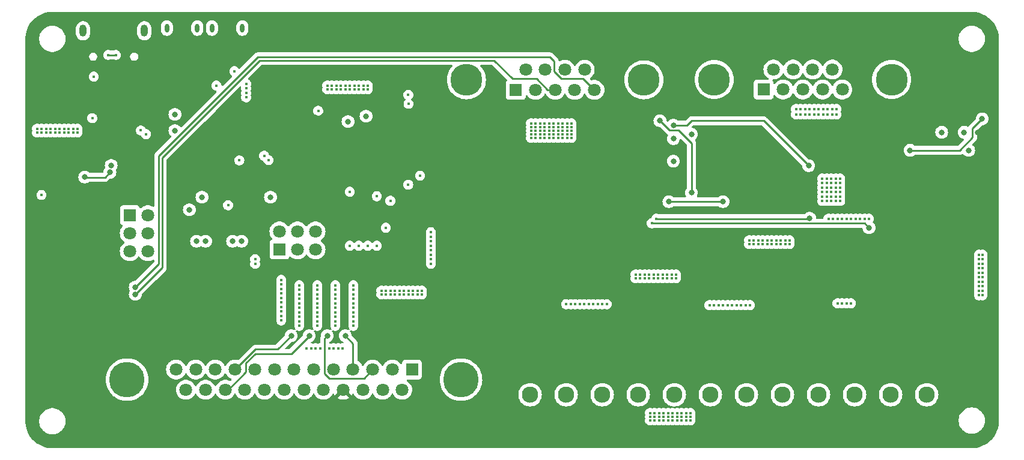
<source format=gbl>
G04 #@! TF.GenerationSoftware,KiCad,Pcbnew,8.0.6*
G04 #@! TF.CreationDate,2025-05-06T21:58:27+02:00*
G04 #@! TF.ProjectId,VCU2.0,56435532-2e30-42e6-9b69-6361645f7063,rev?*
G04 #@! TF.SameCoordinates,Original*
G04 #@! TF.FileFunction,Copper,L4,Bot*
G04 #@! TF.FilePolarity,Positive*
%FSLAX46Y46*%
G04 Gerber Fmt 4.6, Leading zero omitted, Abs format (unit mm)*
G04 Created by KiCad (PCBNEW 8.0.6) date 2025-05-06 21:58:27*
%MOMM*%
%LPD*%
G01*
G04 APERTURE LIST*
G04 #@! TA.AperFunction,ComponentPad*
%ADD10O,0.700000X1.200000*%
G04 #@! TD*
G04 #@! TA.AperFunction,ComponentPad*
%ADD11C,1.800000*%
G04 #@! TD*
G04 #@! TA.AperFunction,ComponentPad*
%ADD12R,1.800000X1.800000*%
G04 #@! TD*
G04 #@! TA.AperFunction,ComponentPad*
%ADD13C,4.500000*%
G04 #@! TD*
G04 #@! TA.AperFunction,ComponentPad*
%ADD14C,2.300000*%
G04 #@! TD*
G04 #@! TA.AperFunction,ComponentPad*
%ADD15C,5.000000*%
G04 #@! TD*
G04 #@! TA.AperFunction,ComponentPad*
%ADD16O,1.000000X1.700000*%
G04 #@! TD*
G04 #@! TA.AperFunction,ViaPad*
%ADD17C,0.400000*%
G04 #@! TD*
G04 #@! TA.AperFunction,ViaPad*
%ADD18C,0.800000*%
G04 #@! TD*
G04 #@! TA.AperFunction,Conductor*
%ADD19C,0.250000*%
G04 #@! TD*
G04 #@! TA.AperFunction,Conductor*
%ADD20C,0.600000*%
G04 #@! TD*
G04 APERTURE END LIST*
D10*
G04 #@! TO.P,U307,1,1*
G04 #@! TO.N,GND*
X51697886Y-108961962D03*
G04 #@! TO.P,U307,3,3*
X55998114Y-108961962D03*
G04 #@! TD*
G04 #@! TO.P,U306,1,1*
G04 #@! TO.N,GND*
X45347886Y-108961962D03*
G04 #@! TO.P,U306,3,3*
X49648114Y-108961962D03*
G04 #@! TD*
D11*
G04 #@! TO.P,U507,3,3*
G04 #@! TO.N,unconnected-(U507-Pad3)*
X134965194Y-117647980D03*
G04 #@! TO.P,U507,5,5*
G04 #@! TO.N,unconnected-(U507-Pad5)*
X140505199Y-117647980D03*
G04 #@! TO.P,U507,4,4*
G04 #@! TO.N,unconnected-(U507-Pad4)*
X137735324Y-117647980D03*
G04 #@! TO.P,U507,2,2*
G04 #@! TO.N,/Connector/CAN_L*
X132195318Y-117647980D03*
D12*
G04 #@! TO.P,U507,1,1*
G04 #@! TO.N,unconnected-(U507-Pad1)*
X129425189Y-117647980D03*
D11*
G04 #@! TO.P,U507,9,9*
G04 #@! TO.N,unconnected-(U507-Pad9)*
X139120134Y-114808000D03*
G04 #@! TO.P,U507,8,8*
G04 #@! TO.N,unconnected-(U507-Pad8)*
X136350005Y-114808000D03*
G04 #@! TO.P,U507,7,7*
G04 #@! TO.N,/Connector/CAN_H*
X133580129Y-114808000D03*
G04 #@! TO.P,U507,6,6*
G04 #@! TO.N,unconnected-(U507-Pad6)*
X130810000Y-114808000D03*
D13*
G04 #@! TO.P,U507,10,MH1*
G04 #@! TO.N,GND*
X147465321Y-116227863D03*
G04 #@! TO.P,U507,11,MH2*
X122465321Y-116227863D03*
G04 #@! TD*
D11*
G04 #@! TO.P,U506,3,3*
G04 #@! TO.N,/Connector/CAN_H*
X100049470Y-117692490D03*
G04 #@! TO.P,U506,5,5*
G04 #@! TO.N,/Connector/CAN_L*
X105589475Y-117692490D03*
G04 #@! TO.P,U506,4,4*
G04 #@! TO.N,unconnected-(U506-Pad4)*
X102819600Y-117692490D03*
G04 #@! TO.P,U506,2,2*
G04 #@! TO.N,unconnected-(U506-Pad2)*
X97279594Y-117692490D03*
D12*
G04 #@! TO.P,U506,1,1*
G04 #@! TO.N,unconnected-(U506-Pad1)*
X94509465Y-117692490D03*
D11*
G04 #@! TO.P,U506,9,9*
G04 #@! TO.N,unconnected-(U506-Pad9)*
X104204410Y-114852510D03*
G04 #@! TO.P,U506,8,8*
G04 #@! TO.N,unconnected-(U506-Pad8)*
X101434281Y-114852510D03*
G04 #@! TO.P,U506,7,7*
G04 #@! TO.N,unconnected-(U506-Pad7)*
X98664405Y-114852510D03*
G04 #@! TO.P,U506,6,6*
G04 #@! TO.N,unconnected-(U506-Pad6)*
X95894276Y-114852510D03*
D13*
G04 #@! TO.P,U506,10,MH1*
G04 #@! TO.N,GND*
X112549597Y-116272373D03*
G04 #@! TO.P,U506,11,MH2*
X87549597Y-116272373D03*
G04 #@! TD*
D11*
G04 #@! TO.P,H501,6,6*
G04 #@! TO.N,GND*
X66294005Y-137667997D03*
G04 #@! TO.P,H501,5,5*
G04 #@! TO.N,/Connector/IO3*
X66294005Y-140208003D03*
G04 #@! TO.P,H501,4,4*
G04 #@! TO.N,/Connector/IO4*
X63754000Y-137667997D03*
G04 #@! TO.P,H501,3,3*
G04 #@! TO.N,/Connector/IO2*
X63754000Y-140208003D03*
G04 #@! TO.P,H501,2,2*
G04 #@! TO.N,+3.3V*
X61213995Y-137667997D03*
D12*
G04 #@! TO.P,H501,1,1*
G04 #@! TO.N,/Connector/IO1*
X61213995Y-140208003D03*
G04 #@! TD*
D11*
G04 #@! TO.P,H302,6,6*
G04 #@! TO.N,GND*
X42672006Y-140462005D03*
G04 #@! TO.P,H302,5,5*
G04 #@! TO.N,/e/MOSI*
X40132000Y-140462005D03*
G04 #@! TO.P,H302,4,4*
G04 #@! TO.N,/esp32S3/EXT_CS*
X42672006Y-137922000D03*
G04 #@! TO.P,H302,3,3*
G04 #@! TO.N,/e/MISO*
X40132000Y-137922000D03*
G04 #@! TO.P,H302,2,2*
G04 #@! TO.N,+3.3V*
X42672006Y-135381995D03*
D12*
G04 #@! TO.P,H302,1,1*
G04 #@! TO.N,/e/SCK*
X40132000Y-135381995D03*
G04 #@! TD*
D14*
G04 #@! TO.P,U504,1,1*
G04 #@! TO.N,/Connector/PWO0*
X142239990Y-160731988D03*
G04 #@! TO.P,U504,2,2*
G04 #@! TO.N,/Connector/PWO1*
X147320000Y-160731988D03*
G04 #@! TO.P,U504,3,3*
G04 #@! TO.N,+12P*
X152400010Y-160731988D03*
G04 #@! TD*
D15*
G04 #@! TO.P,U505,27,27*
G04 #@! TO.N,GND*
X39745136Y-158600137D03*
G04 #@! TO.P,U505,26,26*
X86785014Y-158600137D03*
D11*
G04 #@! TO.P,U505,25,25*
G04 #@! TO.N,/Connector/CAN_H*
X48030125Y-160020000D03*
G04 #@! TO.P,U505,24,24*
G04 #@! TO.N,GND*
X50800000Y-160020000D03*
G04 #@! TO.P,U505,23,23*
G04 #@! TO.N,/Connector/P4H*
X53570130Y-160020000D03*
G04 #@! TO.P,U505,22,22*
G04 #@! TO.N,/Connector/P2H*
X56340006Y-160020000D03*
G04 #@! TO.P,U505,21,21*
G04 #@! TO.N,/Connector/A3*
X59110135Y-160020000D03*
G04 #@! TO.P,U505,20,20*
G04 #@! TO.N,/Connector/A1*
X61880011Y-160020000D03*
G04 #@! TO.P,U505,19,19*
G04 #@! TO.N,unconnected-(U505-Pad19)*
X64650140Y-160020000D03*
G04 #@! TO.P,U505,18,18*
G04 #@! TO.N,unconnected-(U505-Pad18)*
X67420016Y-160020000D03*
G04 #@! TO.P,U505,17,17*
G04 #@! TO.N,+5V*
X70190145Y-160020000D03*
G04 #@! TO.P,U505,16,16*
G04 #@! TO.N,/Connector/SCL*
X72960021Y-160020000D03*
G04 #@! TO.P,U505,15,15*
G04 #@! TO.N,/Connector/SDA*
X75730150Y-160020000D03*
G04 #@! TO.P,U505,14,14*
G04 #@! TO.N,+3.3V*
X78500026Y-160020000D03*
G04 #@! TO.P,U505,13,13*
G04 #@! TO.N,/Connector/CAN_L*
X46645060Y-157180020D03*
G04 #@! TO.P,U505,12,12*
G04 #@! TO.N,GND*
X49415190Y-157180020D03*
G04 #@! TO.P,U505,11,11*
X52185065Y-157180020D03*
G04 #@! TO.P,U505,10,10*
G04 #@! TO.N,/Connector/P3H*
X54954941Y-157180020D03*
G04 #@! TO.P,U505,9,9*
G04 #@! TO.N,/Connector/P1H*
X57725070Y-157180020D03*
G04 #@! TO.P,U505,8,8*
G04 #@! TO.N,/Connector/A2*
X60494946Y-157180020D03*
G04 #@! TO.P,U505,7,7*
G04 #@! TO.N,/Connector/A0*
X63265075Y-157180020D03*
G04 #@! TO.P,U505,6,6*
G04 #@! TO.N,unconnected-(U505-Pad6)*
X66035205Y-157180020D03*
G04 #@! TO.P,U505,5,5*
G04 #@! TO.N,/Connector/P7H*
X68805080Y-157180020D03*
G04 #@! TO.P,U505,4,4*
G04 #@! TO.N,/Connector/P6H*
X71574956Y-157180020D03*
G04 #@! TO.P,U505,3,3*
G04 #@! TO.N,/Connector/P5H*
X74345086Y-157180020D03*
G04 #@! TO.P,U505,2,2*
G04 #@! TO.N,GND*
X77114961Y-157180020D03*
D12*
G04 #@! TO.P,U505,1,1*
G04 #@! TO.N,+12V*
X79885091Y-157180020D03*
G04 #@! TD*
D14*
G04 #@! TO.P,U501,1,1*
G04 #@! TO.N,/Connector/LPWO0*
X96519990Y-160731988D03*
G04 #@! TO.P,U501,2,2*
G04 #@! TO.N,/Connector/LPWO1*
X101600000Y-160731988D03*
G04 #@! TO.P,U501,3,3*
G04 #@! TO.N,/Connector/LPWO2*
X106680010Y-160731988D03*
G04 #@! TD*
G04 #@! TO.P,U503,1,1*
G04 #@! TO.N,/Connector/LPWO6*
X126999990Y-160731988D03*
G04 #@! TO.P,U503,2,2*
G04 #@! TO.N,/Connector/LPWO7*
X132080000Y-160731988D03*
G04 #@! TO.P,U503,3,3*
G04 #@! TO.N,+12P*
X137160010Y-160731988D03*
G04 #@! TD*
D16*
G04 #@! TO.P,U305,15,15*
G04 #@! TO.N,GND*
X33528000Y-109347000D03*
G04 #@! TO.P,U305,14,14*
X42167980Y-109347000D03*
G04 #@! TD*
D14*
G04 #@! TO.P,U502,1,1*
G04 #@! TO.N,/Connector/LPWO3*
X111759990Y-160731988D03*
G04 #@! TO.P,U502,2,2*
G04 #@! TO.N,/Connector/LPWO4*
X116840000Y-160731988D03*
G04 #@! TO.P,U502,3,3*
G04 #@! TO.N,/Connector/LPWO5*
X121920010Y-160731988D03*
G04 #@! TD*
D17*
G04 #@! TO.N,VBUS*
X35052000Y-115824000D03*
G04 #@! TO.N,GND*
X131191000Y-139446000D03*
X127381000Y-139446000D03*
X130556000Y-139446000D03*
X128651000Y-139446000D03*
X132461000Y-139446000D03*
X131826000Y-139446000D03*
X129286000Y-139446000D03*
X128016000Y-139446000D03*
X133096000Y-139446000D03*
X129921000Y-139446000D03*
X131191000Y-138938000D03*
X127381000Y-138938000D03*
X130556000Y-138938000D03*
X128651000Y-138938000D03*
X132461000Y-138938000D03*
X131826000Y-138938000D03*
X129286000Y-138938000D03*
X128016000Y-138938000D03*
X133096000Y-138938000D03*
X129921000Y-138938000D03*
X115189000Y-144272000D03*
X111379000Y-144272000D03*
X114554000Y-144272000D03*
X112649000Y-144272000D03*
X116459000Y-144272000D03*
X115824000Y-144272000D03*
X113284000Y-144272000D03*
X112014000Y-144272000D03*
X117094000Y-144272000D03*
X113919000Y-144272000D03*
X115189000Y-143764000D03*
X111379000Y-143764000D03*
X114554000Y-143764000D03*
X112649000Y-143764000D03*
X116459000Y-143764000D03*
X115824000Y-143764000D03*
X113284000Y-143764000D03*
X112014000Y-143764000D03*
X117094000Y-143764000D03*
X113919000Y-143764000D03*
X71628000Y-147193000D03*
X71628000Y-151003000D03*
X71628000Y-147828000D03*
X71628000Y-149733000D03*
X71628000Y-145923000D03*
X71628000Y-146558000D03*
X71628000Y-149098000D03*
X71628000Y-150368000D03*
X71628000Y-145288000D03*
X71628000Y-148463000D03*
X69088000Y-147193000D03*
X69088000Y-151003000D03*
X69088000Y-147828000D03*
X69088000Y-149733000D03*
X69088000Y-145923000D03*
X69088000Y-146558000D03*
X69088000Y-149098000D03*
X69088000Y-150368000D03*
X69088000Y-145288000D03*
X69088000Y-148463000D03*
X66548000Y-147193000D03*
X66548000Y-151003000D03*
X66548000Y-147828000D03*
X66548000Y-149733000D03*
X66548000Y-145923000D03*
X66548000Y-146558000D03*
X66548000Y-149098000D03*
X66548000Y-150368000D03*
X66548000Y-145288000D03*
X66548000Y-148463000D03*
X64008000Y-147193000D03*
X64008000Y-151003000D03*
X64008000Y-147828000D03*
X64008000Y-149733000D03*
X64008000Y-145923000D03*
X64008000Y-146558000D03*
X64008000Y-149098000D03*
X64008000Y-150368000D03*
X64008000Y-145288000D03*
X64008000Y-148463000D03*
X61468000Y-146431000D03*
X61468000Y-150241000D03*
X61468000Y-147066000D03*
X61468000Y-148971000D03*
X61468000Y-145161000D03*
X61468000Y-145796000D03*
X61468000Y-148336000D03*
X61468000Y-149606000D03*
X61468000Y-144526000D03*
X61468000Y-147701000D03*
X68199000Y-154178000D03*
X65659000Y-154178000D03*
X69469000Y-154178000D03*
X68834000Y-154178000D03*
X66294000Y-154178000D03*
X65024000Y-154178000D03*
X70104000Y-154178000D03*
X66929000Y-154178000D03*
X117221000Y-164338000D03*
X113411000Y-164338000D03*
X116586000Y-164338000D03*
X114681000Y-164338000D03*
X118491000Y-164338000D03*
X117856000Y-164338000D03*
X115316000Y-164338000D03*
X114046000Y-164338000D03*
X119126000Y-164338000D03*
X115951000Y-164338000D03*
X117221000Y-163830000D03*
X113411000Y-163830000D03*
X116586000Y-163830000D03*
X114681000Y-163830000D03*
X118491000Y-163830000D03*
X117856000Y-163830000D03*
X115316000Y-163830000D03*
X114046000Y-163830000D03*
X119126000Y-163830000D03*
X115951000Y-163830000D03*
X117221000Y-163322000D03*
X113411000Y-163322000D03*
X116586000Y-163322000D03*
X114681000Y-163322000D03*
X118491000Y-163322000D03*
X117856000Y-163322000D03*
X115316000Y-163322000D03*
X114046000Y-163322000D03*
X119126000Y-163322000D03*
X115951000Y-163322000D03*
X142367000Y-135890000D03*
X138557000Y-135890000D03*
X141732000Y-135890000D03*
X139827000Y-135890000D03*
X143637000Y-135890000D03*
X143002000Y-135890000D03*
X140462000Y-135890000D03*
X139192000Y-135890000D03*
X144272000Y-135890000D03*
X141097000Y-135890000D03*
X139827000Y-147828000D03*
X141097000Y-147828000D03*
X141732000Y-147828000D03*
X140462000Y-147828000D03*
X125603000Y-148082000D03*
X121793000Y-148082000D03*
X124968000Y-148082000D03*
X123063000Y-148082000D03*
X126873000Y-148082000D03*
X126238000Y-148082000D03*
X123698000Y-148082000D03*
X122428000Y-148082000D03*
X127508000Y-148082000D03*
X124333000Y-148082000D03*
X71755000Y-117602000D03*
X67945000Y-117602000D03*
X71120000Y-117602000D03*
X69215000Y-117602000D03*
X73025000Y-117602000D03*
X72390000Y-117602000D03*
X69850000Y-117602000D03*
X68580000Y-117602000D03*
X73660000Y-117602000D03*
X70485000Y-117602000D03*
X71755000Y-117094000D03*
X67945000Y-117094000D03*
X71120000Y-117094000D03*
X69215000Y-117094000D03*
X73025000Y-117094000D03*
X72390000Y-117094000D03*
X69850000Y-117094000D03*
X68580000Y-117094000D03*
X73660000Y-117094000D03*
X70485000Y-117094000D03*
X30861000Y-123698000D03*
X27051000Y-123698000D03*
X30226000Y-123698000D03*
X28321000Y-123698000D03*
X32131000Y-123698000D03*
X31496000Y-123698000D03*
X28956000Y-123698000D03*
X27686000Y-123698000D03*
X32766000Y-123698000D03*
X29591000Y-123698000D03*
X30861000Y-123190000D03*
X27051000Y-123190000D03*
X30226000Y-123190000D03*
X28321000Y-123190000D03*
X32131000Y-123190000D03*
X31496000Y-123190000D03*
X28956000Y-123190000D03*
X27686000Y-123190000D03*
X32766000Y-123190000D03*
X29591000Y-123190000D03*
X79375000Y-146558000D03*
X75565000Y-146558000D03*
X78740000Y-146558000D03*
X76835000Y-146558000D03*
X80645000Y-146558000D03*
X80010000Y-146558000D03*
X77470000Y-146558000D03*
X76200000Y-146558000D03*
X81280000Y-146558000D03*
X78105000Y-146558000D03*
X79375000Y-146050000D03*
X75565000Y-146050000D03*
X78740000Y-146050000D03*
X76835000Y-146050000D03*
X80645000Y-146050000D03*
X80010000Y-146050000D03*
X77470000Y-146050000D03*
X76200000Y-146050000D03*
X81280000Y-146050000D03*
X78105000Y-146050000D03*
X160274000Y-142875000D03*
X160274000Y-146685000D03*
X160274000Y-143510000D03*
X160274000Y-145415000D03*
X160274000Y-141605000D03*
X160274000Y-142240000D03*
X160274000Y-144780000D03*
X160274000Y-146050000D03*
X160274000Y-140970000D03*
X160274000Y-144145000D03*
X159766000Y-142875000D03*
X159766000Y-146685000D03*
X159766000Y-143510000D03*
X159766000Y-145415000D03*
X159766000Y-141605000D03*
X159766000Y-142240000D03*
X159766000Y-144780000D03*
X159766000Y-146050000D03*
X159766000Y-140970000D03*
X159766000Y-144145000D03*
X137795000Y-121158000D03*
X133985000Y-121158000D03*
X137160000Y-121158000D03*
X135255000Y-121158000D03*
X139065000Y-121158000D03*
X138430000Y-121158000D03*
X135890000Y-121158000D03*
X134620000Y-121158000D03*
X139700000Y-121158000D03*
X136525000Y-121158000D03*
X137795000Y-120396000D03*
X133985000Y-120396000D03*
X137160000Y-120396000D03*
X135255000Y-120396000D03*
X139065000Y-120396000D03*
X138430000Y-120396000D03*
X135890000Y-120396000D03*
X134620000Y-120396000D03*
X139700000Y-120396000D03*
X136525000Y-120396000D03*
X100457000Y-124460000D03*
X96647000Y-124460000D03*
X99822000Y-124460000D03*
X97917000Y-124460000D03*
X101727000Y-124460000D03*
X101092000Y-124460000D03*
X98552000Y-124460000D03*
X97282000Y-124460000D03*
X102362000Y-124460000D03*
X99187000Y-124460000D03*
X100457000Y-123952000D03*
X96647000Y-123952000D03*
X99822000Y-123952000D03*
X97917000Y-123952000D03*
X101727000Y-123952000D03*
X101092000Y-123952000D03*
X98552000Y-123952000D03*
X97282000Y-123952000D03*
X102362000Y-123952000D03*
X99187000Y-123952000D03*
X100457000Y-123444000D03*
X96647000Y-123444000D03*
X99822000Y-123444000D03*
X97917000Y-123444000D03*
X101727000Y-123444000D03*
X101092000Y-123444000D03*
X98552000Y-123444000D03*
X97282000Y-123444000D03*
X102362000Y-123444000D03*
X99187000Y-123444000D03*
X100457000Y-122936000D03*
X96647000Y-122936000D03*
X99822000Y-122936000D03*
X97917000Y-122936000D03*
X101727000Y-122936000D03*
X101092000Y-122936000D03*
X98552000Y-122936000D03*
X97282000Y-122936000D03*
X102362000Y-122936000D03*
X99187000Y-122936000D03*
X100457000Y-122428000D03*
X96647000Y-122428000D03*
X99822000Y-122428000D03*
X97917000Y-122428000D03*
X101727000Y-122428000D03*
X101092000Y-122428000D03*
X98552000Y-122428000D03*
X97282000Y-122428000D03*
X102362000Y-122428000D03*
X99187000Y-122428000D03*
D18*
G04 #@! TO.N,/PowerMGMT/PWI1*
X135890000Y-135800000D03*
G04 #@! TO.N,/PowerMGMT/PWI0*
X144272000Y-137160000D03*
G04 #@! TO.N,/esp32S3/EXT_CS*
X59944000Y-132842000D03*
X48514000Y-134620000D03*
G04 #@! TO.N,/esp32S3/RX*
X70866000Y-122174000D03*
G04 #@! TO.N,/esp32S3/TX*
X73406000Y-121412000D03*
G04 #@! TO.N,/Connector/CAN_H*
X40898653Y-146562653D03*
G04 #@! TO.N,/Connector/CAN_L*
X40894000Y-145542000D03*
G04 #@! TO.N,Net-(U302-E)*
X46482000Y-121158000D03*
X46482000Y-123444000D03*
G04 #@! TO.N,/e/CAN_IN*
X50292000Y-132842000D03*
G04 #@! TO.N,/e/CAN_CS*
X37505000Y-128357000D03*
G04 #@! TO.N,/e/SCK*
X33782000Y-130011000D03*
X37328072Y-129341227D03*
G04 #@! TO.N,GND*
X154511035Y-123690472D03*
D17*
X104140000Y-147955000D03*
D18*
X116721634Y-127762000D03*
X157686035Y-123690472D03*
D17*
X107315000Y-147955000D03*
X102235000Y-147955000D03*
X57785000Y-142240000D03*
D18*
X158321035Y-126230472D03*
D17*
X103505000Y-147955000D03*
X106045000Y-147955000D03*
X106680000Y-147955000D03*
X102870000Y-147955000D03*
X57785000Y-141605000D03*
X104775000Y-147955000D03*
X101600000Y-147955000D03*
D18*
X119261634Y-123952000D03*
D17*
X105410000Y-147955000D03*
D18*
X116721634Y-124587000D03*
D17*
G04 #@! TO.N,+3.3V*
X138311634Y-130833869D03*
X139581634Y-132103869D03*
X139581634Y-130198869D03*
X56515000Y-116840000D03*
X137676634Y-130833869D03*
D18*
X116721634Y-122682000D03*
D17*
X137676634Y-130198869D03*
X138311634Y-133373869D03*
D18*
X123706634Y-133477000D03*
D17*
X140216634Y-132103869D03*
X54864000Y-115062000D03*
X140216634Y-131468869D03*
X140216634Y-133373869D03*
X138311634Y-132103869D03*
X139581634Y-133373869D03*
X138946634Y-131468869D03*
X138946634Y-132103869D03*
X138311634Y-131468869D03*
X138946634Y-130198869D03*
X56515000Y-118745000D03*
X138946634Y-133373869D03*
X137676634Y-132103869D03*
X56515000Y-117475000D03*
X137676634Y-131468869D03*
X139581634Y-131468869D03*
X55560261Y-127642072D03*
X137676634Y-132738869D03*
D18*
X135771634Y-128397000D03*
D17*
X138946634Y-130833869D03*
X140216634Y-130198869D03*
D18*
X116086634Y-133477000D03*
D17*
X138311634Y-130198869D03*
X138311634Y-132738869D03*
X139581634Y-132738869D03*
X140216634Y-130833869D03*
X137676634Y-133373869D03*
X53975000Y-133985000D03*
X138946634Y-132738869D03*
X139581634Y-130833869D03*
X140216634Y-132738869D03*
X56515000Y-118110000D03*
G04 #@! TO.N,VBUS*
X34840793Y-121687503D03*
D18*
G04 #@! TO.N,+12V*
X114816634Y-122047000D03*
X150066035Y-126230472D03*
X160226035Y-121785472D03*
X119261634Y-132207000D03*
D17*
G04 #@! TO.N,+5V*
X148899166Y-147185472D03*
X149534166Y-147185472D03*
X148899166Y-146550472D03*
X150169166Y-144645472D03*
X150169166Y-147185472D03*
G04 #@! TO.N,+3.3V*
X27675083Y-132537968D03*
G04 #@! TO.N,+5V*
X32120083Y-145872968D03*
X150804166Y-145280472D03*
X149534166Y-146550472D03*
X150804166Y-145915472D03*
X151439166Y-147185472D03*
X150804166Y-146550472D03*
X150804166Y-144645472D03*
X152074166Y-147185472D03*
X151439166Y-145280472D03*
X152074166Y-145280472D03*
X150804166Y-147185472D03*
X152074166Y-145915472D03*
X151439166Y-146550472D03*
X148899166Y-145280472D03*
X149534166Y-145280472D03*
X149534166Y-145915472D03*
X151439166Y-144645472D03*
X152074166Y-144645472D03*
X152074166Y-146550472D03*
X151439166Y-145915472D03*
D18*
X148781878Y-130667713D03*
X159591035Y-123690472D03*
D17*
X148899166Y-144645472D03*
X150169166Y-145280472D03*
X150169166Y-146550472D03*
X148899166Y-145915472D03*
D18*
X153876035Y-142740472D03*
X148781878Y-123047713D03*
D17*
X150169166Y-145915472D03*
X149534166Y-144645472D03*
G04 #@! TO.N,/esp32S3/RX*
X41682995Y-123417005D03*
G04 #@! TO.N,/esp32S3/TX*
X42418000Y-123952000D03*
G04 #@! TO.N,/PowerMGMT/PWI0*
X113665000Y-136525000D03*
G04 #@! TO.N,/PowerMGMT/LPWI2*
X73660000Y-139700000D03*
X82550000Y-140970000D03*
G04 #@! TO.N,/PowerMGMT/LPWI3*
X82550000Y-140335000D03*
X74930000Y-139700000D03*
G04 #@! TO.N,/PowerMGMT/LPWI0*
X82550000Y-142240000D03*
X71120000Y-139700000D03*
G04 #@! TO.N,/PowerMGMT/LPWI1*
X82550000Y-141605000D03*
X72390000Y-139700000D03*
G04 #@! TO.N,/PowerMGMT/PWI1*
X114300000Y-135890000D03*
G04 #@! TO.N,/PowerMGMT/LPWI4*
X71120000Y-132080000D03*
X82550000Y-139700000D03*
G04 #@! TO.N,/PowerMGMT/LPWI5*
X74930000Y-132715000D03*
X82550000Y-139065000D03*
G04 #@! TO.N,/PowerMGMT/LPWI6*
X82550000Y-138430000D03*
X76200000Y-137160000D03*
X82550000Y-138430000D03*
G04 #@! TO.N,/PowerMGMT/LPWI7*
X76835000Y-133350000D03*
X82550000Y-137795000D03*
G04 #@! TO.N,/esp32S3/BOOT*
X66672272Y-120634916D03*
X52324000Y-117094000D03*
G04 #@! TO.N,/e/CAN_IN*
X81026000Y-129798568D03*
G04 #@! TO.N,/e/CAN_CS*
X79356522Y-131068059D03*
G04 #@! TO.N,/Connector/SCL*
X79398548Y-119672028D03*
X59653015Y-127598015D03*
G04 #@! TO.N,/Connector/SDA*
X79367150Y-118392578D03*
X59055000Y-127000000D03*
D18*
G04 #@! TO.N,/Connector/P3H*
X62865000Y-152400000D03*
G04 #@! TO.N,/Connector/P4H*
X65405000Y-152400000D03*
G04 #@! TO.N,/Connector/P5H*
X67945000Y-152400000D03*
G04 #@! TO.N,/Connector/P6H*
X70485000Y-152400000D03*
G04 #@! TO.N,/Connector/A2*
X55880000Y-139065000D03*
G04 #@! TO.N,/Connector/A0*
X49530000Y-139065000D03*
G04 #@! TO.N,/Connector/A1*
X50800000Y-139065000D03*
G04 #@! TO.N,/Connector/A3*
X54610000Y-139065000D03*
D17*
G04 #@! TO.N,Net-(U303-D+)*
X37097926Y-112768139D03*
X38149136Y-112768139D03*
G04 #@! TD*
D19*
G04 #@! TO.N,/PowerMGMT/PWI1*
X135800000Y-135890000D02*
X135890000Y-135800000D01*
X122682000Y-135890000D02*
X135800000Y-135890000D01*
G04 #@! TO.N,/PowerMGMT/PWI0*
X143637000Y-136525000D02*
X144272000Y-137160000D01*
X143383000Y-136525000D02*
X143637000Y-136525000D01*
X143383000Y-136525000D02*
X113665000Y-136525000D01*
G04 #@! TO.N,/PowerMGMT/PWI1*
X122682000Y-135890000D02*
X114300000Y-135890000D01*
G04 #@! TO.N,/Connector/CAN_L*
X40894000Y-145542000D02*
X44196000Y-142240000D01*
X99314000Y-113030000D02*
X99911510Y-113627510D01*
X44196000Y-142240000D02*
X44196000Y-127000000D01*
X58166000Y-113030000D02*
X99314000Y-113030000D01*
X44196000Y-127000000D02*
X58166000Y-113030000D01*
X99911510Y-113627510D02*
X99911510Y-115062151D01*
X99911510Y-115062151D02*
X100927359Y-116078000D01*
X100927359Y-116078000D02*
X103974985Y-116078000D01*
X103974985Y-116078000D02*
X105589475Y-117692490D01*
G04 #@! TO.N,/Connector/CAN_H*
X40898653Y-146562653D02*
X40898652Y-146562653D01*
X40898652Y-146562653D02*
X44704000Y-142757305D01*
X44704000Y-142757305D02*
X44704000Y-127254000D01*
X44704000Y-127254000D02*
X58420000Y-113538000D01*
X94021889Y-116119889D02*
X97439405Y-116119889D01*
X58420000Y-113538000D02*
X91440000Y-113538000D01*
X97439405Y-116119889D02*
X99012006Y-117692490D01*
X91440000Y-113538000D02*
X94021889Y-116119889D01*
X99012006Y-117692490D02*
X100049470Y-117692490D01*
G04 #@! TO.N,/e/SCK*
X33819000Y-130048000D02*
X33782000Y-130011000D01*
X36621299Y-130048000D02*
X33819000Y-130048000D01*
X37328072Y-129341227D02*
X36621299Y-130048000D01*
G04 #@! TO.N,+3.3V*
X118626634Y-122682000D02*
X116721634Y-122682000D01*
X123706634Y-133477000D02*
X116086634Y-133477000D01*
X135771634Y-128397000D02*
X129421634Y-122047000D01*
X119261634Y-122047000D02*
X118626634Y-122682000D01*
X129421634Y-122047000D02*
X119261634Y-122047000D01*
G04 #@! TO.N,+12V*
X117446634Y-123407000D02*
X116176634Y-123407000D01*
X150066035Y-126230472D02*
X157051035Y-126230472D01*
X158866035Y-124415472D02*
X158866035Y-123145472D01*
X157051035Y-126230472D02*
X158866035Y-124415472D01*
X158866035Y-123145472D02*
X160226035Y-121785472D01*
X119261634Y-132207000D02*
X119261634Y-125222000D01*
X119261634Y-125222000D02*
X117446634Y-123407000D01*
X116176634Y-123407000D02*
X114816634Y-122047000D01*
G04 #@! TO.N,+5V*
X159591035Y-125595472D02*
X159591035Y-123690472D01*
X153876035Y-142740472D02*
X160226035Y-136390472D01*
X160226035Y-126230472D02*
X159591035Y-125595472D01*
X148781878Y-130667713D02*
X148781878Y-123047713D01*
X160226035Y-136390472D02*
X160226035Y-126230472D01*
D20*
G04 #@! TO.N,/Connector/PWO1*
X147129988Y-160731988D02*
X147320000Y-160731988D01*
D19*
G04 #@! TO.N,/Connector/P3H*
X54954941Y-157180020D02*
X57829961Y-154305000D01*
X60960000Y-154305000D02*
X62865000Y-152400000D01*
X57829961Y-154305000D02*
X60960000Y-154305000D01*
G04 #@! TO.N,/Connector/P4H*
X53975000Y-160020000D02*
X56500070Y-157494930D01*
X53570130Y-160020000D02*
X53340000Y-160020000D01*
X56500070Y-157494930D02*
X56500070Y-156271287D01*
X57831357Y-154940000D02*
X62865000Y-154940000D01*
X53570130Y-160020000D02*
X53975000Y-160020000D01*
X62865000Y-154940000D02*
X65405000Y-152400000D01*
X56500070Y-156271287D02*
X57831357Y-154940000D01*
G04 #@! TO.N,/Connector/P5H*
X67580080Y-157750080D02*
X67580080Y-152764920D01*
X73120086Y-158405020D02*
X68235020Y-158405020D01*
X68235020Y-158405020D02*
X67580080Y-157750080D01*
X74345086Y-157180020D02*
X73120086Y-158405020D01*
X67580080Y-152764920D02*
X67945000Y-152400000D01*
G04 #@! TO.N,/Connector/P6H*
X71574956Y-157180020D02*
X71574956Y-153489956D01*
X71574956Y-153489956D02*
X70485000Y-152400000D01*
G04 #@! TO.N,Net-(U303-D+)*
X37097926Y-112768139D02*
X38149136Y-112768139D01*
G04 #@! TD*
G04 #@! TA.AperFunction,Conductor*
G04 #@! TO.N,+5V*
G36*
X158750840Y-106680010D02*
G01*
X158943856Y-106682536D01*
X158955172Y-106683203D01*
X159339967Y-106723646D01*
X159352783Y-106725676D01*
X159730419Y-106805945D01*
X159742954Y-106809304D01*
X160110136Y-106928609D01*
X160122253Y-106933260D01*
X160474964Y-107090297D01*
X160486514Y-107096182D01*
X160820872Y-107289223D01*
X160831753Y-107296289D01*
X161144101Y-107523224D01*
X161154187Y-107531392D01*
X161441096Y-107789725D01*
X161450274Y-107798903D01*
X161708607Y-108085812D01*
X161716775Y-108095898D01*
X161943710Y-108408246D01*
X161950779Y-108419132D01*
X162143813Y-108753478D01*
X162149706Y-108765043D01*
X162306739Y-109117746D01*
X162311390Y-109129863D01*
X162430695Y-109497045D01*
X162434054Y-109509582D01*
X162514322Y-109887214D01*
X162516353Y-109900034D01*
X162556795Y-110284815D01*
X162557463Y-110296153D01*
X162559989Y-110489158D01*
X162560000Y-110490781D01*
X162560000Y-164464218D01*
X162559989Y-164465841D01*
X162557463Y-164658846D01*
X162556795Y-164670184D01*
X162516353Y-165054965D01*
X162514322Y-165067785D01*
X162434054Y-165445417D01*
X162430695Y-165457954D01*
X162311390Y-165825136D01*
X162306739Y-165837253D01*
X162149706Y-166189956D01*
X162143813Y-166201521D01*
X161950779Y-166535867D01*
X161943710Y-166546753D01*
X161716775Y-166859101D01*
X161708607Y-166869187D01*
X161450274Y-167156096D01*
X161441096Y-167165274D01*
X161154187Y-167423607D01*
X161144101Y-167431775D01*
X160831753Y-167658710D01*
X160820867Y-167665779D01*
X160486521Y-167858813D01*
X160474956Y-167864706D01*
X160122253Y-168021739D01*
X160110136Y-168026390D01*
X159742954Y-168145695D01*
X159730417Y-168149054D01*
X159352785Y-168229322D01*
X159339965Y-168231353D01*
X158955184Y-168271795D01*
X158943846Y-168272463D01*
X158757914Y-168274896D01*
X158750839Y-168274989D01*
X158749219Y-168275000D01*
X29210781Y-168275000D01*
X29209160Y-168274989D01*
X29201890Y-168274893D01*
X29016153Y-168272463D01*
X29004815Y-168271795D01*
X28620034Y-168231353D01*
X28607214Y-168229322D01*
X28229582Y-168149054D01*
X28217045Y-168145695D01*
X27849863Y-168026390D01*
X27837746Y-168021739D01*
X27485043Y-167864706D01*
X27473478Y-167858813D01*
X27139132Y-167665779D01*
X27128246Y-167658710D01*
X26815898Y-167431775D01*
X26805812Y-167423607D01*
X26518903Y-167165274D01*
X26509725Y-167156096D01*
X26251392Y-166869187D01*
X26243224Y-166859101D01*
X26016289Y-166546753D01*
X26009220Y-166535867D01*
X25863712Y-166283838D01*
X25816182Y-166201514D01*
X25810297Y-166189964D01*
X25653260Y-165837253D01*
X25648609Y-165825136D01*
X25529304Y-165457954D01*
X25525945Y-165445417D01*
X25445677Y-165067785D01*
X25443646Y-165054965D01*
X25403203Y-164670172D01*
X25402536Y-164658856D01*
X25400011Y-164465840D01*
X25400000Y-164464218D01*
X25400000Y-164343711D01*
X27359500Y-164343711D01*
X27359500Y-164586288D01*
X27391161Y-164826785D01*
X27453947Y-165061104D01*
X27546773Y-165285205D01*
X27546776Y-165285212D01*
X27668064Y-165495289D01*
X27668066Y-165495292D01*
X27668067Y-165495293D01*
X27815733Y-165687736D01*
X27815739Y-165687743D01*
X27987256Y-165859260D01*
X27987262Y-165859265D01*
X28179711Y-166006936D01*
X28389788Y-166128224D01*
X28613900Y-166221054D01*
X28848211Y-166283838D01*
X29028586Y-166307584D01*
X29088711Y-166315500D01*
X29088712Y-166315500D01*
X29331289Y-166315500D01*
X29379388Y-166309167D01*
X29571789Y-166283838D01*
X29806100Y-166221054D01*
X30030212Y-166128224D01*
X30240289Y-166006936D01*
X30432738Y-165859265D01*
X30604265Y-165687738D01*
X30751936Y-165495289D01*
X30873224Y-165285212D01*
X30966054Y-165061100D01*
X31028838Y-164826789D01*
X31060500Y-164586288D01*
X31060500Y-164343712D01*
X31028838Y-164103211D01*
X30966054Y-163868900D01*
X30873224Y-163644788D01*
X30751936Y-163434711D01*
X30691018Y-163355321D01*
X30665450Y-163322000D01*
X112705355Y-163322000D01*
X112725859Y-163490869D01*
X112725860Y-163490873D01*
X112741469Y-163532031D01*
X112746835Y-163601694D01*
X112741469Y-163619969D01*
X112725860Y-163661126D01*
X112725859Y-163661130D01*
X112705355Y-163830000D01*
X112725859Y-163998869D01*
X112725860Y-163998873D01*
X112741469Y-164040031D01*
X112746835Y-164109694D01*
X112741469Y-164127969D01*
X112725860Y-164169126D01*
X112725859Y-164169130D01*
X112705355Y-164338000D01*
X112725859Y-164506869D01*
X112725860Y-164506874D01*
X112786182Y-164665931D01*
X112789118Y-164670184D01*
X112882817Y-164805929D01*
X112988505Y-164899560D01*
X113010150Y-164918736D01*
X113124974Y-164979000D01*
X113160775Y-164997790D01*
X113325944Y-165038500D01*
X113496056Y-165038500D01*
X113661225Y-164997790D01*
X113670874Y-164992725D01*
X113739381Y-164979000D01*
X113786125Y-164992725D01*
X113795775Y-164997790D01*
X113960944Y-165038500D01*
X114131056Y-165038500D01*
X114296225Y-164997790D01*
X114305874Y-164992725D01*
X114374381Y-164979000D01*
X114421125Y-164992725D01*
X114430775Y-164997790D01*
X114595944Y-165038500D01*
X114766056Y-165038500D01*
X114931225Y-164997790D01*
X114940874Y-164992725D01*
X115009381Y-164979000D01*
X115056125Y-164992725D01*
X115065775Y-164997790D01*
X115230944Y-165038500D01*
X115401056Y-165038500D01*
X115566225Y-164997790D01*
X115575874Y-164992725D01*
X115644381Y-164979000D01*
X115691125Y-164992725D01*
X115700775Y-164997790D01*
X115865944Y-165038500D01*
X116036056Y-165038500D01*
X116201225Y-164997790D01*
X116210874Y-164992725D01*
X116279381Y-164979000D01*
X116326125Y-164992725D01*
X116335775Y-164997790D01*
X116500944Y-165038500D01*
X116671056Y-165038500D01*
X116836225Y-164997790D01*
X116845874Y-164992725D01*
X116914381Y-164979000D01*
X116961125Y-164992725D01*
X116970775Y-164997790D01*
X117135944Y-165038500D01*
X117306056Y-165038500D01*
X117471225Y-164997790D01*
X117480874Y-164992725D01*
X117549381Y-164979000D01*
X117596125Y-164992725D01*
X117605775Y-164997790D01*
X117770944Y-165038500D01*
X117941056Y-165038500D01*
X118106225Y-164997790D01*
X118115874Y-164992725D01*
X118184381Y-164979000D01*
X118231125Y-164992725D01*
X118240775Y-164997790D01*
X118405944Y-165038500D01*
X118576056Y-165038500D01*
X118741225Y-164997790D01*
X118750874Y-164992725D01*
X118819381Y-164979000D01*
X118866125Y-164992725D01*
X118875775Y-164997790D01*
X119040944Y-165038500D01*
X119211056Y-165038500D01*
X119376225Y-164997790D01*
X119455692Y-164956081D01*
X119526849Y-164918736D01*
X119526850Y-164918734D01*
X119526852Y-164918734D01*
X119654183Y-164805929D01*
X119750818Y-164665930D01*
X119811140Y-164506872D01*
X119831645Y-164338000D01*
X119820196Y-164243711D01*
X156899500Y-164243711D01*
X156899500Y-164486288D01*
X156931161Y-164726785D01*
X156993947Y-164961104D01*
X157009143Y-164997790D01*
X157086776Y-165185212D01*
X157208064Y-165395289D01*
X157208066Y-165395292D01*
X157208067Y-165395293D01*
X157355733Y-165587736D01*
X157355739Y-165587743D01*
X157527256Y-165759260D01*
X157527262Y-165759265D01*
X157719711Y-165906936D01*
X157929788Y-166028224D01*
X158153900Y-166121054D01*
X158388211Y-166183838D01*
X158568586Y-166207584D01*
X158628711Y-166215500D01*
X158628712Y-166215500D01*
X158871289Y-166215500D01*
X158919388Y-166209167D01*
X159111789Y-166183838D01*
X159346100Y-166121054D01*
X159570212Y-166028224D01*
X159780289Y-165906936D01*
X159972738Y-165759265D01*
X160144265Y-165587738D01*
X160291936Y-165395289D01*
X160413224Y-165185212D01*
X160506054Y-164961100D01*
X160568838Y-164726789D01*
X160600500Y-164486288D01*
X160600500Y-164243712D01*
X160568838Y-164003211D01*
X160506054Y-163768900D01*
X160413224Y-163544788D01*
X160291936Y-163334711D01*
X160220993Y-163242256D01*
X160144266Y-163142263D01*
X160144260Y-163142256D01*
X159972743Y-162970739D01*
X159972736Y-162970733D01*
X159780293Y-162823067D01*
X159780292Y-162823066D01*
X159780289Y-162823064D01*
X159570212Y-162701776D01*
X159520052Y-162680999D01*
X159346104Y-162608947D01*
X159111785Y-162546161D01*
X158871289Y-162514500D01*
X158871288Y-162514500D01*
X158628712Y-162514500D01*
X158628711Y-162514500D01*
X158388214Y-162546161D01*
X158153895Y-162608947D01*
X157929794Y-162701773D01*
X157929785Y-162701777D01*
X157719706Y-162823067D01*
X157527263Y-162970733D01*
X157527256Y-162970739D01*
X157355739Y-163142256D01*
X157355733Y-163142263D01*
X157208067Y-163334706D01*
X157086777Y-163544785D01*
X157086773Y-163544794D01*
X156993947Y-163768895D01*
X156931161Y-164003214D01*
X156899500Y-164243711D01*
X119820196Y-164243711D01*
X119811140Y-164169128D01*
X119795530Y-164127970D01*
X119790164Y-164058309D01*
X119795531Y-164040028D01*
X119811140Y-163998872D01*
X119831645Y-163830000D01*
X119811140Y-163661128D01*
X119795530Y-163619970D01*
X119790164Y-163550309D01*
X119795531Y-163532028D01*
X119811140Y-163490872D01*
X119831645Y-163322000D01*
X119811140Y-163153128D01*
X119807019Y-163142263D01*
X119750817Y-162994068D01*
X119701806Y-162923064D01*
X119654183Y-162854071D01*
X119526852Y-162741266D01*
X119526849Y-162741263D01*
X119376226Y-162662210D01*
X119211056Y-162621500D01*
X119040944Y-162621500D01*
X118875776Y-162662209D01*
X118866125Y-162667275D01*
X118797616Y-162680999D01*
X118750875Y-162667275D01*
X118741223Y-162662209D01*
X118576056Y-162621500D01*
X118405944Y-162621500D01*
X118240776Y-162662209D01*
X118231125Y-162667275D01*
X118162616Y-162680999D01*
X118115875Y-162667275D01*
X118106223Y-162662209D01*
X117941056Y-162621500D01*
X117770944Y-162621500D01*
X117605776Y-162662209D01*
X117596125Y-162667275D01*
X117527616Y-162680999D01*
X117480875Y-162667275D01*
X117471223Y-162662209D01*
X117306056Y-162621500D01*
X117135944Y-162621500D01*
X116970776Y-162662209D01*
X116961125Y-162667275D01*
X116892616Y-162680999D01*
X116845875Y-162667275D01*
X116836223Y-162662209D01*
X116670531Y-162621370D01*
X116668529Y-162620204D01*
X116656066Y-162621500D01*
X116500944Y-162621500D01*
X116335776Y-162662209D01*
X116326125Y-162667275D01*
X116257616Y-162680999D01*
X116210875Y-162667275D01*
X116201223Y-162662209D01*
X116036056Y-162621500D01*
X115865944Y-162621500D01*
X115700776Y-162662209D01*
X115691125Y-162667275D01*
X115622616Y-162680999D01*
X115575875Y-162667275D01*
X115566223Y-162662209D01*
X115401056Y-162621500D01*
X115230944Y-162621500D01*
X115065776Y-162662209D01*
X115056125Y-162667275D01*
X114987616Y-162680999D01*
X114940875Y-162667275D01*
X114931223Y-162662209D01*
X114766056Y-162621500D01*
X114595944Y-162621500D01*
X114430776Y-162662209D01*
X114421125Y-162667275D01*
X114352616Y-162680999D01*
X114305875Y-162667275D01*
X114296223Y-162662209D01*
X114131056Y-162621500D01*
X113960944Y-162621500D01*
X113795776Y-162662209D01*
X113786125Y-162667275D01*
X113717616Y-162680999D01*
X113670875Y-162667275D01*
X113661223Y-162662209D01*
X113496056Y-162621500D01*
X113325944Y-162621500D01*
X113160773Y-162662210D01*
X113010150Y-162741263D01*
X112882816Y-162854072D01*
X112786182Y-162994068D01*
X112725860Y-163153125D01*
X112725859Y-163153130D01*
X112705355Y-163322000D01*
X30665450Y-163322000D01*
X30604266Y-163242263D01*
X30604260Y-163242256D01*
X30432743Y-163070739D01*
X30432736Y-163070733D01*
X30240293Y-162923067D01*
X30240292Y-162923066D01*
X30240289Y-162923064D01*
X30030212Y-162801776D01*
X30030205Y-162801773D01*
X29806104Y-162708947D01*
X29571785Y-162646161D01*
X29331289Y-162614500D01*
X29331288Y-162614500D01*
X29088712Y-162614500D01*
X29088711Y-162614500D01*
X28848214Y-162646161D01*
X28613895Y-162708947D01*
X28389794Y-162801773D01*
X28389785Y-162801777D01*
X28179706Y-162923067D01*
X27987263Y-163070733D01*
X27987256Y-163070739D01*
X27815739Y-163242256D01*
X27815733Y-163242263D01*
X27668067Y-163434706D01*
X27546777Y-163644785D01*
X27546773Y-163644794D01*
X27453947Y-163868895D01*
X27391161Y-164103214D01*
X27359500Y-164343711D01*
X25400000Y-164343711D01*
X25400000Y-158600133D01*
X36739551Y-158600133D01*
X36739551Y-158600140D01*
X36759874Y-158949064D01*
X36759875Y-158949075D01*
X36820564Y-159293264D01*
X36820566Y-159293271D01*
X36920810Y-159628109D01*
X37059243Y-159949032D01*
X37059249Y-159949045D01*
X37234006Y-160251734D01*
X37442720Y-160532086D01*
X37442725Y-160532092D01*
X37566599Y-160663390D01*
X37682578Y-160786320D01*
X37859039Y-160934388D01*
X37950322Y-161010984D01*
X37950330Y-161010990D01*
X38242339Y-161203048D01*
X38242343Y-161203050D01*
X38554685Y-161359914D01*
X38883125Y-161479456D01*
X39223222Y-161560060D01*
X39570377Y-161600637D01*
X39570384Y-161600637D01*
X39919888Y-161600637D01*
X39919895Y-161600637D01*
X40267050Y-161560060D01*
X40607147Y-161479456D01*
X40935587Y-161359914D01*
X41247929Y-161203050D01*
X41539947Y-161010986D01*
X41807694Y-160786320D01*
X42047548Y-160532090D01*
X42256266Y-160251733D01*
X42431025Y-159949041D01*
X42569462Y-159628108D01*
X42669705Y-159293273D01*
X42676131Y-159256834D01*
X42730396Y-158949075D01*
X42730395Y-158949075D01*
X42730398Y-158949064D01*
X42750721Y-158600137D01*
X42749578Y-158580520D01*
X42744111Y-158486653D01*
X42730398Y-158251210D01*
X42729172Y-158244256D01*
X42669707Y-157907009D01*
X42669705Y-157907002D01*
X42669705Y-157907001D01*
X42569462Y-157572166D01*
X42431025Y-157251233D01*
X42389906Y-157180013D01*
X45239760Y-157180013D01*
X45239760Y-157180026D01*
X45258924Y-157411317D01*
X45258926Y-157411328D01*
X45315902Y-157636320D01*
X45409135Y-157848868D01*
X45536076Y-158043167D01*
X45536079Y-158043171D01*
X45536081Y-158043173D01*
X45693276Y-158213933D01*
X45693279Y-158213935D01*
X45693282Y-158213938D01*
X45876425Y-158356484D01*
X45876431Y-158356488D01*
X45876434Y-158356490D01*
X46080557Y-158466956D01*
X46194547Y-158506088D01*
X46300075Y-158542317D01*
X46300077Y-158542317D01*
X46300079Y-158542318D01*
X46529011Y-158580520D01*
X46529012Y-158580520D01*
X46761108Y-158580520D01*
X46761109Y-158580520D01*
X46990041Y-158542318D01*
X47209563Y-158466956D01*
X47413686Y-158356490D01*
X47596844Y-158213933D01*
X47754039Y-158043173D01*
X47880984Y-157848869D01*
X47916442Y-157768033D01*
X47916569Y-157767744D01*
X47961525Y-157714258D01*
X48028261Y-157693568D01*
X48095589Y-157712243D01*
X48142132Y-157764353D01*
X48143681Y-157767744D01*
X48179265Y-157848868D01*
X48306206Y-158043167D01*
X48306209Y-158043171D01*
X48306211Y-158043173D01*
X48463406Y-158213933D01*
X48463409Y-158213935D01*
X48463412Y-158213938D01*
X48646555Y-158356484D01*
X48646561Y-158356488D01*
X48646564Y-158356490D01*
X48850687Y-158466956D01*
X48964677Y-158506088D01*
X49070205Y-158542317D01*
X49070207Y-158542317D01*
X49070209Y-158542318D01*
X49299141Y-158580520D01*
X49299142Y-158580520D01*
X49531238Y-158580520D01*
X49531239Y-158580520D01*
X49760171Y-158542318D01*
X49979693Y-158466956D01*
X50183816Y-158356490D01*
X50366974Y-158213933D01*
X50524169Y-158043173D01*
X50651114Y-157848869D01*
X50686571Y-157768034D01*
X50731526Y-157714549D01*
X50798262Y-157693858D01*
X50865590Y-157712532D01*
X50912134Y-157764642D01*
X50913683Y-157768034D01*
X50949140Y-157848868D01*
X51076081Y-158043167D01*
X51076084Y-158043171D01*
X51076086Y-158043173D01*
X51233281Y-158213933D01*
X51233284Y-158213935D01*
X51233287Y-158213938D01*
X51416430Y-158356484D01*
X51416436Y-158356488D01*
X51416439Y-158356490D01*
X51620562Y-158466956D01*
X51734552Y-158506088D01*
X51840080Y-158542317D01*
X51840082Y-158542317D01*
X51840084Y-158542318D01*
X52069016Y-158580520D01*
X52069017Y-158580520D01*
X52301113Y-158580520D01*
X52301114Y-158580520D01*
X52530046Y-158542318D01*
X52749568Y-158466956D01*
X52953691Y-158356490D01*
X53136849Y-158213933D01*
X53294044Y-158043173D01*
X53420989Y-157848869D01*
X53456447Y-157768032D01*
X53501403Y-157714547D01*
X53568139Y-157693857D01*
X53635467Y-157712532D01*
X53682010Y-157764642D01*
X53683559Y-157768033D01*
X53719016Y-157848868D01*
X53845957Y-158043167D01*
X53845960Y-158043171D01*
X53845962Y-158043173D01*
X54003157Y-158213933D01*
X54003160Y-158213935D01*
X54003163Y-158213938D01*
X54186306Y-158356484D01*
X54186312Y-158356488D01*
X54186315Y-158356490D01*
X54390438Y-158466956D01*
X54390902Y-158467115D01*
X54391065Y-158467231D01*
X54395133Y-158469015D01*
X54394766Y-158469851D01*
X54447920Y-158507497D01*
X54474055Y-158572295D01*
X54461008Y-158640936D01*
X54438328Y-158672080D01*
X54357499Y-158752909D01*
X54296176Y-158786394D01*
X54226484Y-158781410D01*
X54210801Y-158774283D01*
X54134639Y-158733067D01*
X54134636Y-158733066D01*
X54134633Y-158733064D01*
X54134627Y-158733062D01*
X54134625Y-158733061D01*
X53915114Y-158657702D01*
X53743412Y-158629050D01*
X53686179Y-158619500D01*
X53454081Y-158619500D01*
X53408294Y-158627140D01*
X53225145Y-158657702D01*
X53005634Y-158733061D01*
X53005625Y-158733064D01*
X52801501Y-158843531D01*
X52801495Y-158843535D01*
X52618352Y-158986081D01*
X52618349Y-158986084D01*
X52461146Y-159156852D01*
X52334206Y-159351149D01*
X52298621Y-159432276D01*
X52253664Y-159485761D01*
X52186928Y-159506451D01*
X52119601Y-159487776D01*
X52073057Y-159435666D01*
X52071509Y-159432276D01*
X52035923Y-159351149D01*
X51908983Y-159156852D01*
X51908980Y-159156849D01*
X51908979Y-159156847D01*
X51751784Y-158986087D01*
X51751779Y-158986083D01*
X51751777Y-158986081D01*
X51568634Y-158843535D01*
X51568628Y-158843531D01*
X51364504Y-158733064D01*
X51364495Y-158733061D01*
X51144984Y-158657702D01*
X50973282Y-158629050D01*
X50916049Y-158619500D01*
X50683951Y-158619500D01*
X50638164Y-158627140D01*
X50455015Y-158657702D01*
X50235504Y-158733061D01*
X50235495Y-158733064D01*
X50031371Y-158843531D01*
X50031365Y-158843535D01*
X49848222Y-158986081D01*
X49848219Y-158986084D01*
X49691016Y-159156852D01*
X49564076Y-159351149D01*
X49528618Y-159431986D01*
X49483661Y-159485471D01*
X49416925Y-159506161D01*
X49349597Y-159487486D01*
X49303054Y-159435375D01*
X49301511Y-159431997D01*
X49266049Y-159351151D01*
X49266048Y-159351149D01*
X49139108Y-159156852D01*
X49139105Y-159156849D01*
X49139104Y-159156847D01*
X48981909Y-158986087D01*
X48981904Y-158986083D01*
X48981902Y-158986081D01*
X48798759Y-158843535D01*
X48798753Y-158843531D01*
X48594629Y-158733064D01*
X48594620Y-158733061D01*
X48375109Y-158657702D01*
X48203407Y-158629050D01*
X48146174Y-158619500D01*
X47914076Y-158619500D01*
X47868289Y-158627140D01*
X47685140Y-158657702D01*
X47465629Y-158733061D01*
X47465620Y-158733064D01*
X47261496Y-158843531D01*
X47261490Y-158843535D01*
X47078347Y-158986081D01*
X47078344Y-158986084D01*
X46921141Y-159156852D01*
X46794200Y-159351151D01*
X46700967Y-159563699D01*
X46643991Y-159788691D01*
X46643989Y-159788702D01*
X46624825Y-160019993D01*
X46624825Y-160020006D01*
X46643989Y-160251297D01*
X46643991Y-160251308D01*
X46700967Y-160476300D01*
X46794200Y-160688848D01*
X46921141Y-160883147D01*
X46921144Y-160883151D01*
X46921146Y-160883153D01*
X47078341Y-161053913D01*
X47078344Y-161053915D01*
X47078347Y-161053918D01*
X47261490Y-161196464D01*
X47261496Y-161196468D01*
X47261499Y-161196470D01*
X47273658Y-161203050D01*
X47464777Y-161306479D01*
X47465622Y-161306936D01*
X47579612Y-161346068D01*
X47685140Y-161382297D01*
X47685142Y-161382297D01*
X47685144Y-161382298D01*
X47914076Y-161420500D01*
X47914077Y-161420500D01*
X48146173Y-161420500D01*
X48146174Y-161420500D01*
X48375106Y-161382298D01*
X48594628Y-161306936D01*
X48798751Y-161196470D01*
X48799295Y-161196047D01*
X48860254Y-161148600D01*
X48981909Y-161053913D01*
X49139104Y-160883153D01*
X49266049Y-160688849D01*
X49301506Y-160608014D01*
X49346461Y-160554529D01*
X49413197Y-160533838D01*
X49480525Y-160552512D01*
X49527069Y-160604622D01*
X49528618Y-160608014D01*
X49564075Y-160688848D01*
X49691016Y-160883147D01*
X49691019Y-160883151D01*
X49691021Y-160883153D01*
X49848216Y-161053913D01*
X49848219Y-161053915D01*
X49848222Y-161053918D01*
X50031365Y-161196464D01*
X50031371Y-161196468D01*
X50031374Y-161196470D01*
X50043533Y-161203050D01*
X50234652Y-161306479D01*
X50235497Y-161306936D01*
X50349487Y-161346068D01*
X50455015Y-161382297D01*
X50455017Y-161382297D01*
X50455019Y-161382298D01*
X50683951Y-161420500D01*
X50683952Y-161420500D01*
X50916048Y-161420500D01*
X50916049Y-161420500D01*
X51144981Y-161382298D01*
X51364503Y-161306936D01*
X51568626Y-161196470D01*
X51569170Y-161196047D01*
X51630129Y-161148600D01*
X51751784Y-161053913D01*
X51908979Y-160883153D01*
X52035924Y-160688849D01*
X52071382Y-160608013D01*
X52071509Y-160607724D01*
X52116465Y-160554238D01*
X52183201Y-160533548D01*
X52250529Y-160552223D01*
X52297072Y-160604333D01*
X52298621Y-160607724D01*
X52334205Y-160688848D01*
X52461146Y-160883147D01*
X52461149Y-160883151D01*
X52461151Y-160883153D01*
X52618346Y-161053913D01*
X52618349Y-161053915D01*
X52618352Y-161053918D01*
X52801495Y-161196464D01*
X52801501Y-161196468D01*
X52801504Y-161196470D01*
X52813663Y-161203050D01*
X53004782Y-161306479D01*
X53005627Y-161306936D01*
X53119617Y-161346068D01*
X53225145Y-161382297D01*
X53225147Y-161382297D01*
X53225149Y-161382298D01*
X53454081Y-161420500D01*
X53454082Y-161420500D01*
X53686178Y-161420500D01*
X53686179Y-161420500D01*
X53915111Y-161382298D01*
X54134633Y-161306936D01*
X54338756Y-161196470D01*
X54339300Y-161196047D01*
X54400259Y-161148600D01*
X54521914Y-161053913D01*
X54679109Y-160883153D01*
X54806054Y-160688849D01*
X54841512Y-160608012D01*
X54886468Y-160554527D01*
X54953204Y-160533837D01*
X55020532Y-160552512D01*
X55067075Y-160604622D01*
X55068624Y-160608013D01*
X55104081Y-160688848D01*
X55231022Y-160883147D01*
X55231025Y-160883151D01*
X55231027Y-160883153D01*
X55388222Y-161053913D01*
X55388225Y-161053915D01*
X55388228Y-161053918D01*
X55571371Y-161196464D01*
X55571377Y-161196468D01*
X55571380Y-161196470D01*
X55583539Y-161203050D01*
X55774658Y-161306479D01*
X55775503Y-161306936D01*
X55889493Y-161346068D01*
X55995021Y-161382297D01*
X55995023Y-161382297D01*
X55995025Y-161382298D01*
X56223957Y-161420500D01*
X56223958Y-161420500D01*
X56456054Y-161420500D01*
X56456055Y-161420500D01*
X56684987Y-161382298D01*
X56904509Y-161306936D01*
X57108632Y-161196470D01*
X57109176Y-161196047D01*
X57170135Y-161148600D01*
X57291790Y-161053913D01*
X57448985Y-160883153D01*
X57575930Y-160688849D01*
X57611514Y-160607723D01*
X57656470Y-160554239D01*
X57723205Y-160533549D01*
X57790533Y-160552223D01*
X57837077Y-160604333D01*
X57838626Y-160607724D01*
X57874211Y-160688850D01*
X58001151Y-160883147D01*
X58001154Y-160883151D01*
X58001156Y-160883153D01*
X58158351Y-161053913D01*
X58158354Y-161053915D01*
X58158357Y-161053918D01*
X58341500Y-161196464D01*
X58341506Y-161196468D01*
X58341509Y-161196470D01*
X58353668Y-161203050D01*
X58544787Y-161306479D01*
X58545632Y-161306936D01*
X58659622Y-161346068D01*
X58765150Y-161382297D01*
X58765152Y-161382297D01*
X58765154Y-161382298D01*
X58994086Y-161420500D01*
X58994087Y-161420500D01*
X59226183Y-161420500D01*
X59226184Y-161420500D01*
X59455116Y-161382298D01*
X59674638Y-161306936D01*
X59878761Y-161196470D01*
X59879305Y-161196047D01*
X59940264Y-161148600D01*
X60061919Y-161053913D01*
X60219114Y-160883153D01*
X60346059Y-160688849D01*
X60381517Y-160608012D01*
X60426473Y-160554527D01*
X60493209Y-160533837D01*
X60560537Y-160552512D01*
X60607080Y-160604622D01*
X60608629Y-160608013D01*
X60644086Y-160688848D01*
X60771027Y-160883147D01*
X60771030Y-160883151D01*
X60771032Y-160883153D01*
X60928227Y-161053913D01*
X60928230Y-161053915D01*
X60928233Y-161053918D01*
X61111376Y-161196464D01*
X61111382Y-161196468D01*
X61111385Y-161196470D01*
X61123544Y-161203050D01*
X61314663Y-161306479D01*
X61315508Y-161306936D01*
X61429498Y-161346068D01*
X61535026Y-161382297D01*
X61535028Y-161382297D01*
X61535030Y-161382298D01*
X61763962Y-161420500D01*
X61763963Y-161420500D01*
X61996059Y-161420500D01*
X61996060Y-161420500D01*
X62224992Y-161382298D01*
X62444514Y-161306936D01*
X62648637Y-161196470D01*
X62649181Y-161196047D01*
X62710140Y-161148600D01*
X62831795Y-161053913D01*
X62988990Y-160883153D01*
X63115935Y-160688849D01*
X63151519Y-160607723D01*
X63196475Y-160554239D01*
X63263210Y-160533549D01*
X63330538Y-160552223D01*
X63377082Y-160604333D01*
X63378631Y-160607724D01*
X63414216Y-160688850D01*
X63541156Y-160883147D01*
X63541159Y-160883151D01*
X63541161Y-160883153D01*
X63698356Y-161053913D01*
X63698359Y-161053915D01*
X63698362Y-161053918D01*
X63881505Y-161196464D01*
X63881511Y-161196468D01*
X63881514Y-161196470D01*
X63893673Y-161203050D01*
X64084792Y-161306479D01*
X64085637Y-161306936D01*
X64199627Y-161346068D01*
X64305155Y-161382297D01*
X64305157Y-161382297D01*
X64305159Y-161382298D01*
X64534091Y-161420500D01*
X64534092Y-161420500D01*
X64766188Y-161420500D01*
X64766189Y-161420500D01*
X64995121Y-161382298D01*
X65214643Y-161306936D01*
X65418766Y-161196470D01*
X65419310Y-161196047D01*
X65480269Y-161148600D01*
X65601924Y-161053913D01*
X65759119Y-160883153D01*
X65886064Y-160688849D01*
X65921522Y-160608012D01*
X65966478Y-160554527D01*
X66033214Y-160533837D01*
X66100542Y-160552512D01*
X66147085Y-160604622D01*
X66148634Y-160608013D01*
X66184091Y-160688848D01*
X66311032Y-160883147D01*
X66311035Y-160883151D01*
X66311037Y-160883153D01*
X66468232Y-161053913D01*
X66468235Y-161053915D01*
X66468238Y-161053918D01*
X66651381Y-161196464D01*
X66651387Y-161196468D01*
X66651390Y-161196470D01*
X66663549Y-161203050D01*
X66854668Y-161306479D01*
X66855513Y-161306936D01*
X66969503Y-161346068D01*
X67075031Y-161382297D01*
X67075033Y-161382297D01*
X67075035Y-161382298D01*
X67303967Y-161420500D01*
X67303968Y-161420500D01*
X67536064Y-161420500D01*
X67536065Y-161420500D01*
X67764997Y-161382298D01*
X67984519Y-161306936D01*
X68188642Y-161196470D01*
X68189186Y-161196047D01*
X68250145Y-161148600D01*
X68371800Y-161053913D01*
X68528995Y-160883153D01*
X68655940Y-160688849D01*
X68691797Y-160607102D01*
X68736752Y-160553617D01*
X68803488Y-160532926D01*
X68870816Y-160551600D01*
X68917360Y-160603710D01*
X68918909Y-160607102D01*
X68954660Y-160688606D01*
X69038957Y-160817632D01*
X69666346Y-160190243D01*
X69677615Y-160232297D01*
X69750025Y-160357716D01*
X69852429Y-160460120D01*
X69977848Y-160532530D01*
X70019899Y-160543797D01*
X69391346Y-161172351D01*
X69421794Y-161196050D01*
X69625842Y-161306476D01*
X69625851Y-161306479D01*
X69845284Y-161381811D01*
X70074138Y-161420000D01*
X70306152Y-161420000D01*
X70535005Y-161381811D01*
X70754438Y-161306479D01*
X70754446Y-161306476D01*
X70958500Y-161196047D01*
X70988942Y-161172351D01*
X70988943Y-161172350D01*
X70360390Y-160543797D01*
X70402442Y-160532530D01*
X70527861Y-160460120D01*
X70630265Y-160357716D01*
X70702675Y-160232297D01*
X70713942Y-160190244D01*
X71341331Y-160817633D01*
X71425625Y-160688614D01*
X71461252Y-160607392D01*
X71506208Y-160553906D01*
X71572944Y-160533215D01*
X71640272Y-160551889D01*
X71686816Y-160603999D01*
X71688364Y-160607390D01*
X71724094Y-160688845D01*
X71851037Y-160883147D01*
X71851040Y-160883151D01*
X71851042Y-160883153D01*
X72008237Y-161053913D01*
X72008240Y-161053915D01*
X72008243Y-161053918D01*
X72191386Y-161196464D01*
X72191392Y-161196468D01*
X72191395Y-161196470D01*
X72203554Y-161203050D01*
X72394673Y-161306479D01*
X72395518Y-161306936D01*
X72509508Y-161346068D01*
X72615036Y-161382297D01*
X72615038Y-161382297D01*
X72615040Y-161382298D01*
X72843972Y-161420500D01*
X72843973Y-161420500D01*
X73076069Y-161420500D01*
X73076070Y-161420500D01*
X73305002Y-161382298D01*
X73524524Y-161306936D01*
X73728647Y-161196470D01*
X73729191Y-161196047D01*
X73790150Y-161148600D01*
X73911805Y-161053913D01*
X74069000Y-160883153D01*
X74195945Y-160688849D01*
X74231529Y-160607723D01*
X74276485Y-160554239D01*
X74343220Y-160533549D01*
X74410548Y-160552223D01*
X74457092Y-160604333D01*
X74458641Y-160607724D01*
X74494226Y-160688850D01*
X74621166Y-160883147D01*
X74621169Y-160883151D01*
X74621171Y-160883153D01*
X74778366Y-161053913D01*
X74778369Y-161053915D01*
X74778372Y-161053918D01*
X74961515Y-161196464D01*
X74961521Y-161196468D01*
X74961524Y-161196470D01*
X74973683Y-161203050D01*
X75164802Y-161306479D01*
X75165647Y-161306936D01*
X75279637Y-161346068D01*
X75385165Y-161382297D01*
X75385167Y-161382297D01*
X75385169Y-161382298D01*
X75614101Y-161420500D01*
X75614102Y-161420500D01*
X75846198Y-161420500D01*
X75846199Y-161420500D01*
X76075131Y-161382298D01*
X76294653Y-161306936D01*
X76498776Y-161196470D01*
X76499320Y-161196047D01*
X76560279Y-161148600D01*
X76681934Y-161053913D01*
X76839129Y-160883153D01*
X76966074Y-160688849D01*
X77001532Y-160608012D01*
X77046488Y-160554527D01*
X77113224Y-160533837D01*
X77180552Y-160552512D01*
X77227095Y-160604622D01*
X77228644Y-160608013D01*
X77264101Y-160688848D01*
X77391042Y-160883147D01*
X77391045Y-160883151D01*
X77391047Y-160883153D01*
X77548242Y-161053913D01*
X77548245Y-161053915D01*
X77548248Y-161053918D01*
X77731391Y-161196464D01*
X77731397Y-161196468D01*
X77731400Y-161196470D01*
X77743559Y-161203050D01*
X77934678Y-161306479D01*
X77935523Y-161306936D01*
X78049513Y-161346068D01*
X78155041Y-161382297D01*
X78155043Y-161382297D01*
X78155045Y-161382298D01*
X78383977Y-161420500D01*
X78383978Y-161420500D01*
X78616074Y-161420500D01*
X78616075Y-161420500D01*
X78845007Y-161382298D01*
X79064529Y-161306936D01*
X79268652Y-161196470D01*
X79269196Y-161196047D01*
X79330155Y-161148600D01*
X79451810Y-161053913D01*
X79609005Y-160883153D01*
X79735950Y-160688849D01*
X79829183Y-160476300D01*
X79886160Y-160251305D01*
X79905326Y-160020000D01*
X79905326Y-160019993D01*
X79886161Y-159788702D01*
X79886159Y-159788691D01*
X79829183Y-159563699D01*
X79735950Y-159351151D01*
X79609009Y-159156852D01*
X79609006Y-159156849D01*
X79609005Y-159156847D01*
X79451810Y-158986087D01*
X79451805Y-158986083D01*
X79451803Y-158986081D01*
X79268660Y-158843535D01*
X79268649Y-158843528D01*
X79213298Y-158813573D01*
X79163708Y-158764353D01*
X79148601Y-158696137D01*
X79172772Y-158630581D01*
X79213129Y-158600133D01*
X83779429Y-158600133D01*
X83779429Y-158600140D01*
X83799752Y-158949064D01*
X83799753Y-158949075D01*
X83860442Y-159293264D01*
X83860444Y-159293271D01*
X83960688Y-159628109D01*
X84099121Y-159949032D01*
X84099127Y-159949045D01*
X84273884Y-160251734D01*
X84482598Y-160532086D01*
X84482603Y-160532092D01*
X84606477Y-160663390D01*
X84722456Y-160786320D01*
X84898917Y-160934388D01*
X84990200Y-161010984D01*
X84990208Y-161010990D01*
X85282217Y-161203048D01*
X85282221Y-161203050D01*
X85594563Y-161359914D01*
X85923003Y-161479456D01*
X86263100Y-161560060D01*
X86610255Y-161600637D01*
X86610262Y-161600637D01*
X86959766Y-161600637D01*
X86959773Y-161600637D01*
X87306928Y-161560060D01*
X87647025Y-161479456D01*
X87975465Y-161359914D01*
X88287807Y-161203050D01*
X88579825Y-161010986D01*
X88847572Y-160786320D01*
X88898832Y-160731988D01*
X94864386Y-160731988D01*
X94884768Y-160990978D01*
X94945417Y-161243598D01*
X95044833Y-161483611D01*
X95044835Y-161483615D01*
X95044836Y-161483616D01*
X95180578Y-161705128D01*
X95349301Y-161902677D01*
X95546850Y-162071400D01*
X95768362Y-162207142D01*
X95768364Y-162207142D01*
X95768366Y-162207144D01*
X95829683Y-162232542D01*
X96008380Y-162306561D01*
X96260996Y-162367209D01*
X96519990Y-162387592D01*
X96778984Y-162367209D01*
X97031600Y-162306561D01*
X97271618Y-162207142D01*
X97493130Y-162071400D01*
X97690679Y-161902677D01*
X97859402Y-161705128D01*
X97995144Y-161483616D01*
X98094563Y-161243598D01*
X98155211Y-160990982D01*
X98175594Y-160731988D01*
X99944396Y-160731988D01*
X99964778Y-160990978D01*
X100025427Y-161243598D01*
X100124843Y-161483611D01*
X100124845Y-161483615D01*
X100124846Y-161483616D01*
X100260588Y-161705128D01*
X100429311Y-161902677D01*
X100626860Y-162071400D01*
X100848372Y-162207142D01*
X100848374Y-162207142D01*
X100848376Y-162207144D01*
X100909693Y-162232542D01*
X101088390Y-162306561D01*
X101341006Y-162367209D01*
X101600000Y-162387592D01*
X101858994Y-162367209D01*
X102111610Y-162306561D01*
X102351628Y-162207142D01*
X102573140Y-162071400D01*
X102770689Y-161902677D01*
X102939412Y-161705128D01*
X103075154Y-161483616D01*
X103174573Y-161243598D01*
X103235221Y-160990982D01*
X103255604Y-160731988D01*
X105024406Y-160731988D01*
X105044788Y-160990978D01*
X105105437Y-161243598D01*
X105204853Y-161483611D01*
X105204855Y-161483615D01*
X105204856Y-161483616D01*
X105340598Y-161705128D01*
X105509321Y-161902677D01*
X105706870Y-162071400D01*
X105928382Y-162207142D01*
X105928384Y-162207142D01*
X105928386Y-162207144D01*
X105989703Y-162232542D01*
X106168400Y-162306561D01*
X106421016Y-162367209D01*
X106680010Y-162387592D01*
X106939004Y-162367209D01*
X107191620Y-162306561D01*
X107431638Y-162207142D01*
X107653150Y-162071400D01*
X107850699Y-161902677D01*
X108019422Y-161705128D01*
X108155164Y-161483616D01*
X108254583Y-161243598D01*
X108315231Y-160990982D01*
X108335614Y-160731988D01*
X110104386Y-160731988D01*
X110124768Y-160990978D01*
X110185417Y-161243598D01*
X110284833Y-161483611D01*
X110284835Y-161483615D01*
X110284836Y-161483616D01*
X110420578Y-161705128D01*
X110589301Y-161902677D01*
X110786850Y-162071400D01*
X111008362Y-162207142D01*
X111008364Y-162207142D01*
X111008366Y-162207144D01*
X111069683Y-162232542D01*
X111248380Y-162306561D01*
X111500996Y-162367209D01*
X111759990Y-162387592D01*
X112018984Y-162367209D01*
X112271600Y-162306561D01*
X112511618Y-162207142D01*
X112733130Y-162071400D01*
X112930679Y-161902677D01*
X113099402Y-161705128D01*
X113235144Y-161483616D01*
X113334563Y-161243598D01*
X113395211Y-160990982D01*
X113415594Y-160731988D01*
X115184396Y-160731988D01*
X115204778Y-160990978D01*
X115265427Y-161243598D01*
X115364843Y-161483611D01*
X115364845Y-161483615D01*
X115364846Y-161483616D01*
X115500588Y-161705128D01*
X115669311Y-161902677D01*
X115866860Y-162071400D01*
X116088372Y-162207142D01*
X116088374Y-162207142D01*
X116088376Y-162207144D01*
X116149693Y-162232542D01*
X116328390Y-162306561D01*
X116581006Y-162367209D01*
X116645564Y-162372289D01*
X116665795Y-162373882D01*
X116683933Y-162380795D01*
X116694759Y-162377093D01*
X116709922Y-162377354D01*
X116840000Y-162387592D01*
X117098994Y-162367209D01*
X117351610Y-162306561D01*
X117591628Y-162207142D01*
X117813140Y-162071400D01*
X118010689Y-161902677D01*
X118179412Y-161705128D01*
X118315154Y-161483616D01*
X118414573Y-161243598D01*
X118475221Y-160990982D01*
X118495604Y-160731988D01*
X120264406Y-160731988D01*
X120284788Y-160990978D01*
X120345437Y-161243598D01*
X120444853Y-161483611D01*
X120444855Y-161483615D01*
X120444856Y-161483616D01*
X120580598Y-161705128D01*
X120749321Y-161902677D01*
X120946870Y-162071400D01*
X121168382Y-162207142D01*
X121168384Y-162207142D01*
X121168386Y-162207144D01*
X121229703Y-162232542D01*
X121408400Y-162306561D01*
X121661016Y-162367209D01*
X121920010Y-162387592D01*
X122179004Y-162367209D01*
X122431620Y-162306561D01*
X122671638Y-162207142D01*
X122893150Y-162071400D01*
X123090699Y-161902677D01*
X123259422Y-161705128D01*
X123395164Y-161483616D01*
X123494583Y-161243598D01*
X123555231Y-160990982D01*
X123575614Y-160731988D01*
X125344386Y-160731988D01*
X125364768Y-160990978D01*
X125425417Y-161243598D01*
X125524833Y-161483611D01*
X125524835Y-161483615D01*
X125524836Y-161483616D01*
X125660578Y-161705128D01*
X125829301Y-161902677D01*
X126026850Y-162071400D01*
X126248362Y-162207142D01*
X126248364Y-162207142D01*
X126248366Y-162207144D01*
X126309683Y-162232542D01*
X126488380Y-162306561D01*
X126740996Y-162367209D01*
X126999990Y-162387592D01*
X127258984Y-162367209D01*
X127511600Y-162306561D01*
X127751618Y-162207142D01*
X127973130Y-162071400D01*
X128170679Y-161902677D01*
X128339402Y-161705128D01*
X128475144Y-161483616D01*
X128574563Y-161243598D01*
X128635211Y-160990982D01*
X128655594Y-160731988D01*
X130424396Y-160731988D01*
X130444778Y-160990978D01*
X130505427Y-161243598D01*
X130604843Y-161483611D01*
X130604845Y-161483615D01*
X130604846Y-161483616D01*
X130740588Y-161705128D01*
X130909311Y-161902677D01*
X131106860Y-162071400D01*
X131328372Y-162207142D01*
X131328374Y-162207142D01*
X131328376Y-162207144D01*
X131389693Y-162232542D01*
X131568390Y-162306561D01*
X131821006Y-162367209D01*
X132080000Y-162387592D01*
X132338994Y-162367209D01*
X132591610Y-162306561D01*
X132831628Y-162207142D01*
X133053140Y-162071400D01*
X133250689Y-161902677D01*
X133419412Y-161705128D01*
X133555154Y-161483616D01*
X133654573Y-161243598D01*
X133715221Y-160990982D01*
X133735604Y-160731988D01*
X135504406Y-160731988D01*
X135524788Y-160990978D01*
X135585437Y-161243598D01*
X135684853Y-161483611D01*
X135684855Y-161483615D01*
X135684856Y-161483616D01*
X135820598Y-161705128D01*
X135989321Y-161902677D01*
X136186870Y-162071400D01*
X136408382Y-162207142D01*
X136408384Y-162207142D01*
X136408386Y-162207144D01*
X136469703Y-162232542D01*
X136648400Y-162306561D01*
X136901016Y-162367209D01*
X137160010Y-162387592D01*
X137419004Y-162367209D01*
X137671620Y-162306561D01*
X137911638Y-162207142D01*
X138133150Y-162071400D01*
X138330699Y-161902677D01*
X138499422Y-161705128D01*
X138635164Y-161483616D01*
X138734583Y-161243598D01*
X138795231Y-160990982D01*
X138815614Y-160731988D01*
X140584386Y-160731988D01*
X140604768Y-160990978D01*
X140665417Y-161243598D01*
X140764833Y-161483611D01*
X140764835Y-161483615D01*
X140764836Y-161483616D01*
X140900578Y-161705128D01*
X141069301Y-161902677D01*
X141266850Y-162071400D01*
X141488362Y-162207142D01*
X141488364Y-162207142D01*
X141488366Y-162207144D01*
X141549683Y-162232542D01*
X141728380Y-162306561D01*
X141980996Y-162367209D01*
X142239990Y-162387592D01*
X142498984Y-162367209D01*
X142751600Y-162306561D01*
X142991618Y-162207142D01*
X143213130Y-162071400D01*
X143410679Y-161902677D01*
X143579402Y-161705128D01*
X143715144Y-161483616D01*
X143814563Y-161243598D01*
X143875211Y-160990982D01*
X143895594Y-160731988D01*
X145664396Y-160731988D01*
X145684778Y-160990978D01*
X145745427Y-161243598D01*
X145844843Y-161483611D01*
X145844845Y-161483615D01*
X145844846Y-161483616D01*
X145980588Y-161705128D01*
X146149311Y-161902677D01*
X146346860Y-162071400D01*
X146568372Y-162207142D01*
X146568374Y-162207142D01*
X146568376Y-162207144D01*
X146629693Y-162232542D01*
X146808390Y-162306561D01*
X147061006Y-162367209D01*
X147320000Y-162387592D01*
X147578994Y-162367209D01*
X147831610Y-162306561D01*
X148071628Y-162207142D01*
X148293140Y-162071400D01*
X148490689Y-161902677D01*
X148659412Y-161705128D01*
X148795154Y-161483616D01*
X148894573Y-161243598D01*
X148955221Y-160990982D01*
X148975604Y-160731988D01*
X150744406Y-160731988D01*
X150764788Y-160990978D01*
X150825437Y-161243598D01*
X150924853Y-161483611D01*
X150924855Y-161483615D01*
X150924856Y-161483616D01*
X151060598Y-161705128D01*
X151229321Y-161902677D01*
X151426870Y-162071400D01*
X151648382Y-162207142D01*
X151648384Y-162207142D01*
X151648386Y-162207144D01*
X151709703Y-162232542D01*
X151888400Y-162306561D01*
X152141016Y-162367209D01*
X152400010Y-162387592D01*
X152659004Y-162367209D01*
X152911620Y-162306561D01*
X153151638Y-162207142D01*
X153373150Y-162071400D01*
X153570699Y-161902677D01*
X153739422Y-161705128D01*
X153875164Y-161483616D01*
X153974583Y-161243598D01*
X154035231Y-160990982D01*
X154055614Y-160731988D01*
X154035231Y-160472994D01*
X153974583Y-160220378D01*
X153891586Y-160020006D01*
X153875166Y-159980364D01*
X153855971Y-159949041D01*
X153739422Y-159758848D01*
X153570699Y-159561299D01*
X153373150Y-159392576D01*
X153151638Y-159256834D01*
X153151637Y-159256833D01*
X153151633Y-159256831D01*
X152947234Y-159172167D01*
X152911620Y-159157415D01*
X152911621Y-159157415D01*
X152773931Y-159124358D01*
X152659004Y-159096767D01*
X152659002Y-159096766D01*
X152659001Y-159096766D01*
X152400010Y-159076384D01*
X152141019Y-159096766D01*
X151888399Y-159157415D01*
X151648386Y-159256831D01*
X151426869Y-159392576D01*
X151229321Y-159561299D01*
X151060598Y-159758847D01*
X150924853Y-159980364D01*
X150825437Y-160220377D01*
X150764788Y-160472997D01*
X150744406Y-160731988D01*
X148975604Y-160731988D01*
X148955221Y-160472994D01*
X148894573Y-160220378D01*
X148811576Y-160020006D01*
X148795156Y-159980364D01*
X148775961Y-159949041D01*
X148659412Y-159758848D01*
X148490689Y-159561299D01*
X148293140Y-159392576D01*
X148071628Y-159256834D01*
X148071627Y-159256833D01*
X148071623Y-159256831D01*
X147867224Y-159172167D01*
X147831610Y-159157415D01*
X147831611Y-159157415D01*
X147693921Y-159124358D01*
X147578994Y-159096767D01*
X147578992Y-159096766D01*
X147578991Y-159096766D01*
X147320000Y-159076384D01*
X147061009Y-159096766D01*
X146808389Y-159157415D01*
X146568376Y-159256831D01*
X146346859Y-159392576D01*
X146149311Y-159561299D01*
X145980588Y-159758847D01*
X145844843Y-159980364D01*
X145745427Y-160220377D01*
X145684778Y-160472997D01*
X145664396Y-160731988D01*
X143895594Y-160731988D01*
X143875211Y-160472994D01*
X143814563Y-160220378D01*
X143731566Y-160020006D01*
X143715146Y-159980364D01*
X143695951Y-159949041D01*
X143579402Y-159758848D01*
X143410679Y-159561299D01*
X143213130Y-159392576D01*
X142991618Y-159256834D01*
X142991617Y-159256833D01*
X142991613Y-159256831D01*
X142787214Y-159172167D01*
X142751600Y-159157415D01*
X142751601Y-159157415D01*
X142613911Y-159124358D01*
X142498984Y-159096767D01*
X142498982Y-159096766D01*
X142498981Y-159096766D01*
X142239990Y-159076384D01*
X141980999Y-159096766D01*
X141728379Y-159157415D01*
X141488366Y-159256831D01*
X141266849Y-159392576D01*
X141069301Y-159561299D01*
X140900578Y-159758847D01*
X140764833Y-159980364D01*
X140665417Y-160220377D01*
X140604768Y-160472997D01*
X140584386Y-160731988D01*
X138815614Y-160731988D01*
X138795231Y-160472994D01*
X138734583Y-160220378D01*
X138651586Y-160020006D01*
X138635166Y-159980364D01*
X138615971Y-159949041D01*
X138499422Y-159758848D01*
X138330699Y-159561299D01*
X138133150Y-159392576D01*
X137911638Y-159256834D01*
X137911637Y-159256833D01*
X137911633Y-159256831D01*
X137707234Y-159172167D01*
X137671620Y-159157415D01*
X137671621Y-159157415D01*
X137533931Y-159124358D01*
X137419004Y-159096767D01*
X137419002Y-159096766D01*
X137419001Y-159096766D01*
X137160010Y-159076384D01*
X136901019Y-159096766D01*
X136648399Y-159157415D01*
X136408386Y-159256831D01*
X136186869Y-159392576D01*
X135989321Y-159561299D01*
X135820598Y-159758847D01*
X135684853Y-159980364D01*
X135585437Y-160220377D01*
X135524788Y-160472997D01*
X135504406Y-160731988D01*
X133735604Y-160731988D01*
X133715221Y-160472994D01*
X133654573Y-160220378D01*
X133571576Y-160020006D01*
X133555156Y-159980364D01*
X133535961Y-159949041D01*
X133419412Y-159758848D01*
X133250689Y-159561299D01*
X133053140Y-159392576D01*
X132831628Y-159256834D01*
X132831627Y-159256833D01*
X132831623Y-159256831D01*
X132627224Y-159172167D01*
X132591610Y-159157415D01*
X132591611Y-159157415D01*
X132453921Y-159124358D01*
X132338994Y-159096767D01*
X132338992Y-159096766D01*
X132338991Y-159096766D01*
X132080000Y-159076384D01*
X131821009Y-159096766D01*
X131568389Y-159157415D01*
X131328376Y-159256831D01*
X131106859Y-159392576D01*
X130909311Y-159561299D01*
X130740588Y-159758847D01*
X130604843Y-159980364D01*
X130505427Y-160220377D01*
X130444778Y-160472997D01*
X130424396Y-160731988D01*
X128655594Y-160731988D01*
X128635211Y-160472994D01*
X128574563Y-160220378D01*
X128491566Y-160020006D01*
X128475146Y-159980364D01*
X128455951Y-159949041D01*
X128339402Y-159758848D01*
X128170679Y-159561299D01*
X127973130Y-159392576D01*
X127751618Y-159256834D01*
X127751617Y-159256833D01*
X127751613Y-159256831D01*
X127547214Y-159172167D01*
X127511600Y-159157415D01*
X127511601Y-159157415D01*
X127373911Y-159124358D01*
X127258984Y-159096767D01*
X127258982Y-159096766D01*
X127258981Y-159096766D01*
X126999990Y-159076384D01*
X126740999Y-159096766D01*
X126488379Y-159157415D01*
X126248366Y-159256831D01*
X126026849Y-159392576D01*
X125829301Y-159561299D01*
X125660578Y-159758847D01*
X125524833Y-159980364D01*
X125425417Y-160220377D01*
X125364768Y-160472997D01*
X125344386Y-160731988D01*
X123575614Y-160731988D01*
X123555231Y-160472994D01*
X123494583Y-160220378D01*
X123411586Y-160020006D01*
X123395166Y-159980364D01*
X123375971Y-159949041D01*
X123259422Y-159758848D01*
X123090699Y-159561299D01*
X122893150Y-159392576D01*
X122671638Y-159256834D01*
X122671637Y-159256833D01*
X122671633Y-159256831D01*
X122467234Y-159172167D01*
X122431620Y-159157415D01*
X122431621Y-159157415D01*
X122293931Y-159124358D01*
X122179004Y-159096767D01*
X122179002Y-159096766D01*
X122179001Y-159096766D01*
X121920010Y-159076384D01*
X121661019Y-159096766D01*
X121408399Y-159157415D01*
X121168386Y-159256831D01*
X120946869Y-159392576D01*
X120749321Y-159561299D01*
X120580598Y-159758847D01*
X120444853Y-159980364D01*
X120345437Y-160220377D01*
X120284788Y-160472997D01*
X120264406Y-160731988D01*
X118495604Y-160731988D01*
X118475221Y-160472994D01*
X118414573Y-160220378D01*
X118331576Y-160020006D01*
X118315156Y-159980364D01*
X118295961Y-159949041D01*
X118179412Y-159758848D01*
X118010689Y-159561299D01*
X117813140Y-159392576D01*
X117591628Y-159256834D01*
X117591627Y-159256833D01*
X117591623Y-159256831D01*
X117387224Y-159172167D01*
X117351610Y-159157415D01*
X117351611Y-159157415D01*
X117213921Y-159124358D01*
X117098994Y-159096767D01*
X117098992Y-159096766D01*
X117098991Y-159096766D01*
X116840000Y-159076384D01*
X116581009Y-159096766D01*
X116328389Y-159157415D01*
X116088376Y-159256831D01*
X115866859Y-159392576D01*
X115669311Y-159561299D01*
X115500588Y-159758847D01*
X115364843Y-159980364D01*
X115265427Y-160220377D01*
X115204778Y-160472997D01*
X115184396Y-160731988D01*
X113415594Y-160731988D01*
X113395211Y-160472994D01*
X113334563Y-160220378D01*
X113251566Y-160020006D01*
X113235146Y-159980364D01*
X113215951Y-159949041D01*
X113099402Y-159758848D01*
X112930679Y-159561299D01*
X112733130Y-159392576D01*
X112511618Y-159256834D01*
X112511617Y-159256833D01*
X112511613Y-159256831D01*
X112307214Y-159172167D01*
X112271600Y-159157415D01*
X112271601Y-159157415D01*
X112133911Y-159124358D01*
X112018984Y-159096767D01*
X112018982Y-159096766D01*
X112018981Y-159096766D01*
X111759990Y-159076384D01*
X111500999Y-159096766D01*
X111248379Y-159157415D01*
X111008366Y-159256831D01*
X110786849Y-159392576D01*
X110589301Y-159561299D01*
X110420578Y-159758847D01*
X110284833Y-159980364D01*
X110185417Y-160220377D01*
X110124768Y-160472997D01*
X110104386Y-160731988D01*
X108335614Y-160731988D01*
X108315231Y-160472994D01*
X108254583Y-160220378D01*
X108171586Y-160020006D01*
X108155166Y-159980364D01*
X108135971Y-159949041D01*
X108019422Y-159758848D01*
X107850699Y-159561299D01*
X107653150Y-159392576D01*
X107431638Y-159256834D01*
X107431637Y-159256833D01*
X107431633Y-159256831D01*
X107227234Y-159172167D01*
X107191620Y-159157415D01*
X107191621Y-159157415D01*
X107053931Y-159124358D01*
X106939004Y-159096767D01*
X106939002Y-159096766D01*
X106939001Y-159096766D01*
X106680010Y-159076384D01*
X106421019Y-159096766D01*
X106168399Y-159157415D01*
X105928386Y-159256831D01*
X105706869Y-159392576D01*
X105509321Y-159561299D01*
X105340598Y-159758847D01*
X105204853Y-159980364D01*
X105105437Y-160220377D01*
X105044788Y-160472997D01*
X105024406Y-160731988D01*
X103255604Y-160731988D01*
X103235221Y-160472994D01*
X103174573Y-160220378D01*
X103091576Y-160020006D01*
X103075156Y-159980364D01*
X103055961Y-159949041D01*
X102939412Y-159758848D01*
X102770689Y-159561299D01*
X102573140Y-159392576D01*
X102351628Y-159256834D01*
X102351627Y-159256833D01*
X102351623Y-159256831D01*
X102147224Y-159172167D01*
X102111610Y-159157415D01*
X102111611Y-159157415D01*
X101973921Y-159124358D01*
X101858994Y-159096767D01*
X101858992Y-159096766D01*
X101858991Y-159096766D01*
X101600000Y-159076384D01*
X101341009Y-159096766D01*
X101088389Y-159157415D01*
X100848376Y-159256831D01*
X100626859Y-159392576D01*
X100429311Y-159561299D01*
X100260588Y-159758847D01*
X100124843Y-159980364D01*
X100025427Y-160220377D01*
X99964778Y-160472997D01*
X99944396Y-160731988D01*
X98175594Y-160731988D01*
X98155211Y-160472994D01*
X98094563Y-160220378D01*
X98011566Y-160020006D01*
X97995146Y-159980364D01*
X97975951Y-159949041D01*
X97859402Y-159758848D01*
X97690679Y-159561299D01*
X97493130Y-159392576D01*
X97271618Y-159256834D01*
X97271617Y-159256833D01*
X97271613Y-159256831D01*
X97067214Y-159172167D01*
X97031600Y-159157415D01*
X97031601Y-159157415D01*
X96893911Y-159124358D01*
X96778984Y-159096767D01*
X96778982Y-159096766D01*
X96778981Y-159096766D01*
X96519990Y-159076384D01*
X96260999Y-159096766D01*
X96008379Y-159157415D01*
X95768366Y-159256831D01*
X95546849Y-159392576D01*
X95349301Y-159561299D01*
X95180578Y-159758847D01*
X95044833Y-159980364D01*
X94945417Y-160220377D01*
X94884768Y-160472997D01*
X94864386Y-160731988D01*
X88898832Y-160731988D01*
X89087426Y-160532090D01*
X89296144Y-160251733D01*
X89470903Y-159949041D01*
X89609340Y-159628108D01*
X89709583Y-159293273D01*
X89716009Y-159256834D01*
X89770274Y-158949075D01*
X89770273Y-158949075D01*
X89770276Y-158949064D01*
X89790599Y-158600137D01*
X89789456Y-158580520D01*
X89783989Y-158486653D01*
X89770276Y-158251210D01*
X89769050Y-158244256D01*
X89709585Y-157907009D01*
X89709583Y-157907002D01*
X89709583Y-157907001D01*
X89609340Y-157572166D01*
X89470903Y-157251233D01*
X89296249Y-156948722D01*
X89296143Y-156948539D01*
X89087429Y-156668187D01*
X89087424Y-156668181D01*
X88939294Y-156511174D01*
X88847572Y-156413954D01*
X88630904Y-156232148D01*
X88579827Y-156189289D01*
X88579819Y-156189283D01*
X88287810Y-155997225D01*
X87975472Y-155840363D01*
X87975466Y-155840360D01*
X87647026Y-155720818D01*
X87647023Y-155720817D01*
X87306929Y-155640214D01*
X87263533Y-155635141D01*
X86959773Y-155599637D01*
X86610255Y-155599637D01*
X86306494Y-155635141D01*
X86263099Y-155640214D01*
X86263097Y-155640214D01*
X85923004Y-155720817D01*
X85923001Y-155720818D01*
X85594561Y-155840360D01*
X85594555Y-155840363D01*
X85282217Y-155997225D01*
X84990208Y-156189283D01*
X84990200Y-156189289D01*
X84722456Y-156413954D01*
X84722454Y-156413956D01*
X84482603Y-156668181D01*
X84482598Y-156668187D01*
X84273884Y-156948539D01*
X84099127Y-157251228D01*
X84099121Y-157251241D01*
X83960688Y-157572164D01*
X83860444Y-157907002D01*
X83860442Y-157907009D01*
X83799753Y-158251198D01*
X83799752Y-158251209D01*
X83779429Y-158600133D01*
X79213129Y-158600133D01*
X79228548Y-158588500D01*
X79272312Y-158580519D01*
X80832963Y-158580519D01*
X80892574Y-158574111D01*
X81027422Y-158523816D01*
X81142637Y-158437566D01*
X81228887Y-158322351D01*
X81279182Y-158187503D01*
X81285591Y-158127893D01*
X81285590Y-156232148D01*
X81279182Y-156172537D01*
X81269324Y-156146107D01*
X81228888Y-156037691D01*
X81228884Y-156037684D01*
X81142638Y-155922475D01*
X81142635Y-155922472D01*
X81027426Y-155836226D01*
X81027419Y-155836222D01*
X80892573Y-155785928D01*
X80892574Y-155785928D01*
X80832974Y-155779521D01*
X80832972Y-155779520D01*
X80832964Y-155779520D01*
X80832955Y-155779520D01*
X78937220Y-155779520D01*
X78937214Y-155779521D01*
X78877607Y-155785928D01*
X78742762Y-155836222D01*
X78742755Y-155836226D01*
X78627546Y-155922472D01*
X78627543Y-155922475D01*
X78541297Y-156037684D01*
X78541293Y-156037691D01*
X78490999Y-156172537D01*
X78484592Y-156232136D01*
X78484592Y-156232143D01*
X78484591Y-156232155D01*
X78484591Y-156299313D01*
X78464906Y-156366352D01*
X78412102Y-156412107D01*
X78342944Y-156422051D01*
X78279388Y-156393026D01*
X78256783Y-156367135D01*
X78223945Y-156316874D01*
X78223943Y-156316872D01*
X78223940Y-156316867D01*
X78066745Y-156146107D01*
X78066740Y-156146103D01*
X78066738Y-156146101D01*
X77883595Y-156003555D01*
X77883589Y-156003551D01*
X77679465Y-155893084D01*
X77679456Y-155893081D01*
X77459945Y-155817722D01*
X77261267Y-155784569D01*
X77231010Y-155779520D01*
X76998912Y-155779520D01*
X76968655Y-155784569D01*
X76769976Y-155817722D01*
X76550465Y-155893081D01*
X76550456Y-155893084D01*
X76346332Y-156003551D01*
X76346326Y-156003555D01*
X76163183Y-156146101D01*
X76163180Y-156146104D01*
X76163177Y-156146106D01*
X76163177Y-156146107D01*
X76138847Y-156172537D01*
X76005977Y-156316872D01*
X75879037Y-156511169D01*
X75843579Y-156592006D01*
X75798622Y-156645491D01*
X75731886Y-156666181D01*
X75664558Y-156647506D01*
X75618015Y-156595395D01*
X75616472Y-156592017D01*
X75581010Y-156511171D01*
X75522785Y-156422051D01*
X75454069Y-156316872D01*
X75454066Y-156316869D01*
X75454065Y-156316867D01*
X75296870Y-156146107D01*
X75296865Y-156146103D01*
X75296863Y-156146101D01*
X75113720Y-156003555D01*
X75113714Y-156003551D01*
X74909590Y-155893084D01*
X74909581Y-155893081D01*
X74690070Y-155817722D01*
X74491392Y-155784569D01*
X74461135Y-155779520D01*
X74229037Y-155779520D01*
X74198780Y-155784569D01*
X74000101Y-155817722D01*
X73780590Y-155893081D01*
X73780581Y-155893084D01*
X73576457Y-156003551D01*
X73576451Y-156003555D01*
X73393308Y-156146101D01*
X73393305Y-156146104D01*
X73393302Y-156146106D01*
X73393302Y-156146107D01*
X73368972Y-156172537D01*
X73236102Y-156316872D01*
X73109162Y-156511169D01*
X73073577Y-156592296D01*
X73028620Y-156645781D01*
X72961884Y-156666471D01*
X72894557Y-156647796D01*
X72848013Y-156595686D01*
X72846465Y-156592296D01*
X72810879Y-156511169D01*
X72683939Y-156316872D01*
X72683936Y-156316869D01*
X72683935Y-156316867D01*
X72526740Y-156146107D01*
X72526735Y-156146103D01*
X72526733Y-156146101D01*
X72343590Y-156003555D01*
X72343575Y-156003545D01*
X72265438Y-155961259D01*
X72215847Y-155912040D01*
X72200456Y-155852205D01*
X72200456Y-153557697D01*
X72200457Y-153557676D01*
X72200457Y-153428347D01*
X72200456Y-153428345D01*
X72176421Y-153307514D01*
X72176420Y-153307511D01*
X72176419Y-153307505D01*
X72173517Y-153300500D01*
X72152922Y-153250777D01*
X72129268Y-153193671D01*
X72106553Y-153159676D01*
X72060814Y-153091222D01*
X72060811Y-153091219D01*
X71423960Y-152454369D01*
X71390475Y-152393046D01*
X71388323Y-152379668D01*
X71370674Y-152211744D01*
X71312179Y-152031716D01*
X71217533Y-151867784D01*
X71187284Y-151834189D01*
X71157054Y-151771197D01*
X71165679Y-151701862D01*
X71210421Y-151648197D01*
X71277073Y-151627239D01*
X71337059Y-151641420D01*
X71377775Y-151662790D01*
X71542944Y-151703500D01*
X71713056Y-151703500D01*
X71878225Y-151662790D01*
X71992979Y-151602562D01*
X72028849Y-151583736D01*
X72028850Y-151583734D01*
X72028852Y-151583734D01*
X72156183Y-151470929D01*
X72252818Y-151330930D01*
X72313140Y-151171872D01*
X72333645Y-151003000D01*
X72313140Y-150834128D01*
X72313139Y-150834126D01*
X72313139Y-150834124D01*
X72273449Y-150729471D01*
X72268082Y-150659808D01*
X72273449Y-150641529D01*
X72313139Y-150536875D01*
X72313140Y-150536870D01*
X72313140Y-150536869D01*
X72333645Y-150368000D01*
X72313140Y-150199128D01*
X72313139Y-150199126D01*
X72313139Y-150199124D01*
X72273449Y-150094471D01*
X72268082Y-150024808D01*
X72273449Y-150006529D01*
X72313139Y-149901875D01*
X72313140Y-149901870D01*
X72313633Y-149897808D01*
X72333645Y-149733000D01*
X72313140Y-149564128D01*
X72313139Y-149564126D01*
X72313139Y-149564124D01*
X72273449Y-149459471D01*
X72268082Y-149389808D01*
X72273449Y-149371529D01*
X72313139Y-149266875D01*
X72313140Y-149266870D01*
X72313633Y-149262808D01*
X72333645Y-149098000D01*
X72313140Y-148929128D01*
X72313139Y-148929126D01*
X72313139Y-148929124D01*
X72273449Y-148824471D01*
X72268082Y-148754808D01*
X72273449Y-148736529D01*
X72313139Y-148631875D01*
X72313140Y-148631870D01*
X72315829Y-148609726D01*
X72333645Y-148463000D01*
X72313140Y-148294128D01*
X72313139Y-148294126D01*
X72313139Y-148294124D01*
X72273449Y-148189471D01*
X72268082Y-148119808D01*
X72273449Y-148101529D01*
X72313139Y-147996875D01*
X72313140Y-147996870D01*
X72313633Y-147992808D01*
X72318224Y-147955000D01*
X100894355Y-147955000D01*
X100914859Y-148123869D01*
X100914860Y-148123874D01*
X100975182Y-148282931D01*
X101011814Y-148336000D01*
X101071817Y-148422929D01*
X101164310Y-148504870D01*
X101199150Y-148535736D01*
X101313974Y-148596000D01*
X101349775Y-148614790D01*
X101514944Y-148655500D01*
X101685056Y-148655500D01*
X101850225Y-148614790D01*
X101859874Y-148609725D01*
X101928381Y-148596000D01*
X101975125Y-148609725D01*
X101984775Y-148614790D01*
X102149944Y-148655500D01*
X102320056Y-148655500D01*
X102485225Y-148614790D01*
X102494874Y-148609725D01*
X102563381Y-148596000D01*
X102610125Y-148609725D01*
X102619775Y-148614790D01*
X102784944Y-148655500D01*
X102955056Y-148655500D01*
X103120225Y-148614790D01*
X103129874Y-148609725D01*
X103198381Y-148596000D01*
X103245125Y-148609725D01*
X103254775Y-148614790D01*
X103419944Y-148655500D01*
X103590056Y-148655500D01*
X103755225Y-148614790D01*
X103764874Y-148609725D01*
X103833381Y-148596000D01*
X103880125Y-148609725D01*
X103889775Y-148614790D01*
X104054944Y-148655500D01*
X104225056Y-148655500D01*
X104390225Y-148614790D01*
X104399874Y-148609725D01*
X104468381Y-148596000D01*
X104515125Y-148609725D01*
X104524775Y-148614790D01*
X104689944Y-148655500D01*
X104860056Y-148655500D01*
X105025225Y-148614790D01*
X105034874Y-148609725D01*
X105103381Y-148596000D01*
X105150125Y-148609725D01*
X105159775Y-148614790D01*
X105324944Y-148655500D01*
X105495056Y-148655500D01*
X105660225Y-148614790D01*
X105669874Y-148609725D01*
X105738381Y-148596000D01*
X105785125Y-148609725D01*
X105794775Y-148614790D01*
X105959944Y-148655500D01*
X106130056Y-148655500D01*
X106295225Y-148614790D01*
X106304874Y-148609725D01*
X106373381Y-148596000D01*
X106420125Y-148609725D01*
X106429775Y-148614790D01*
X106594944Y-148655500D01*
X106765056Y-148655500D01*
X106930225Y-148614790D01*
X106939874Y-148609725D01*
X107008381Y-148596000D01*
X107055125Y-148609725D01*
X107064775Y-148614790D01*
X107229944Y-148655500D01*
X107400056Y-148655500D01*
X107565225Y-148614790D01*
X107688810Y-148549927D01*
X107715849Y-148535736D01*
X107715850Y-148535734D01*
X107715852Y-148535734D01*
X107843183Y-148422929D01*
X107939818Y-148282930D01*
X108000140Y-148123872D01*
X108005224Y-148082000D01*
X121087355Y-148082000D01*
X121107859Y-148250869D01*
X121107860Y-148250874D01*
X121168182Y-148409931D01*
X121221925Y-148487790D01*
X121264817Y-148549929D01*
X121357310Y-148631870D01*
X121392150Y-148662736D01*
X121506974Y-148723000D01*
X121542775Y-148741790D01*
X121707944Y-148782500D01*
X121878056Y-148782500D01*
X122043225Y-148741790D01*
X122052874Y-148736725D01*
X122121381Y-148723000D01*
X122168125Y-148736725D01*
X122177775Y-148741790D01*
X122342944Y-148782500D01*
X122513056Y-148782500D01*
X122678225Y-148741790D01*
X122687874Y-148736725D01*
X122756381Y-148723000D01*
X122803125Y-148736725D01*
X122812775Y-148741790D01*
X122977944Y-148782500D01*
X123148056Y-148782500D01*
X123313225Y-148741790D01*
X123322874Y-148736725D01*
X123391381Y-148723000D01*
X123438125Y-148736725D01*
X123447775Y-148741790D01*
X123612944Y-148782500D01*
X123783056Y-148782500D01*
X123948225Y-148741790D01*
X123957874Y-148736725D01*
X124026381Y-148723000D01*
X124073125Y-148736725D01*
X124082775Y-148741790D01*
X124247944Y-148782500D01*
X124418056Y-148782500D01*
X124583225Y-148741790D01*
X124592874Y-148736725D01*
X124661381Y-148723000D01*
X124708125Y-148736725D01*
X124717775Y-148741790D01*
X124882944Y-148782500D01*
X125053056Y-148782500D01*
X125218225Y-148741790D01*
X125227874Y-148736725D01*
X125296381Y-148723000D01*
X125343125Y-148736725D01*
X125352775Y-148741790D01*
X125517944Y-148782500D01*
X125688056Y-148782500D01*
X125853225Y-148741790D01*
X125862874Y-148736725D01*
X125931381Y-148723000D01*
X125978125Y-148736725D01*
X125987775Y-148741790D01*
X126152944Y-148782500D01*
X126323056Y-148782500D01*
X126488225Y-148741790D01*
X126497874Y-148736725D01*
X126566381Y-148723000D01*
X126613125Y-148736725D01*
X126622775Y-148741790D01*
X126787944Y-148782500D01*
X126958056Y-148782500D01*
X127123225Y-148741790D01*
X127132874Y-148736725D01*
X127201381Y-148723000D01*
X127248125Y-148736725D01*
X127257775Y-148741790D01*
X127422944Y-148782500D01*
X127593056Y-148782500D01*
X127758225Y-148741790D01*
X127842669Y-148697470D01*
X127908849Y-148662736D01*
X127908850Y-148662734D01*
X127908852Y-148662734D01*
X128036183Y-148549929D01*
X128132818Y-148409930D01*
X128193140Y-148250872D01*
X128213645Y-148082000D01*
X128193140Y-147913128D01*
X128160856Y-147828000D01*
X139121355Y-147828000D01*
X139141859Y-147996869D01*
X139141860Y-147996874D01*
X139202182Y-148155931D01*
X139264475Y-148246177D01*
X139298817Y-148295929D01*
X139404505Y-148389560D01*
X139426150Y-148408736D01*
X139540974Y-148469000D01*
X139576775Y-148487790D01*
X139741944Y-148528500D01*
X139912056Y-148528500D01*
X140077225Y-148487790D01*
X140086874Y-148482725D01*
X140155381Y-148469000D01*
X140202125Y-148482725D01*
X140211775Y-148487790D01*
X140376944Y-148528500D01*
X140547056Y-148528500D01*
X140712225Y-148487790D01*
X140721874Y-148482725D01*
X140790381Y-148469000D01*
X140837125Y-148482725D01*
X140846775Y-148487790D01*
X141011944Y-148528500D01*
X141182056Y-148528500D01*
X141347225Y-148487790D01*
X141356874Y-148482725D01*
X141425381Y-148469000D01*
X141472125Y-148482725D01*
X141481775Y-148487790D01*
X141646944Y-148528500D01*
X141817056Y-148528500D01*
X141982225Y-148487790D01*
X142105810Y-148422927D01*
X142132849Y-148408736D01*
X142132850Y-148408734D01*
X142132852Y-148408734D01*
X142260183Y-148295929D01*
X142356818Y-148155930D01*
X142417140Y-147996872D01*
X142437645Y-147828000D01*
X142417140Y-147659128D01*
X142417138Y-147659124D01*
X142370517Y-147536193D01*
X142356818Y-147500070D01*
X142347845Y-147487071D01*
X142303074Y-147422209D01*
X142260183Y-147360071D01*
X142165316Y-147276026D01*
X142132849Y-147247263D01*
X141982226Y-147168210D01*
X141817056Y-147127500D01*
X141646944Y-147127500D01*
X141481776Y-147168209D01*
X141472125Y-147173275D01*
X141403616Y-147186999D01*
X141356875Y-147173275D01*
X141347223Y-147168209D01*
X141182056Y-147127500D01*
X141011944Y-147127500D01*
X140846776Y-147168209D01*
X140837125Y-147173275D01*
X140768616Y-147186999D01*
X140721875Y-147173275D01*
X140712223Y-147168209D01*
X140547056Y-147127500D01*
X140376944Y-147127500D01*
X140211776Y-147168209D01*
X140202125Y-147173275D01*
X140133616Y-147186999D01*
X140086875Y-147173275D01*
X140077223Y-147168209D01*
X139912056Y-147127500D01*
X139741944Y-147127500D01*
X139576773Y-147168210D01*
X139426150Y-147247263D01*
X139332174Y-147330519D01*
X139301372Y-147357808D01*
X139298816Y-147360072D01*
X139202182Y-147500068D01*
X139141860Y-147659125D01*
X139141859Y-147659130D01*
X139121355Y-147828000D01*
X128160856Y-147828000D01*
X128132818Y-147754070D01*
X128036183Y-147614071D01*
X127908852Y-147501266D01*
X127908849Y-147501263D01*
X127758226Y-147422210D01*
X127593056Y-147381500D01*
X127422944Y-147381500D01*
X127257776Y-147422209D01*
X127248125Y-147427275D01*
X127179616Y-147440999D01*
X127132875Y-147427275D01*
X127123223Y-147422209D01*
X126958056Y-147381500D01*
X126787944Y-147381500D01*
X126622776Y-147422209D01*
X126613125Y-147427275D01*
X126544616Y-147440999D01*
X126497875Y-147427275D01*
X126488223Y-147422209D01*
X126323056Y-147381500D01*
X126152944Y-147381500D01*
X125987776Y-147422209D01*
X125978125Y-147427275D01*
X125909616Y-147440999D01*
X125862875Y-147427275D01*
X125853223Y-147422209D01*
X125688056Y-147381500D01*
X125517944Y-147381500D01*
X125352776Y-147422209D01*
X125343125Y-147427275D01*
X125274616Y-147440999D01*
X125227875Y-147427275D01*
X125218223Y-147422209D01*
X125053056Y-147381500D01*
X124882944Y-147381500D01*
X124717776Y-147422209D01*
X124708125Y-147427275D01*
X124639616Y-147440999D01*
X124592875Y-147427275D01*
X124583223Y-147422209D01*
X124418056Y-147381500D01*
X124247944Y-147381500D01*
X124082776Y-147422209D01*
X124073125Y-147427275D01*
X124004616Y-147440999D01*
X123957875Y-147427275D01*
X123948223Y-147422209D01*
X123783056Y-147381500D01*
X123612944Y-147381500D01*
X123447776Y-147422209D01*
X123438125Y-147427275D01*
X123369616Y-147440999D01*
X123322875Y-147427275D01*
X123313223Y-147422209D01*
X123148056Y-147381500D01*
X122977944Y-147381500D01*
X122812776Y-147422209D01*
X122803125Y-147427275D01*
X122734616Y-147440999D01*
X122687875Y-147427275D01*
X122678223Y-147422209D01*
X122513056Y-147381500D01*
X122342944Y-147381500D01*
X122177776Y-147422209D01*
X122168125Y-147427275D01*
X122099616Y-147440999D01*
X122052875Y-147427275D01*
X122043223Y-147422209D01*
X121878056Y-147381500D01*
X121707944Y-147381500D01*
X121542773Y-147422210D01*
X121392150Y-147501263D01*
X121264816Y-147614072D01*
X121168182Y-147754068D01*
X121107860Y-147913125D01*
X121107859Y-147913130D01*
X121087355Y-148082000D01*
X108005224Y-148082000D01*
X108020645Y-147955000D01*
X108000140Y-147786128D01*
X107939818Y-147627070D01*
X107930845Y-147614071D01*
X107889705Y-147554470D01*
X107843183Y-147487071D01*
X107715852Y-147374266D01*
X107715849Y-147374263D01*
X107565226Y-147295210D01*
X107400056Y-147254500D01*
X107229944Y-147254500D01*
X107064776Y-147295209D01*
X107055125Y-147300275D01*
X106986616Y-147313999D01*
X106939875Y-147300275D01*
X106930223Y-147295209D01*
X106765056Y-147254500D01*
X106594944Y-147254500D01*
X106429776Y-147295209D01*
X106420125Y-147300275D01*
X106351616Y-147313999D01*
X106304875Y-147300275D01*
X106295223Y-147295209D01*
X106130056Y-147254500D01*
X105959944Y-147254500D01*
X105794776Y-147295209D01*
X105785125Y-147300275D01*
X105716616Y-147313999D01*
X105669875Y-147300275D01*
X105660223Y-147295209D01*
X105495056Y-147254500D01*
X105324944Y-147254500D01*
X105159776Y-147295209D01*
X105150125Y-147300275D01*
X105081616Y-147313999D01*
X105034875Y-147300275D01*
X105025223Y-147295209D01*
X104860056Y-147254500D01*
X104689944Y-147254500D01*
X104524776Y-147295209D01*
X104515125Y-147300275D01*
X104446616Y-147313999D01*
X104399875Y-147300275D01*
X104390223Y-147295209D01*
X104225056Y-147254500D01*
X104054944Y-147254500D01*
X103889776Y-147295209D01*
X103880125Y-147300275D01*
X103811616Y-147313999D01*
X103764875Y-147300275D01*
X103755223Y-147295209D01*
X103590056Y-147254500D01*
X103419944Y-147254500D01*
X103254776Y-147295209D01*
X103245125Y-147300275D01*
X103176616Y-147313999D01*
X103129875Y-147300275D01*
X103120223Y-147295209D01*
X102955056Y-147254500D01*
X102784944Y-147254500D01*
X102619776Y-147295209D01*
X102610125Y-147300275D01*
X102541616Y-147313999D01*
X102494875Y-147300275D01*
X102485223Y-147295209D01*
X102320056Y-147254500D01*
X102149944Y-147254500D01*
X101984776Y-147295209D01*
X101975125Y-147300275D01*
X101906616Y-147313999D01*
X101859875Y-147300275D01*
X101850223Y-147295209D01*
X101685056Y-147254500D01*
X101514944Y-147254500D01*
X101349773Y-147295210D01*
X101199150Y-147374263D01*
X101105174Y-147457519D01*
X101074372Y-147484808D01*
X101071816Y-147487072D01*
X100975182Y-147627068D01*
X100914860Y-147786125D01*
X100914859Y-147786130D01*
X100894355Y-147955000D01*
X72318224Y-147955000D01*
X72333645Y-147828000D01*
X72313140Y-147659128D01*
X72313139Y-147659125D01*
X72313139Y-147659124D01*
X72273449Y-147554471D01*
X72268082Y-147484808D01*
X72273449Y-147466529D01*
X72313139Y-147361875D01*
X72313140Y-147361870D01*
X72313140Y-147361869D01*
X72333645Y-147193000D01*
X72313140Y-147024128D01*
X72313139Y-147024126D01*
X72313139Y-147024124D01*
X72273449Y-146919471D01*
X72268082Y-146849808D01*
X72273449Y-146831529D01*
X72313139Y-146726875D01*
X72313140Y-146726870D01*
X72313633Y-146722808D01*
X72333645Y-146558000D01*
X72313140Y-146389128D01*
X72313139Y-146389126D01*
X72313139Y-146389124D01*
X72273449Y-146284471D01*
X72268082Y-146214808D01*
X72273449Y-146196529D01*
X72313139Y-146091875D01*
X72313140Y-146091870D01*
X72313633Y-146087808D01*
X72318224Y-146050000D01*
X74859355Y-146050000D01*
X74879859Y-146218869D01*
X74879860Y-146218873D01*
X74895469Y-146260031D01*
X74900835Y-146329694D01*
X74895469Y-146347969D01*
X74879860Y-146389126D01*
X74879859Y-146389130D01*
X74859355Y-146558000D01*
X74879859Y-146726869D01*
X74879860Y-146726874D01*
X74940182Y-146885931D01*
X74971243Y-146930930D01*
X75036817Y-147025929D01*
X75142505Y-147119560D01*
X75164150Y-147138736D01*
X75278974Y-147199000D01*
X75314775Y-147217790D01*
X75479944Y-147258500D01*
X75650056Y-147258500D01*
X75815225Y-147217790D01*
X75824874Y-147212725D01*
X75893381Y-147199000D01*
X75940125Y-147212725D01*
X75949775Y-147217790D01*
X76114944Y-147258500D01*
X76285056Y-147258500D01*
X76450225Y-147217790D01*
X76459874Y-147212725D01*
X76528381Y-147199000D01*
X76575125Y-147212725D01*
X76584775Y-147217790D01*
X76749944Y-147258500D01*
X76920056Y-147258500D01*
X77085225Y-147217790D01*
X77094874Y-147212725D01*
X77163381Y-147199000D01*
X77210125Y-147212725D01*
X77219775Y-147217790D01*
X77384944Y-147258500D01*
X77555056Y-147258500D01*
X77720225Y-147217790D01*
X77729874Y-147212725D01*
X77798381Y-147199000D01*
X77845125Y-147212725D01*
X77854775Y-147217790D01*
X78019944Y-147258500D01*
X78190056Y-147258500D01*
X78355225Y-147217790D01*
X78364874Y-147212725D01*
X78433381Y-147199000D01*
X78480125Y-147212725D01*
X78489775Y-147217790D01*
X78654944Y-147258500D01*
X78825056Y-147258500D01*
X78990225Y-147217790D01*
X78999874Y-147212725D01*
X79068381Y-147199000D01*
X79115125Y-147212725D01*
X79124775Y-147217790D01*
X79289944Y-147258500D01*
X79460056Y-147258500D01*
X79625225Y-147217790D01*
X79634874Y-147212725D01*
X79703381Y-147199000D01*
X79750125Y-147212725D01*
X79759775Y-147217790D01*
X79924944Y-147258500D01*
X80095056Y-147258500D01*
X80260225Y-147217790D01*
X80269874Y-147212725D01*
X80338381Y-147199000D01*
X80385125Y-147212725D01*
X80394775Y-147217790D01*
X80559944Y-147258500D01*
X80730056Y-147258500D01*
X80895225Y-147217790D01*
X80904874Y-147212725D01*
X80973381Y-147199000D01*
X81020125Y-147212725D01*
X81029775Y-147217790D01*
X81194944Y-147258500D01*
X81365056Y-147258500D01*
X81530225Y-147217790D01*
X81653810Y-147152927D01*
X81680849Y-147138736D01*
X81680850Y-147138734D01*
X81680852Y-147138734D01*
X81808183Y-147025929D01*
X81904818Y-146885930D01*
X81965140Y-146726872D01*
X81985645Y-146558000D01*
X81965140Y-146389128D01*
X81949530Y-146347970D01*
X81944164Y-146278309D01*
X81949531Y-146260028D01*
X81965140Y-146218872D01*
X81985645Y-146050000D01*
X81965140Y-145881128D01*
X81965138Y-145881124D01*
X81918517Y-145758193D01*
X81904818Y-145722070D01*
X81894283Y-145706808D01*
X81854705Y-145649470D01*
X81808183Y-145582071D01*
X81680852Y-145469266D01*
X81680849Y-145469263D01*
X81530226Y-145390210D01*
X81365056Y-145349500D01*
X81194944Y-145349500D01*
X81029776Y-145390209D01*
X81020125Y-145395275D01*
X80951616Y-145408999D01*
X80904875Y-145395275D01*
X80895223Y-145390209D01*
X80730056Y-145349500D01*
X80559944Y-145349500D01*
X80394776Y-145390209D01*
X80385125Y-145395275D01*
X80316616Y-145408999D01*
X80269875Y-145395275D01*
X80260223Y-145390209D01*
X80095056Y-145349500D01*
X79924944Y-145349500D01*
X79759776Y-145390209D01*
X79750125Y-145395275D01*
X79681616Y-145408999D01*
X79634875Y-145395275D01*
X79625223Y-145390209D01*
X79460056Y-145349500D01*
X79289944Y-145349500D01*
X79124776Y-145390209D01*
X79115125Y-145395275D01*
X79046616Y-145408999D01*
X78999875Y-145395275D01*
X78990223Y-145390209D01*
X78825056Y-145349500D01*
X78654944Y-145349500D01*
X78489776Y-145390209D01*
X78480125Y-145395275D01*
X78411616Y-145408999D01*
X78364875Y-145395275D01*
X78355223Y-145390209D01*
X78190056Y-145349500D01*
X78019944Y-145349500D01*
X77854776Y-145390209D01*
X77845125Y-145395275D01*
X77776616Y-145408999D01*
X77729875Y-145395275D01*
X77720223Y-145390209D01*
X77555056Y-145349500D01*
X77384944Y-145349500D01*
X77219776Y-145390209D01*
X77210125Y-145395275D01*
X77141616Y-145408999D01*
X77094875Y-145395275D01*
X77085223Y-145390209D01*
X76920056Y-145349500D01*
X76749944Y-145349500D01*
X76584776Y-145390209D01*
X76575125Y-145395275D01*
X76506616Y-145408999D01*
X76459875Y-145395275D01*
X76450223Y-145390209D01*
X76285056Y-145349500D01*
X76114944Y-145349500D01*
X75949776Y-145390209D01*
X75940125Y-145395275D01*
X75871616Y-145408999D01*
X75824875Y-145395275D01*
X75815223Y-145390209D01*
X75650056Y-145349500D01*
X75479944Y-145349500D01*
X75314773Y-145390210D01*
X75164150Y-145469263D01*
X75082048Y-145542000D01*
X75039372Y-145579808D01*
X75036816Y-145582072D01*
X74940182Y-145722068D01*
X74879860Y-145881125D01*
X74879859Y-145881130D01*
X74859355Y-146050000D01*
X72318224Y-146050000D01*
X72333645Y-145923000D01*
X72313140Y-145754128D01*
X72313139Y-145754126D01*
X72313139Y-145754124D01*
X72273449Y-145649471D01*
X72268082Y-145579808D01*
X72273449Y-145561529D01*
X72313139Y-145456875D01*
X72313140Y-145456870D01*
X72313633Y-145452808D01*
X72333645Y-145288000D01*
X72313140Y-145119128D01*
X72252818Y-144960070D01*
X72245086Y-144948869D01*
X72202705Y-144887470D01*
X72156183Y-144820071D01*
X72028852Y-144707266D01*
X72028849Y-144707263D01*
X71878226Y-144628210D01*
X71713056Y-144587500D01*
X71542944Y-144587500D01*
X71377773Y-144628210D01*
X71227150Y-144707263D01*
X71145048Y-144780000D01*
X71102372Y-144817808D01*
X71099816Y-144820072D01*
X71003182Y-144960068D01*
X70942860Y-145119125D01*
X70942859Y-145119130D01*
X70922355Y-145288000D01*
X70942859Y-145456869D01*
X70942861Y-145456877D01*
X70982550Y-145561530D01*
X70987917Y-145631193D01*
X70982550Y-145649470D01*
X70942861Y-145754122D01*
X70942859Y-145754130D01*
X70922355Y-145923000D01*
X70942859Y-146091869D01*
X70942861Y-146091877D01*
X70982550Y-146196530D01*
X70987917Y-146266193D01*
X70982550Y-146284470D01*
X70942861Y-146389122D01*
X70942859Y-146389130D01*
X70922355Y-146558000D01*
X70942859Y-146726869D01*
X70942861Y-146726877D01*
X70982550Y-146831530D01*
X70987917Y-146901193D01*
X70982550Y-146919470D01*
X70942861Y-147024122D01*
X70942859Y-147024130D01*
X70922355Y-147193000D01*
X70942859Y-147361869D01*
X70942861Y-147361877D01*
X70982550Y-147466530D01*
X70987917Y-147536193D01*
X70982550Y-147554470D01*
X70942861Y-147659122D01*
X70942859Y-147659130D01*
X70922355Y-147828000D01*
X70942859Y-147996869D01*
X70942861Y-147996877D01*
X70982550Y-148101530D01*
X70987917Y-148171193D01*
X70982550Y-148189470D01*
X70942861Y-148294122D01*
X70942859Y-148294130D01*
X70922355Y-148463000D01*
X70942859Y-148631869D01*
X70942861Y-148631877D01*
X70982550Y-148736530D01*
X70987917Y-148806193D01*
X70982550Y-148824470D01*
X70942861Y-148929122D01*
X70942859Y-148929130D01*
X70922355Y-149098000D01*
X70942859Y-149266869D01*
X70942861Y-149266877D01*
X70982550Y-149371530D01*
X70987917Y-149441193D01*
X70982550Y-149459470D01*
X70942861Y-149564122D01*
X70942859Y-149564130D01*
X70922355Y-149733000D01*
X70942859Y-149901869D01*
X70942861Y-149901877D01*
X70982550Y-150006530D01*
X70987917Y-150076193D01*
X70982550Y-150094470D01*
X70942861Y-150199122D01*
X70942859Y-150199130D01*
X70922355Y-150368000D01*
X70942859Y-150536869D01*
X70942861Y-150536877D01*
X70982550Y-150641530D01*
X70987917Y-150711193D01*
X70982550Y-150729470D01*
X70942861Y-150834122D01*
X70942859Y-150834130D01*
X70922355Y-151003000D01*
X70942859Y-151171869D01*
X70942860Y-151171874D01*
X71003181Y-151330928D01*
X71003182Y-151330930D01*
X71065413Y-151421087D01*
X71087296Y-151487440D01*
X71069831Y-151555091D01*
X71018564Y-151602562D01*
X70949770Y-151614779D01*
X70912927Y-151604805D01*
X70764807Y-151538857D01*
X70764802Y-151538855D01*
X70619001Y-151507865D01*
X70579646Y-151499500D01*
X70390354Y-151499500D01*
X70357897Y-151506398D01*
X70205197Y-151538855D01*
X70205192Y-151538857D01*
X70032270Y-151615848D01*
X70032265Y-151615851D01*
X69879129Y-151727111D01*
X69752466Y-151867785D01*
X69657821Y-152031715D01*
X69657818Y-152031722D01*
X69599327Y-152211740D01*
X69599326Y-152211744D01*
X69579540Y-152400000D01*
X69599326Y-152588256D01*
X69599327Y-152588259D01*
X69657818Y-152768277D01*
X69657821Y-152768284D01*
X69752467Y-152932216D01*
X69879129Y-153072888D01*
X70032265Y-153184148D01*
X70032270Y-153184151D01*
X70158203Y-153240221D01*
X70211440Y-153285471D01*
X70231761Y-153352320D01*
X70212715Y-153419544D01*
X70160349Y-153465799D01*
X70107767Y-153477500D01*
X70018944Y-153477500D01*
X69853776Y-153518209D01*
X69844125Y-153523275D01*
X69775616Y-153536999D01*
X69728875Y-153523275D01*
X69719223Y-153518209D01*
X69554056Y-153477500D01*
X69383944Y-153477500D01*
X69218776Y-153518209D01*
X69209125Y-153523275D01*
X69140616Y-153536999D01*
X69093875Y-153523275D01*
X69084223Y-153518209D01*
X68919056Y-153477500D01*
X68748944Y-153477500D01*
X68583776Y-153518209D01*
X68574125Y-153523275D01*
X68505616Y-153536999D01*
X68458875Y-153523275D01*
X68449223Y-153518209D01*
X68299905Y-153481406D01*
X68239524Y-153446250D01*
X68207736Y-153384030D01*
X68205580Y-153361009D01*
X68205580Y-153350228D01*
X68225265Y-153283189D01*
X68278069Y-153237434D01*
X68278920Y-153237049D01*
X68397730Y-153184151D01*
X68550871Y-153072888D01*
X68677533Y-152932216D01*
X68772179Y-152768284D01*
X68830674Y-152588256D01*
X68850460Y-152400000D01*
X68830674Y-152211744D01*
X68772179Y-152031716D01*
X68677533Y-151867784D01*
X68647284Y-151834189D01*
X68617054Y-151771197D01*
X68625679Y-151701862D01*
X68670421Y-151648197D01*
X68737073Y-151627239D01*
X68797059Y-151641420D01*
X68837775Y-151662790D01*
X69002944Y-151703500D01*
X69173056Y-151703500D01*
X69338225Y-151662790D01*
X69452979Y-151602562D01*
X69488849Y-151583736D01*
X69488850Y-151583734D01*
X69488852Y-151583734D01*
X69616183Y-151470929D01*
X69712818Y-151330930D01*
X69773140Y-151171872D01*
X69793645Y-151003000D01*
X69773140Y-150834128D01*
X69773139Y-150834126D01*
X69773139Y-150834124D01*
X69733449Y-150729471D01*
X69728082Y-150659808D01*
X69733449Y-150641529D01*
X69773139Y-150536875D01*
X69773140Y-150536870D01*
X69773140Y-150536869D01*
X69793645Y-150368000D01*
X69773140Y-150199128D01*
X69773139Y-150199126D01*
X69773139Y-150199124D01*
X69733449Y-150094471D01*
X69728082Y-150024808D01*
X69733449Y-150006529D01*
X69773139Y-149901875D01*
X69773140Y-149901870D01*
X69773633Y-149897808D01*
X69793645Y-149733000D01*
X69773140Y-149564128D01*
X69773139Y-149564126D01*
X69773139Y-149564124D01*
X69733449Y-149459471D01*
X69728082Y-149389808D01*
X69733449Y-149371529D01*
X69773139Y-149266875D01*
X69773140Y-149266870D01*
X69773633Y-149262808D01*
X69793645Y-149098000D01*
X69773140Y-148929128D01*
X69773139Y-148929126D01*
X69773139Y-148929124D01*
X69733449Y-148824471D01*
X69728082Y-148754808D01*
X69733449Y-148736529D01*
X69773139Y-148631875D01*
X69773140Y-148631870D01*
X69775829Y-148609726D01*
X69793645Y-148463000D01*
X69773140Y-148294128D01*
X69773139Y-148294126D01*
X69773139Y-148294124D01*
X69733449Y-148189471D01*
X69728082Y-148119808D01*
X69733449Y-148101529D01*
X69773139Y-147996875D01*
X69773140Y-147996870D01*
X69773633Y-147992808D01*
X69793645Y-147828000D01*
X69773140Y-147659128D01*
X69773139Y-147659125D01*
X69773139Y-147659124D01*
X69733449Y-147554471D01*
X69728082Y-147484808D01*
X69733449Y-147466529D01*
X69773139Y-147361875D01*
X69773140Y-147361870D01*
X69773140Y-147361869D01*
X69793645Y-147193000D01*
X69773140Y-147024128D01*
X69773139Y-147024126D01*
X69773139Y-147024124D01*
X69733449Y-146919471D01*
X69728082Y-146849808D01*
X69733449Y-146831529D01*
X69773139Y-146726875D01*
X69773140Y-146726870D01*
X69773633Y-146722808D01*
X69793645Y-146558000D01*
X69773140Y-146389128D01*
X69773139Y-146389126D01*
X69773139Y-146389124D01*
X69733449Y-146284471D01*
X69728082Y-146214808D01*
X69733449Y-146196529D01*
X69773139Y-146091875D01*
X69773140Y-146091870D01*
X69773633Y-146087808D01*
X69793645Y-145923000D01*
X69773140Y-145754128D01*
X69773139Y-145754126D01*
X69773139Y-145754124D01*
X69733449Y-145649471D01*
X69728082Y-145579808D01*
X69733449Y-145561529D01*
X69773139Y-145456875D01*
X69773140Y-145456870D01*
X69773633Y-145452808D01*
X69793645Y-145288000D01*
X69773140Y-145119128D01*
X69712818Y-144960070D01*
X69705086Y-144948869D01*
X69662705Y-144887470D01*
X69616183Y-144820071D01*
X69488852Y-144707266D01*
X69488849Y-144707263D01*
X69338226Y-144628210D01*
X69173056Y-144587500D01*
X69002944Y-144587500D01*
X68837773Y-144628210D01*
X68687150Y-144707263D01*
X68605048Y-144780000D01*
X68562372Y-144817808D01*
X68559816Y-144820072D01*
X68463182Y-144960068D01*
X68402860Y-145119125D01*
X68402859Y-145119130D01*
X68382355Y-145288000D01*
X68402859Y-145456869D01*
X68402861Y-145456877D01*
X68442550Y-145561530D01*
X68447917Y-145631193D01*
X68442550Y-145649470D01*
X68402861Y-145754122D01*
X68402859Y-145754130D01*
X68382355Y-145923000D01*
X68402859Y-146091869D01*
X68402861Y-146091877D01*
X68442550Y-146196530D01*
X68447917Y-146266193D01*
X68442550Y-146284470D01*
X68402861Y-146389122D01*
X68402859Y-146389130D01*
X68382355Y-146558000D01*
X68402859Y-146726869D01*
X68402861Y-146726877D01*
X68442550Y-146831530D01*
X68447917Y-146901193D01*
X68442550Y-146919470D01*
X68402861Y-147024122D01*
X68402859Y-147024130D01*
X68382355Y-147193000D01*
X68402859Y-147361869D01*
X68402861Y-147361877D01*
X68442550Y-147466530D01*
X68447917Y-147536193D01*
X68442550Y-147554470D01*
X68402861Y-147659122D01*
X68402859Y-147659130D01*
X68382355Y-147828000D01*
X68402859Y-147996869D01*
X68402861Y-147996877D01*
X68442550Y-148101530D01*
X68447917Y-148171193D01*
X68442550Y-148189470D01*
X68402861Y-148294122D01*
X68402859Y-148294130D01*
X68382355Y-148463000D01*
X68402859Y-148631869D01*
X68402861Y-148631877D01*
X68442550Y-148736530D01*
X68447917Y-148806193D01*
X68442550Y-148824470D01*
X68402861Y-148929122D01*
X68402859Y-148929130D01*
X68382355Y-149098000D01*
X68402859Y-149266869D01*
X68402861Y-149266877D01*
X68442550Y-149371530D01*
X68447917Y-149441193D01*
X68442550Y-149459470D01*
X68402861Y-149564122D01*
X68402859Y-149564130D01*
X68382355Y-149733000D01*
X68402859Y-149901869D01*
X68402861Y-149901877D01*
X68442550Y-150006530D01*
X68447917Y-150076193D01*
X68442550Y-150094470D01*
X68402861Y-150199122D01*
X68402859Y-150199130D01*
X68382355Y-150368000D01*
X68402859Y-150536869D01*
X68402861Y-150536877D01*
X68442550Y-150641530D01*
X68447917Y-150711193D01*
X68442550Y-150729470D01*
X68402861Y-150834122D01*
X68402859Y-150834130D01*
X68382355Y-151003000D01*
X68402859Y-151171869D01*
X68402860Y-151171874D01*
X68463181Y-151330928D01*
X68463182Y-151330930D01*
X68525413Y-151421087D01*
X68547296Y-151487440D01*
X68529831Y-151555091D01*
X68478564Y-151602562D01*
X68409770Y-151614779D01*
X68372927Y-151604805D01*
X68224807Y-151538857D01*
X68224802Y-151538855D01*
X68079001Y-151507865D01*
X68039646Y-151499500D01*
X67850354Y-151499500D01*
X67817897Y-151506398D01*
X67665197Y-151538855D01*
X67665192Y-151538857D01*
X67492270Y-151615848D01*
X67492265Y-151615851D01*
X67339129Y-151727111D01*
X67212466Y-151867785D01*
X67117821Y-152031715D01*
X67117818Y-152031722D01*
X67059327Y-152211740D01*
X67059326Y-152211744D01*
X67041679Y-152379649D01*
X67039540Y-152400002D01*
X67039540Y-152406498D01*
X67037770Y-152406498D01*
X67027478Y-152462748D01*
X67028099Y-152463006D01*
X67026902Y-152465894D01*
X67026753Y-152466712D01*
X67025816Y-152468516D01*
X66992427Y-152549127D01*
X66986903Y-152562463D01*
X66978617Y-152582465D01*
X66978615Y-152582473D01*
X66954580Y-152703309D01*
X66954580Y-153354211D01*
X66934895Y-153421250D01*
X66882091Y-153467005D01*
X66851226Y-153475702D01*
X66851227Y-153475705D01*
X66851157Y-153475722D01*
X66845537Y-153477306D01*
X66843948Y-153477499D01*
X66678776Y-153518209D01*
X66669125Y-153523275D01*
X66600616Y-153536999D01*
X66553875Y-153523275D01*
X66544223Y-153518209D01*
X66379056Y-153477500D01*
X66208944Y-153477500D01*
X66043776Y-153518209D01*
X66034125Y-153523275D01*
X65965616Y-153536999D01*
X65918875Y-153523275D01*
X65909223Y-153518209D01*
X65759903Y-153481406D01*
X65744318Y-153477564D01*
X65683939Y-153442409D01*
X65652150Y-153380190D01*
X65659046Y-153310661D01*
X65702437Y-153255898D01*
X65723558Y-153243889D01*
X65739147Y-153236948D01*
X65857730Y-153184151D01*
X66010871Y-153072888D01*
X66137533Y-152932216D01*
X66232179Y-152768284D01*
X66290674Y-152588256D01*
X66310460Y-152400000D01*
X66290674Y-152211744D01*
X66232179Y-152031716D01*
X66137533Y-151867784D01*
X66107284Y-151834189D01*
X66077054Y-151771197D01*
X66085679Y-151701862D01*
X66130421Y-151648197D01*
X66197073Y-151627239D01*
X66257059Y-151641420D01*
X66297775Y-151662790D01*
X66462944Y-151703500D01*
X66633056Y-151703500D01*
X66798225Y-151662790D01*
X66912979Y-151602562D01*
X66948849Y-151583736D01*
X66948850Y-151583734D01*
X66948852Y-151583734D01*
X67076183Y-151470929D01*
X67172818Y-151330930D01*
X67233140Y-151171872D01*
X67253645Y-151003000D01*
X67233140Y-150834128D01*
X67233139Y-150834126D01*
X67233139Y-150834124D01*
X67193449Y-150729471D01*
X67188082Y-150659808D01*
X67193449Y-150641529D01*
X67233139Y-150536875D01*
X67233140Y-150536870D01*
X67233140Y-150536869D01*
X67253645Y-150368000D01*
X67233140Y-150199128D01*
X67233139Y-150199126D01*
X67233139Y-150199124D01*
X67193449Y-150094471D01*
X67188082Y-150024808D01*
X67193449Y-150006529D01*
X67233139Y-149901875D01*
X67233140Y-149901870D01*
X67233633Y-149897808D01*
X67253645Y-149733000D01*
X67233140Y-149564128D01*
X67233139Y-149564126D01*
X67233139Y-149564124D01*
X67193449Y-149459471D01*
X67188082Y-149389808D01*
X67193449Y-149371529D01*
X67233139Y-149266875D01*
X67233140Y-149266870D01*
X67233633Y-149262808D01*
X67253645Y-149098000D01*
X67233140Y-148929128D01*
X67233139Y-148929126D01*
X67233139Y-148929124D01*
X67193449Y-148824471D01*
X67188082Y-148754808D01*
X67193449Y-148736529D01*
X67233139Y-148631875D01*
X67233140Y-148631870D01*
X67235829Y-148609726D01*
X67253645Y-148463000D01*
X67233140Y-148294128D01*
X67233139Y-148294126D01*
X67233139Y-148294124D01*
X67193449Y-148189471D01*
X67188082Y-148119808D01*
X67193449Y-148101529D01*
X67233139Y-147996875D01*
X67233140Y-147996870D01*
X67233633Y-147992808D01*
X67253645Y-147828000D01*
X67233140Y-147659128D01*
X67233139Y-147659125D01*
X67233139Y-147659124D01*
X67193449Y-147554471D01*
X67188082Y-147484808D01*
X67193449Y-147466529D01*
X67233139Y-147361875D01*
X67233140Y-147361870D01*
X67233140Y-147361869D01*
X67253645Y-147193000D01*
X67233140Y-147024128D01*
X67233139Y-147024126D01*
X67233139Y-147024124D01*
X67193449Y-146919471D01*
X67188082Y-146849808D01*
X67193449Y-146831529D01*
X67233139Y-146726875D01*
X67233140Y-146726870D01*
X67233633Y-146722808D01*
X67253645Y-146558000D01*
X67233140Y-146389128D01*
X67233139Y-146389126D01*
X67233139Y-146389124D01*
X67193449Y-146284471D01*
X67188082Y-146214808D01*
X67193449Y-146196529D01*
X67233139Y-146091875D01*
X67233140Y-146091870D01*
X67233633Y-146087808D01*
X67253645Y-145923000D01*
X67233140Y-145754128D01*
X67233139Y-145754126D01*
X67233139Y-145754124D01*
X67193449Y-145649471D01*
X67188082Y-145579808D01*
X67193449Y-145561529D01*
X67233139Y-145456875D01*
X67233140Y-145456870D01*
X67233633Y-145452808D01*
X67253645Y-145288000D01*
X67233140Y-145119128D01*
X67172818Y-144960070D01*
X67165086Y-144948869D01*
X67122705Y-144887470D01*
X67076183Y-144820071D01*
X66948852Y-144707266D01*
X66948849Y-144707263D01*
X66798226Y-144628210D01*
X66633056Y-144587500D01*
X66462944Y-144587500D01*
X66297773Y-144628210D01*
X66147150Y-144707263D01*
X66065048Y-144780000D01*
X66022372Y-144817808D01*
X66019816Y-144820072D01*
X65923182Y-144960068D01*
X65862860Y-145119125D01*
X65862859Y-145119130D01*
X65842355Y-145288000D01*
X65862859Y-145456869D01*
X65862861Y-145456877D01*
X65902550Y-145561530D01*
X65907917Y-145631193D01*
X65902550Y-145649470D01*
X65862861Y-145754122D01*
X65862859Y-145754130D01*
X65842355Y-145923000D01*
X65862859Y-146091869D01*
X65862861Y-146091877D01*
X65902550Y-146196530D01*
X65907917Y-146266193D01*
X65902550Y-146284470D01*
X65862861Y-146389122D01*
X65862859Y-146389130D01*
X65842355Y-146558000D01*
X65862859Y-146726869D01*
X65862861Y-146726877D01*
X65902550Y-146831530D01*
X65907917Y-146901193D01*
X65902550Y-146919470D01*
X65862861Y-147024122D01*
X65862859Y-147024130D01*
X65842355Y-147193000D01*
X65862859Y-147361869D01*
X65862861Y-147361877D01*
X65902550Y-147466530D01*
X65907917Y-147536193D01*
X65902550Y-147554470D01*
X65862861Y-147659122D01*
X65862859Y-147659130D01*
X65842355Y-147828000D01*
X65862859Y-147996869D01*
X65862861Y-147996877D01*
X65902550Y-148101530D01*
X65907917Y-148171193D01*
X65902550Y-148189470D01*
X65862861Y-148294122D01*
X65862859Y-148294130D01*
X65842355Y-148463000D01*
X65862859Y-148631869D01*
X65862861Y-148631877D01*
X65902550Y-148736530D01*
X65907917Y-148806193D01*
X65902550Y-148824470D01*
X65862861Y-148929122D01*
X65862859Y-148929130D01*
X65842355Y-149098000D01*
X65862859Y-149266869D01*
X65862861Y-149266877D01*
X65902550Y-149371530D01*
X65907917Y-149441193D01*
X65902550Y-149459470D01*
X65862861Y-149564122D01*
X65862859Y-149564130D01*
X65842355Y-149733000D01*
X65862859Y-149901869D01*
X65862861Y-149901877D01*
X65902550Y-150006530D01*
X65907917Y-150076193D01*
X65902550Y-150094470D01*
X65862861Y-150199122D01*
X65862859Y-150199130D01*
X65842355Y-150368000D01*
X65862859Y-150536869D01*
X65862861Y-150536877D01*
X65902550Y-150641530D01*
X65907917Y-150711193D01*
X65902550Y-150729470D01*
X65862861Y-150834122D01*
X65862859Y-150834130D01*
X65842355Y-151003000D01*
X65862859Y-151171869D01*
X65862860Y-151171874D01*
X65923181Y-151330928D01*
X65923182Y-151330930D01*
X65985413Y-151421087D01*
X66007296Y-151487440D01*
X65989831Y-151555091D01*
X65938564Y-151602562D01*
X65869770Y-151614779D01*
X65832927Y-151604805D01*
X65684807Y-151538857D01*
X65684802Y-151538855D01*
X65539001Y-151507865D01*
X65499646Y-151499500D01*
X65310354Y-151499500D01*
X65277897Y-151506398D01*
X65125197Y-151538855D01*
X65125192Y-151538857D01*
X64952270Y-151615848D01*
X64952265Y-151615851D01*
X64799129Y-151727111D01*
X64672466Y-151867785D01*
X64577821Y-152031715D01*
X64577818Y-152031722D01*
X64519327Y-152211740D01*
X64519326Y-152211744D01*
X64501679Y-152379649D01*
X64475094Y-152444263D01*
X64466039Y-152454368D01*
X62642229Y-154278181D01*
X62580906Y-154311666D01*
X62554548Y-154314500D01*
X62134452Y-154314500D01*
X62067413Y-154294815D01*
X62021658Y-154242011D01*
X62011714Y-154172853D01*
X62040739Y-154109297D01*
X62046771Y-154102819D01*
X62812771Y-153336819D01*
X62874094Y-153303334D01*
X62900452Y-153300500D01*
X62959644Y-153300500D01*
X62959646Y-153300500D01*
X63144803Y-153261144D01*
X63317730Y-153184151D01*
X63470871Y-153072888D01*
X63597533Y-152932216D01*
X63692179Y-152768284D01*
X63750674Y-152588256D01*
X63770460Y-152400000D01*
X63750674Y-152211744D01*
X63692179Y-152031716D01*
X63597533Y-151867784D01*
X63567284Y-151834189D01*
X63537054Y-151771197D01*
X63545679Y-151701862D01*
X63590421Y-151648197D01*
X63657073Y-151627239D01*
X63717059Y-151641420D01*
X63757775Y-151662790D01*
X63922944Y-151703500D01*
X64093056Y-151703500D01*
X64258225Y-151662790D01*
X64372979Y-151602562D01*
X64408849Y-151583736D01*
X64408850Y-151583734D01*
X64408852Y-151583734D01*
X64536183Y-151470929D01*
X64632818Y-151330930D01*
X64693140Y-151171872D01*
X64713645Y-151003000D01*
X64693140Y-150834128D01*
X64693139Y-150834126D01*
X64693139Y-150834124D01*
X64653449Y-150729471D01*
X64648082Y-150659808D01*
X64653449Y-150641529D01*
X64693139Y-150536875D01*
X64693140Y-150536870D01*
X64693140Y-150536869D01*
X64713645Y-150368000D01*
X64693140Y-150199128D01*
X64693139Y-150199126D01*
X64693139Y-150199124D01*
X64653449Y-150094471D01*
X64648082Y-150024808D01*
X64653449Y-150006529D01*
X64693139Y-149901875D01*
X64693140Y-149901870D01*
X64693633Y-149897808D01*
X64713645Y-149733000D01*
X64693140Y-149564128D01*
X64693139Y-149564126D01*
X64693139Y-149564124D01*
X64653449Y-149459471D01*
X64648082Y-149389808D01*
X64653449Y-149371529D01*
X64693139Y-149266875D01*
X64693140Y-149266870D01*
X64693633Y-149262808D01*
X64713645Y-149098000D01*
X64693140Y-148929128D01*
X64693139Y-148929126D01*
X64693139Y-148929124D01*
X64653449Y-148824471D01*
X64648082Y-148754808D01*
X64653449Y-148736529D01*
X64693139Y-148631875D01*
X64693140Y-148631870D01*
X64695829Y-148609726D01*
X64713645Y-148463000D01*
X64693140Y-148294128D01*
X64693139Y-148294126D01*
X64693139Y-148294124D01*
X64653449Y-148189471D01*
X64648082Y-148119808D01*
X64653449Y-148101529D01*
X64693139Y-147996875D01*
X64693140Y-147996870D01*
X64693633Y-147992808D01*
X64713645Y-147828000D01*
X64693140Y-147659128D01*
X64693139Y-147659125D01*
X64693139Y-147659124D01*
X64653449Y-147554471D01*
X64648082Y-147484808D01*
X64653449Y-147466529D01*
X64693139Y-147361875D01*
X64693140Y-147361870D01*
X64693140Y-147361869D01*
X64713645Y-147193000D01*
X64693140Y-147024128D01*
X64693139Y-147024126D01*
X64693139Y-147024124D01*
X64653449Y-146919471D01*
X64648082Y-146849808D01*
X64653449Y-146831529D01*
X64693139Y-146726875D01*
X64693140Y-146726870D01*
X64693633Y-146722808D01*
X64713645Y-146558000D01*
X64693140Y-146389128D01*
X64693139Y-146389126D01*
X64693139Y-146389124D01*
X64653449Y-146284471D01*
X64648082Y-146214808D01*
X64653449Y-146196529D01*
X64693139Y-146091875D01*
X64693140Y-146091870D01*
X64693633Y-146087808D01*
X64713645Y-145923000D01*
X64693140Y-145754128D01*
X64693139Y-145754126D01*
X64693139Y-145754124D01*
X64653449Y-145649471D01*
X64648082Y-145579808D01*
X64653449Y-145561529D01*
X64693139Y-145456875D01*
X64693140Y-145456870D01*
X64693633Y-145452808D01*
X64713645Y-145288000D01*
X64693140Y-145119128D01*
X64632818Y-144960070D01*
X64625086Y-144948869D01*
X64582705Y-144887470D01*
X64536183Y-144820071D01*
X64408852Y-144707266D01*
X64408849Y-144707263D01*
X64258226Y-144628210D01*
X64093056Y-144587500D01*
X63922944Y-144587500D01*
X63757773Y-144628210D01*
X63607150Y-144707263D01*
X63525048Y-144780000D01*
X63482372Y-144817808D01*
X63479816Y-144820072D01*
X63383182Y-144960068D01*
X63322860Y-145119125D01*
X63322859Y-145119130D01*
X63302355Y-145288000D01*
X63322859Y-145456869D01*
X63322861Y-145456877D01*
X63362550Y-145561530D01*
X63367917Y-145631193D01*
X63362550Y-145649470D01*
X63322861Y-145754122D01*
X63322859Y-145754130D01*
X63302355Y-145923000D01*
X63322859Y-146091869D01*
X63322861Y-146091877D01*
X63362550Y-146196530D01*
X63367917Y-146266193D01*
X63362550Y-146284470D01*
X63322861Y-146389122D01*
X63322859Y-146389130D01*
X63302355Y-146558000D01*
X63322859Y-146726869D01*
X63322861Y-146726877D01*
X63362550Y-146831530D01*
X63367917Y-146901193D01*
X63362550Y-146919470D01*
X63322861Y-147024122D01*
X63322859Y-147024130D01*
X63302355Y-147193000D01*
X63322859Y-147361869D01*
X63322861Y-147361877D01*
X63362550Y-147466530D01*
X63367917Y-147536193D01*
X63362550Y-147554470D01*
X63322861Y-147659122D01*
X63322859Y-147659130D01*
X63302355Y-147828000D01*
X63322859Y-147996869D01*
X63322861Y-147996877D01*
X63362550Y-148101530D01*
X63367917Y-148171193D01*
X63362550Y-148189470D01*
X63322861Y-148294122D01*
X63322859Y-148294130D01*
X63302355Y-148463000D01*
X63322859Y-148631869D01*
X63322861Y-148631877D01*
X63362550Y-148736530D01*
X63367917Y-148806193D01*
X63362550Y-148824470D01*
X63322861Y-148929122D01*
X63322859Y-148929130D01*
X63302355Y-149098000D01*
X63322859Y-149266869D01*
X63322861Y-149266877D01*
X63362550Y-149371530D01*
X63367917Y-149441193D01*
X63362550Y-149459470D01*
X63322861Y-149564122D01*
X63322859Y-149564130D01*
X63302355Y-149733000D01*
X63322859Y-149901869D01*
X63322861Y-149901877D01*
X63362550Y-150006530D01*
X63367917Y-150076193D01*
X63362550Y-150094470D01*
X63322861Y-150199122D01*
X63322859Y-150199130D01*
X63302355Y-150368000D01*
X63322859Y-150536869D01*
X63322861Y-150536877D01*
X63362550Y-150641530D01*
X63367917Y-150711193D01*
X63362550Y-150729470D01*
X63322861Y-150834122D01*
X63322859Y-150834130D01*
X63302355Y-151003000D01*
X63322859Y-151171869D01*
X63322860Y-151171874D01*
X63383181Y-151330928D01*
X63383182Y-151330930D01*
X63445413Y-151421087D01*
X63467296Y-151487440D01*
X63449831Y-151555091D01*
X63398564Y-151602562D01*
X63329770Y-151614779D01*
X63292927Y-151604805D01*
X63144807Y-151538857D01*
X63144802Y-151538855D01*
X62999001Y-151507865D01*
X62959646Y-151499500D01*
X62770354Y-151499500D01*
X62737897Y-151506398D01*
X62585197Y-151538855D01*
X62585192Y-151538857D01*
X62412270Y-151615848D01*
X62412265Y-151615851D01*
X62259129Y-151727111D01*
X62132466Y-151867785D01*
X62037821Y-152031715D01*
X62037818Y-152031722D01*
X61979327Y-152211740D01*
X61979326Y-152211744D01*
X61971405Y-152287105D01*
X61961678Y-152379651D01*
X61935093Y-152444266D01*
X61926038Y-152454370D01*
X60737229Y-153643181D01*
X60675906Y-153676666D01*
X60649548Y-153679500D01*
X57768350Y-153679500D01*
X57707932Y-153691518D01*
X57664704Y-153700116D01*
X57647507Y-153703537D01*
X57533677Y-153750687D01*
X57533668Y-153750692D01*
X57431229Y-153819140D01*
X57400300Y-153850070D01*
X57344103Y-153906267D01*
X57344100Y-153906270D01*
X55453461Y-155796908D01*
X55392138Y-155830393D01*
X55325518Y-155826508D01*
X55299927Y-155817722D01*
X55101247Y-155784569D01*
X55070990Y-155779520D01*
X54838892Y-155779520D01*
X54808635Y-155784569D01*
X54609956Y-155817722D01*
X54390445Y-155893081D01*
X54390436Y-155893084D01*
X54186312Y-156003551D01*
X54186306Y-156003555D01*
X54003163Y-156146101D01*
X54003160Y-156146104D01*
X54003157Y-156146106D01*
X54003157Y-156146107D01*
X53978827Y-156172537D01*
X53845957Y-156316872D01*
X53719016Y-156511171D01*
X53683559Y-156592006D01*
X53638603Y-156645492D01*
X53571867Y-156666182D01*
X53504539Y-156647507D01*
X53457996Y-156595397D01*
X53456447Y-156592006D01*
X53420989Y-156511171D01*
X53294048Y-156316872D01*
X53294045Y-156316869D01*
X53294044Y-156316867D01*
X53136849Y-156146107D01*
X53136844Y-156146103D01*
X53136842Y-156146101D01*
X52953699Y-156003555D01*
X52953693Y-156003551D01*
X52749569Y-155893084D01*
X52749560Y-155893081D01*
X52530049Y-155817722D01*
X52331371Y-155784569D01*
X52301114Y-155779520D01*
X52069016Y-155779520D01*
X52038759Y-155784569D01*
X51840080Y-155817722D01*
X51620569Y-155893081D01*
X51620560Y-155893084D01*
X51416436Y-156003551D01*
X51416430Y-156003555D01*
X51233287Y-156146101D01*
X51233284Y-156146104D01*
X51233281Y-156146106D01*
X51233281Y-156146107D01*
X51208951Y-156172537D01*
X51076081Y-156316872D01*
X50949141Y-156511169D01*
X50913683Y-156592006D01*
X50868726Y-156645491D01*
X50801990Y-156666181D01*
X50734662Y-156647506D01*
X50688119Y-156595395D01*
X50686576Y-156592017D01*
X50651114Y-156511171D01*
X50592889Y-156422051D01*
X50524173Y-156316872D01*
X50524170Y-156316869D01*
X50524169Y-156316867D01*
X50366974Y-156146107D01*
X50366969Y-156146103D01*
X50366967Y-156146101D01*
X50183824Y-156003555D01*
X50183818Y-156003551D01*
X49979694Y-155893084D01*
X49979685Y-155893081D01*
X49760174Y-155817722D01*
X49561496Y-155784569D01*
X49531239Y-155779520D01*
X49299141Y-155779520D01*
X49268884Y-155784569D01*
X49070205Y-155817722D01*
X48850694Y-155893081D01*
X48850685Y-155893084D01*
X48646561Y-156003551D01*
X48646555Y-156003555D01*
X48463412Y-156146101D01*
X48463409Y-156146104D01*
X48463406Y-156146106D01*
X48463406Y-156146107D01*
X48439076Y-156172537D01*
X48306206Y-156316872D01*
X48179266Y-156511169D01*
X48143681Y-156592296D01*
X48098724Y-156645781D01*
X48031988Y-156666471D01*
X47964661Y-156647796D01*
X47918117Y-156595686D01*
X47916569Y-156592296D01*
X47880983Y-156511169D01*
X47754043Y-156316872D01*
X47754040Y-156316869D01*
X47754039Y-156316867D01*
X47596844Y-156146107D01*
X47596839Y-156146103D01*
X47596837Y-156146101D01*
X47413694Y-156003555D01*
X47413688Y-156003551D01*
X47209564Y-155893084D01*
X47209555Y-155893081D01*
X46990044Y-155817722D01*
X46791366Y-155784569D01*
X46761109Y-155779520D01*
X46529011Y-155779520D01*
X46498754Y-155784569D01*
X46300075Y-155817722D01*
X46080564Y-155893081D01*
X46080555Y-155893084D01*
X45876431Y-156003551D01*
X45876425Y-156003555D01*
X45693282Y-156146101D01*
X45693279Y-156146104D01*
X45693276Y-156146106D01*
X45693276Y-156146107D01*
X45668946Y-156172537D01*
X45536076Y-156316872D01*
X45409135Y-156511171D01*
X45315902Y-156723719D01*
X45258926Y-156948711D01*
X45258924Y-156948722D01*
X45239760Y-157180013D01*
X42389906Y-157180013D01*
X42256371Y-156948722D01*
X42256265Y-156948539D01*
X42047551Y-156668187D01*
X42047546Y-156668181D01*
X41899416Y-156511174D01*
X41807694Y-156413954D01*
X41591026Y-156232148D01*
X41539949Y-156189289D01*
X41539941Y-156189283D01*
X41247932Y-155997225D01*
X40935594Y-155840363D01*
X40935588Y-155840360D01*
X40607148Y-155720818D01*
X40607145Y-155720817D01*
X40267051Y-155640214D01*
X40223655Y-155635141D01*
X39919895Y-155599637D01*
X39570377Y-155599637D01*
X39266616Y-155635141D01*
X39223221Y-155640214D01*
X39223219Y-155640214D01*
X38883126Y-155720817D01*
X38883123Y-155720818D01*
X38554683Y-155840360D01*
X38554677Y-155840363D01*
X38242339Y-155997225D01*
X37950330Y-156189283D01*
X37950322Y-156189289D01*
X37682578Y-156413954D01*
X37682576Y-156413956D01*
X37442725Y-156668181D01*
X37442720Y-156668187D01*
X37234006Y-156948539D01*
X37059249Y-157251228D01*
X37059243Y-157251241D01*
X36920810Y-157572164D01*
X36820566Y-157907002D01*
X36820564Y-157907009D01*
X36759875Y-158251198D01*
X36759874Y-158251209D01*
X36739551Y-158600133D01*
X25400000Y-158600133D01*
X25400000Y-137921993D01*
X38726700Y-137921993D01*
X38726700Y-137922006D01*
X38745864Y-138153297D01*
X38745866Y-138153308D01*
X38802842Y-138378300D01*
X38896075Y-138590848D01*
X39023016Y-138785147D01*
X39023019Y-138785151D01*
X39023021Y-138785153D01*
X39180216Y-138955913D01*
X39180219Y-138955915D01*
X39180222Y-138955918D01*
X39357821Y-139094149D01*
X39398634Y-139150859D01*
X39402309Y-139220632D01*
X39367677Y-139281315D01*
X39357822Y-139289855D01*
X39180218Y-139428090D01*
X39180216Y-139428091D01*
X39180216Y-139428092D01*
X39163732Y-139445999D01*
X39023016Y-139598857D01*
X38896075Y-139793156D01*
X38802842Y-140005704D01*
X38745866Y-140230696D01*
X38745864Y-140230707D01*
X38726700Y-140461998D01*
X38726700Y-140462011D01*
X38745864Y-140693302D01*
X38745866Y-140693313D01*
X38802842Y-140918305D01*
X38896075Y-141130853D01*
X39023016Y-141325152D01*
X39023019Y-141325156D01*
X39023021Y-141325158D01*
X39180216Y-141495918D01*
X39180219Y-141495920D01*
X39180222Y-141495923D01*
X39363365Y-141638469D01*
X39363371Y-141638473D01*
X39363374Y-141638475D01*
X39567497Y-141748941D01*
X39647171Y-141776293D01*
X39787015Y-141824302D01*
X39787017Y-141824302D01*
X39787019Y-141824303D01*
X40015951Y-141862505D01*
X40015952Y-141862505D01*
X40248048Y-141862505D01*
X40248049Y-141862505D01*
X40476981Y-141824303D01*
X40696503Y-141748941D01*
X40900626Y-141638475D01*
X40939136Y-141608502D01*
X40988216Y-141570301D01*
X41083784Y-141495918D01*
X41240979Y-141325158D01*
X41265582Y-141287500D01*
X41298194Y-141237584D01*
X41351340Y-141192227D01*
X41420572Y-141182803D01*
X41483908Y-141212305D01*
X41505812Y-141237584D01*
X41563022Y-141325152D01*
X41563025Y-141325156D01*
X41563027Y-141325158D01*
X41720222Y-141495918D01*
X41720225Y-141495920D01*
X41720228Y-141495923D01*
X41903371Y-141638469D01*
X41903377Y-141638473D01*
X41903380Y-141638475D01*
X42107503Y-141748941D01*
X42187177Y-141776293D01*
X42327021Y-141824302D01*
X42327023Y-141824302D01*
X42327025Y-141824303D01*
X42555957Y-141862505D01*
X42555958Y-141862505D01*
X42788054Y-141862505D01*
X42788055Y-141862505D01*
X43016987Y-141824303D01*
X43236509Y-141748941D01*
X43387483Y-141667237D01*
X43455811Y-141652643D01*
X43521183Y-141677306D01*
X43562844Y-141733396D01*
X43570500Y-141776293D01*
X43570500Y-141929548D01*
X43550815Y-141996587D01*
X43534181Y-142017229D01*
X40946229Y-144605181D01*
X40884906Y-144638666D01*
X40858548Y-144641500D01*
X40799354Y-144641500D01*
X40766897Y-144648398D01*
X40614197Y-144680855D01*
X40614192Y-144680857D01*
X40441270Y-144757848D01*
X40441265Y-144757851D01*
X40288129Y-144869111D01*
X40161466Y-145009785D01*
X40066821Y-145173715D01*
X40066818Y-145173722D01*
X40016081Y-145329877D01*
X40008326Y-145353744D01*
X39988540Y-145542000D01*
X40008326Y-145730256D01*
X40008327Y-145730259D01*
X40066821Y-145910285D01*
X40115359Y-145994356D01*
X40131832Y-146062256D01*
X40115359Y-146118356D01*
X40071474Y-146194367D01*
X40027504Y-146329694D01*
X40012979Y-146374397D01*
X39993193Y-146562653D01*
X40012979Y-146750909D01*
X40012980Y-146750912D01*
X40071471Y-146930930D01*
X40071474Y-146930937D01*
X40166120Y-147094869D01*
X40254478Y-147193000D01*
X40292782Y-147235541D01*
X40445918Y-147346801D01*
X40445923Y-147346804D01*
X40618845Y-147423795D01*
X40618850Y-147423797D01*
X40804007Y-147463153D01*
X40804008Y-147463153D01*
X40993297Y-147463153D01*
X40993299Y-147463153D01*
X41178456Y-147423797D01*
X41351383Y-147346804D01*
X41504524Y-147235541D01*
X41631186Y-147094869D01*
X41725832Y-146930937D01*
X41784327Y-146750909D01*
X41801974Y-146582997D01*
X41828558Y-146518384D01*
X41837605Y-146508288D01*
X43819894Y-144526000D01*
X60762355Y-144526000D01*
X60782859Y-144694869D01*
X60782861Y-144694877D01*
X60822550Y-144799530D01*
X60827917Y-144869193D01*
X60822550Y-144887470D01*
X60782861Y-144992122D01*
X60782859Y-144992130D01*
X60762355Y-145161000D01*
X60782859Y-145329869D01*
X60782861Y-145329877D01*
X60822550Y-145434530D01*
X60827917Y-145504193D01*
X60822550Y-145522470D01*
X60782861Y-145627122D01*
X60782859Y-145627130D01*
X60762355Y-145796000D01*
X60782859Y-145964869D01*
X60782861Y-145964877D01*
X60822550Y-146069530D01*
X60827917Y-146139193D01*
X60822550Y-146157470D01*
X60782861Y-146262122D01*
X60782859Y-146262130D01*
X60762355Y-146431000D01*
X60782859Y-146599869D01*
X60782861Y-146599877D01*
X60822550Y-146704530D01*
X60827917Y-146774193D01*
X60822550Y-146792470D01*
X60782861Y-146897122D01*
X60782859Y-146897130D01*
X60762355Y-147066000D01*
X60782859Y-147234869D01*
X60782861Y-147234877D01*
X60822550Y-147339530D01*
X60827917Y-147409193D01*
X60822550Y-147427470D01*
X60782861Y-147532122D01*
X60782859Y-147532130D01*
X60762355Y-147701000D01*
X60782859Y-147869869D01*
X60782861Y-147869877D01*
X60822550Y-147974530D01*
X60827917Y-148044193D01*
X60822550Y-148062470D01*
X60782861Y-148167122D01*
X60782859Y-148167130D01*
X60762355Y-148336000D01*
X60782859Y-148504869D01*
X60782861Y-148504877D01*
X60822550Y-148609530D01*
X60827917Y-148679193D01*
X60822550Y-148697470D01*
X60782861Y-148802122D01*
X60782859Y-148802130D01*
X60762355Y-148971000D01*
X60782859Y-149139869D01*
X60782861Y-149139877D01*
X60822550Y-149244530D01*
X60827917Y-149314193D01*
X60822550Y-149332470D01*
X60782861Y-149437122D01*
X60782859Y-149437130D01*
X60762355Y-149606000D01*
X60782859Y-149774869D01*
X60782861Y-149774877D01*
X60822550Y-149879530D01*
X60827917Y-149949193D01*
X60822550Y-149967470D01*
X60782861Y-150072122D01*
X60782859Y-150072130D01*
X60762355Y-150241000D01*
X60782859Y-150409869D01*
X60782860Y-150409874D01*
X60843182Y-150568931D01*
X60905475Y-150659177D01*
X60939817Y-150708929D01*
X61045505Y-150802560D01*
X61067150Y-150821736D01*
X61217773Y-150900789D01*
X61217775Y-150900790D01*
X61382944Y-150941500D01*
X61553056Y-150941500D01*
X61718225Y-150900790D01*
X61845236Y-150834129D01*
X61868849Y-150821736D01*
X61868850Y-150821734D01*
X61868852Y-150821734D01*
X61996183Y-150708929D01*
X62092818Y-150568930D01*
X62153140Y-150409872D01*
X62173645Y-150241000D01*
X62153140Y-150072128D01*
X62153139Y-150072126D01*
X62153139Y-150072124D01*
X62113449Y-149967471D01*
X62108082Y-149897808D01*
X62113449Y-149879529D01*
X62153139Y-149774875D01*
X62153140Y-149774870D01*
X62158224Y-149733000D01*
X62173645Y-149606000D01*
X62153140Y-149437128D01*
X62153139Y-149437126D01*
X62153139Y-149437124D01*
X62113449Y-149332471D01*
X62108082Y-149262808D01*
X62113449Y-149244529D01*
X62153139Y-149139875D01*
X62153140Y-149139870D01*
X62158224Y-149098000D01*
X62173645Y-148971000D01*
X62153140Y-148802128D01*
X62153139Y-148802126D01*
X62153139Y-148802124D01*
X62113449Y-148697471D01*
X62108082Y-148627808D01*
X62113449Y-148609529D01*
X62153139Y-148504875D01*
X62153140Y-148504870D01*
X62155829Y-148482726D01*
X62173645Y-148336000D01*
X62153140Y-148167128D01*
X62153139Y-148167126D01*
X62153139Y-148167124D01*
X62113449Y-148062471D01*
X62108082Y-147992808D01*
X62113449Y-147974529D01*
X62153139Y-147869875D01*
X62153140Y-147869870D01*
X62163308Y-147786128D01*
X62173645Y-147701000D01*
X62153140Y-147532128D01*
X62153139Y-147532126D01*
X62153139Y-147532124D01*
X62113449Y-147427471D01*
X62108082Y-147357808D01*
X62113449Y-147339529D01*
X62153139Y-147234875D01*
X62153140Y-147234870D01*
X62156947Y-147203519D01*
X62173645Y-147066000D01*
X62153140Y-146897128D01*
X62153139Y-146897126D01*
X62153139Y-146897124D01*
X62113449Y-146792471D01*
X62108082Y-146722808D01*
X62113449Y-146704529D01*
X62153139Y-146599875D01*
X62153140Y-146599870D01*
X62153140Y-146599869D01*
X62173645Y-146431000D01*
X62153140Y-146262128D01*
X62153139Y-146262126D01*
X62153139Y-146262124D01*
X62113449Y-146157471D01*
X62108082Y-146087808D01*
X62113449Y-146069529D01*
X62153139Y-145964875D01*
X62153140Y-145964870D01*
X62163308Y-145881128D01*
X62173645Y-145796000D01*
X62153140Y-145627128D01*
X62153139Y-145627126D01*
X62153139Y-145627124D01*
X62113449Y-145522471D01*
X62108082Y-145452808D01*
X62113449Y-145434529D01*
X62153139Y-145329875D01*
X62153140Y-145329870D01*
X62163308Y-145246128D01*
X62173645Y-145161000D01*
X62153140Y-144992128D01*
X62153139Y-144992126D01*
X62153139Y-144992124D01*
X62113449Y-144887471D01*
X62108082Y-144817808D01*
X62113449Y-144799529D01*
X62153139Y-144694875D01*
X62153140Y-144694870D01*
X62153140Y-144694869D01*
X62173645Y-144526000D01*
X62153140Y-144357128D01*
X62092818Y-144198070D01*
X61996183Y-144058071D01*
X61868852Y-143945266D01*
X61868849Y-143945263D01*
X61718226Y-143866210D01*
X61553056Y-143825500D01*
X61382944Y-143825500D01*
X61217773Y-143866210D01*
X61067150Y-143945263D01*
X60939816Y-144058072D01*
X60843182Y-144198068D01*
X60782860Y-144357125D01*
X60782859Y-144357130D01*
X60762355Y-144526000D01*
X43819894Y-144526000D01*
X44581894Y-143764000D01*
X110673355Y-143764000D01*
X110693859Y-143932869D01*
X110693860Y-143932873D01*
X110709469Y-143974031D01*
X110714835Y-144043694D01*
X110709469Y-144061969D01*
X110693860Y-144103126D01*
X110693859Y-144103130D01*
X110673355Y-144272000D01*
X110693859Y-144440869D01*
X110693860Y-144440874D01*
X110754182Y-144599931D01*
X110810042Y-144680857D01*
X110850817Y-144739929D01*
X110918092Y-144799529D01*
X110978150Y-144852736D01*
X111092974Y-144913000D01*
X111128775Y-144931790D01*
X111293944Y-144972500D01*
X111464056Y-144972500D01*
X111629225Y-144931790D01*
X111638874Y-144926725D01*
X111707381Y-144913000D01*
X111754125Y-144926725D01*
X111763775Y-144931790D01*
X111928944Y-144972500D01*
X112099056Y-144972500D01*
X112264225Y-144931790D01*
X112273874Y-144926725D01*
X112342381Y-144913000D01*
X112389125Y-144926725D01*
X112398775Y-144931790D01*
X112563944Y-144972500D01*
X112734056Y-144972500D01*
X112899225Y-144931790D01*
X112908874Y-144926725D01*
X112977381Y-144913000D01*
X113024125Y-144926725D01*
X113033775Y-144931790D01*
X113198944Y-144972500D01*
X113369056Y-144972500D01*
X113534225Y-144931790D01*
X113543874Y-144926725D01*
X113612381Y-144913000D01*
X113659125Y-144926725D01*
X113668775Y-144931790D01*
X113833944Y-144972500D01*
X114004056Y-144972500D01*
X114169225Y-144931790D01*
X114178874Y-144926725D01*
X114247381Y-144913000D01*
X114294125Y-144926725D01*
X114303775Y-144931790D01*
X114468944Y-144972500D01*
X114639056Y-144972500D01*
X114804225Y-144931790D01*
X114813874Y-144926725D01*
X114882381Y-144913000D01*
X114929125Y-144926725D01*
X114938775Y-144931790D01*
X115103944Y-144972500D01*
X115274056Y-144972500D01*
X115439225Y-144931790D01*
X115448874Y-144926725D01*
X115517381Y-144913000D01*
X115564125Y-144926725D01*
X115573775Y-144931790D01*
X115738944Y-144972500D01*
X115909056Y-144972500D01*
X116074225Y-144931790D01*
X116083874Y-144926725D01*
X116152381Y-144913000D01*
X116199125Y-144926725D01*
X116208775Y-144931790D01*
X116373944Y-144972500D01*
X116544056Y-144972500D01*
X116709225Y-144931790D01*
X116718874Y-144926725D01*
X116787381Y-144913000D01*
X116834125Y-144926725D01*
X116843775Y-144931790D01*
X117008944Y-144972500D01*
X117179056Y-144972500D01*
X117344225Y-144931790D01*
X117428669Y-144887470D01*
X117494849Y-144852736D01*
X117494850Y-144852734D01*
X117494852Y-144852734D01*
X117622183Y-144739929D01*
X117718818Y-144599930D01*
X117779140Y-144440872D01*
X117799645Y-144272000D01*
X117779140Y-144103128D01*
X117763530Y-144061970D01*
X117758164Y-143992309D01*
X117763531Y-143974028D01*
X117779140Y-143932872D01*
X117799645Y-143764000D01*
X117779140Y-143595128D01*
X117718818Y-143436070D01*
X117622183Y-143296071D01*
X117494852Y-143183266D01*
X117494849Y-143183263D01*
X117344226Y-143104210D01*
X117179056Y-143063500D01*
X117008944Y-143063500D01*
X116843776Y-143104209D01*
X116834125Y-143109275D01*
X116765616Y-143122999D01*
X116718875Y-143109275D01*
X116709223Y-143104209D01*
X116544056Y-143063500D01*
X116373944Y-143063500D01*
X116208776Y-143104209D01*
X116199125Y-143109275D01*
X116130616Y-143122999D01*
X116083875Y-143109275D01*
X116074223Y-143104209D01*
X115909056Y-143063500D01*
X115738944Y-143063500D01*
X115573776Y-143104209D01*
X115564125Y-143109275D01*
X115495616Y-143122999D01*
X115448875Y-143109275D01*
X115439223Y-143104209D01*
X115274056Y-143063500D01*
X115103944Y-143063500D01*
X114938776Y-143104209D01*
X114929125Y-143109275D01*
X114860616Y-143122999D01*
X114813875Y-143109275D01*
X114804223Y-143104209D01*
X114639056Y-143063500D01*
X114468944Y-143063500D01*
X114303776Y-143104209D01*
X114294125Y-143109275D01*
X114225616Y-143122999D01*
X114178875Y-143109275D01*
X114169223Y-143104209D01*
X114004056Y-143063500D01*
X113833944Y-143063500D01*
X113668776Y-143104209D01*
X113659125Y-143109275D01*
X113590616Y-143122999D01*
X113543875Y-143109275D01*
X113534223Y-143104209D01*
X113369056Y-143063500D01*
X113198944Y-143063500D01*
X113033776Y-143104209D01*
X113024125Y-143109275D01*
X112955616Y-143122999D01*
X112908875Y-143109275D01*
X112899223Y-143104209D01*
X112734056Y-143063500D01*
X112563944Y-143063500D01*
X112398776Y-143104209D01*
X112389125Y-143109275D01*
X112320616Y-143122999D01*
X112273875Y-143109275D01*
X112264223Y-143104209D01*
X112099056Y-143063500D01*
X111928944Y-143063500D01*
X111763776Y-143104209D01*
X111754125Y-143109275D01*
X111685616Y-143122999D01*
X111638875Y-143109275D01*
X111629223Y-143104209D01*
X111464056Y-143063500D01*
X111293944Y-143063500D01*
X111128773Y-143104210D01*
X110978150Y-143183263D01*
X110850816Y-143296072D01*
X110754182Y-143436068D01*
X110693860Y-143595125D01*
X110693859Y-143595130D01*
X110673355Y-143764000D01*
X44581894Y-143764000D01*
X45102729Y-143243165D01*
X45102733Y-143243163D01*
X45189858Y-143156038D01*
X45258311Y-143053591D01*
X45258312Y-143053590D01*
X45258313Y-143053587D01*
X45258315Y-143053584D01*
X45268672Y-143028577D01*
X45305463Y-142939756D01*
X45329500Y-142818912D01*
X45329500Y-142695698D01*
X45329500Y-141605000D01*
X57079355Y-141605000D01*
X57099859Y-141773869D01*
X57099861Y-141773877D01*
X57139550Y-141878530D01*
X57144917Y-141948193D01*
X57139550Y-141966470D01*
X57099861Y-142071122D01*
X57099859Y-142071130D01*
X57079355Y-142240000D01*
X57099859Y-142408869D01*
X57099860Y-142408874D01*
X57160182Y-142567931D01*
X57222475Y-142658177D01*
X57256817Y-142707929D01*
X57362505Y-142801560D01*
X57384150Y-142820736D01*
X57534773Y-142899789D01*
X57534775Y-142899790D01*
X57699944Y-142940500D01*
X57870056Y-142940500D01*
X58035225Y-142899790D01*
X58114692Y-142858081D01*
X58185849Y-142820736D01*
X58185850Y-142820734D01*
X58185852Y-142820734D01*
X58313183Y-142707929D01*
X58409818Y-142567930D01*
X58470140Y-142408872D01*
X58490645Y-142240000D01*
X58470140Y-142071128D01*
X58470139Y-142071126D01*
X58470139Y-142071124D01*
X58430449Y-141966471D01*
X58425082Y-141896808D01*
X58430449Y-141878529D01*
X58470139Y-141773875D01*
X58470140Y-141773870D01*
X58473167Y-141748940D01*
X58490645Y-141605000D01*
X58470140Y-141436128D01*
X58470138Y-141436124D01*
X58448231Y-141378358D01*
X58409818Y-141277070D01*
X58407348Y-141273492D01*
X58375476Y-141227318D01*
X58313183Y-141137071D01*
X58218316Y-141053026D01*
X58185849Y-141024263D01*
X58035226Y-140945210D01*
X57870056Y-140904500D01*
X57699944Y-140904500D01*
X57534773Y-140945210D01*
X57384150Y-141024263D01*
X57256816Y-141137072D01*
X57160182Y-141277068D01*
X57099860Y-141436125D01*
X57099859Y-141436130D01*
X57079355Y-141605000D01*
X45329500Y-141605000D01*
X45329500Y-139065000D01*
X48624540Y-139065000D01*
X48644326Y-139253256D01*
X48644327Y-139253259D01*
X48702818Y-139433277D01*
X48702821Y-139433284D01*
X48797467Y-139597216D01*
X48895000Y-139705537D01*
X48924129Y-139737888D01*
X49077265Y-139849148D01*
X49077270Y-139849151D01*
X49250192Y-139926142D01*
X49250197Y-139926144D01*
X49435354Y-139965500D01*
X49435355Y-139965500D01*
X49624644Y-139965500D01*
X49624646Y-139965500D01*
X49809803Y-139926144D01*
X49982730Y-139849151D01*
X50092117Y-139769676D01*
X50157920Y-139746198D01*
X50225974Y-139762023D01*
X50237871Y-139769668D01*
X50347266Y-139849148D01*
X50347270Y-139849151D01*
X50520192Y-139926142D01*
X50520197Y-139926144D01*
X50705354Y-139965500D01*
X50705355Y-139965500D01*
X50894644Y-139965500D01*
X50894646Y-139965500D01*
X51079803Y-139926144D01*
X51252730Y-139849151D01*
X51405871Y-139737888D01*
X51532533Y-139597216D01*
X51627179Y-139433284D01*
X51685674Y-139253256D01*
X51705460Y-139065000D01*
X53704540Y-139065000D01*
X53724326Y-139253256D01*
X53724327Y-139253259D01*
X53782818Y-139433277D01*
X53782821Y-139433284D01*
X53877467Y-139597216D01*
X53975000Y-139705537D01*
X54004129Y-139737888D01*
X54157265Y-139849148D01*
X54157270Y-139849151D01*
X54330192Y-139926142D01*
X54330197Y-139926144D01*
X54515354Y-139965500D01*
X54515355Y-139965500D01*
X54704644Y-139965500D01*
X54704646Y-139965500D01*
X54889803Y-139926144D01*
X55062730Y-139849151D01*
X55172117Y-139769676D01*
X55237920Y-139746198D01*
X55305974Y-139762023D01*
X55317871Y-139769668D01*
X55427266Y-139849148D01*
X55427270Y-139849151D01*
X55600192Y-139926142D01*
X55600197Y-139926144D01*
X55785354Y-139965500D01*
X55785355Y-139965500D01*
X55974644Y-139965500D01*
X55974646Y-139965500D01*
X56159803Y-139926144D01*
X56332730Y-139849151D01*
X56485871Y-139737888D01*
X56612533Y-139597216D01*
X56707179Y-139433284D01*
X56765674Y-139253256D01*
X56785460Y-139065000D01*
X56765674Y-138876744D01*
X56707179Y-138696716D01*
X56612533Y-138532784D01*
X56485871Y-138392112D01*
X56474432Y-138383801D01*
X56332734Y-138280851D01*
X56332729Y-138280848D01*
X56159807Y-138203857D01*
X56159802Y-138203855D01*
X56014001Y-138172865D01*
X55974646Y-138164500D01*
X55785354Y-138164500D01*
X55752897Y-138171398D01*
X55600197Y-138203855D01*
X55600192Y-138203857D01*
X55427270Y-138280848D01*
X55427265Y-138280851D01*
X55317885Y-138360321D01*
X55252079Y-138383801D01*
X55184025Y-138367975D01*
X55172115Y-138360321D01*
X55062734Y-138280851D01*
X55062729Y-138280848D01*
X54889807Y-138203857D01*
X54889802Y-138203855D01*
X54744001Y-138172865D01*
X54704646Y-138164500D01*
X54515354Y-138164500D01*
X54482897Y-138171398D01*
X54330197Y-138203855D01*
X54330192Y-138203857D01*
X54157270Y-138280848D01*
X54157265Y-138280851D01*
X54004129Y-138392111D01*
X53877466Y-138532785D01*
X53782821Y-138696715D01*
X53782818Y-138696722D01*
X53728399Y-138864209D01*
X53724326Y-138876744D01*
X53704540Y-139065000D01*
X51705460Y-139065000D01*
X51685674Y-138876744D01*
X51627179Y-138696716D01*
X51532533Y-138532784D01*
X51405871Y-138392112D01*
X51394432Y-138383801D01*
X51252734Y-138280851D01*
X51252729Y-138280848D01*
X51079807Y-138203857D01*
X51079802Y-138203855D01*
X50934001Y-138172865D01*
X50894646Y-138164500D01*
X50705354Y-138164500D01*
X50672897Y-138171398D01*
X50520197Y-138203855D01*
X50520192Y-138203857D01*
X50347270Y-138280848D01*
X50347265Y-138280851D01*
X50237885Y-138360321D01*
X50172079Y-138383801D01*
X50104025Y-138367975D01*
X50092115Y-138360321D01*
X49982734Y-138280851D01*
X49982729Y-138280848D01*
X49809807Y-138203857D01*
X49809802Y-138203855D01*
X49664001Y-138172865D01*
X49624646Y-138164500D01*
X49435354Y-138164500D01*
X49402897Y-138171398D01*
X49250197Y-138203855D01*
X49250192Y-138203857D01*
X49077270Y-138280848D01*
X49077265Y-138280851D01*
X48924129Y-138392111D01*
X48797466Y-138532785D01*
X48702821Y-138696715D01*
X48702818Y-138696722D01*
X48648399Y-138864209D01*
X48644326Y-138876744D01*
X48624540Y-139065000D01*
X45329500Y-139065000D01*
X45329500Y-137667990D01*
X59808695Y-137667990D01*
X59808695Y-137668003D01*
X59827859Y-137899294D01*
X59827861Y-137899305D01*
X59884837Y-138124297D01*
X59978070Y-138336845D01*
X60105010Y-138531142D01*
X60105016Y-138531150D01*
X60199802Y-138634115D01*
X60230723Y-138696768D01*
X60222863Y-138766194D01*
X60178716Y-138820349D01*
X60151905Y-138834278D01*
X60071665Y-138864206D01*
X60071659Y-138864209D01*
X59956450Y-138950455D01*
X59956447Y-138950458D01*
X59870201Y-139065667D01*
X59870197Y-139065674D01*
X59819903Y-139200520D01*
X59813496Y-139260119D01*
X59813495Y-139260138D01*
X59813495Y-141155873D01*
X59813496Y-141155879D01*
X59819903Y-141215486D01*
X59870197Y-141350331D01*
X59870201Y-141350338D01*
X59956447Y-141465547D01*
X59956450Y-141465550D01*
X60071659Y-141551796D01*
X60071666Y-141551800D01*
X60206512Y-141602094D01*
X60206511Y-141602094D01*
X60213439Y-141602838D01*
X60266122Y-141608503D01*
X62161867Y-141608502D01*
X62221478Y-141602094D01*
X62356326Y-141551799D01*
X62471541Y-141465549D01*
X62557791Y-141350334D01*
X62586451Y-141273491D01*
X62628321Y-141217558D01*
X62693785Y-141193140D01*
X62762058Y-141207991D01*
X62793864Y-141232843D01*
X62802214Y-141241914D01*
X62802222Y-141241921D01*
X62985365Y-141384467D01*
X62985371Y-141384471D01*
X62985374Y-141384473D01*
X63189497Y-141494939D01*
X63303487Y-141534071D01*
X63409015Y-141570300D01*
X63409017Y-141570300D01*
X63409019Y-141570301D01*
X63637951Y-141608503D01*
X63637952Y-141608503D01*
X63870048Y-141608503D01*
X63870049Y-141608503D01*
X64098981Y-141570301D01*
X64318503Y-141494939D01*
X64522626Y-141384473D01*
X64705784Y-141241916D01*
X64862979Y-141071156D01*
X64920193Y-140983582D01*
X64973339Y-140938226D01*
X65042570Y-140928802D01*
X65105906Y-140958304D01*
X65127810Y-140983582D01*
X65185020Y-141071148D01*
X65185022Y-141071150D01*
X65185026Y-141071156D01*
X65342221Y-141241916D01*
X65342224Y-141241918D01*
X65342227Y-141241921D01*
X65525370Y-141384467D01*
X65525376Y-141384471D01*
X65525379Y-141384473D01*
X65729502Y-141494939D01*
X65843492Y-141534071D01*
X65949020Y-141570300D01*
X65949022Y-141570300D01*
X65949024Y-141570301D01*
X66177956Y-141608503D01*
X66177957Y-141608503D01*
X66410053Y-141608503D01*
X66410054Y-141608503D01*
X66638986Y-141570301D01*
X66858508Y-141494939D01*
X67062631Y-141384473D01*
X67245789Y-141241916D01*
X67402984Y-141071156D01*
X67529929Y-140876852D01*
X67623162Y-140664303D01*
X67680139Y-140439308D01*
X67683355Y-140400500D01*
X67699305Y-140208009D01*
X67699305Y-140207996D01*
X67680140Y-139976705D01*
X67680138Y-139976694D01*
X67623162Y-139751702D01*
X67600483Y-139700000D01*
X70414355Y-139700000D01*
X70434859Y-139868869D01*
X70434860Y-139868874D01*
X70495182Y-140027931D01*
X70548925Y-140105790D01*
X70591817Y-140167929D01*
X70662667Y-140230696D01*
X70719150Y-140280736D01*
X70869773Y-140359789D01*
X70869775Y-140359790D01*
X71034944Y-140400500D01*
X71205056Y-140400500D01*
X71370225Y-140359790D01*
X71464691Y-140310210D01*
X71520849Y-140280736D01*
X71520850Y-140280734D01*
X71520852Y-140280734D01*
X71648183Y-140167929D01*
X71652950Y-140161021D01*
X71707230Y-140117033D01*
X71776678Y-140109372D01*
X71839244Y-140140473D01*
X71857046Y-140161017D01*
X71861817Y-140167929D01*
X71932667Y-140230696D01*
X71989150Y-140280736D01*
X72139773Y-140359789D01*
X72139775Y-140359790D01*
X72304944Y-140400500D01*
X72475056Y-140400500D01*
X72640225Y-140359790D01*
X72734691Y-140310210D01*
X72790849Y-140280736D01*
X72790850Y-140280734D01*
X72790852Y-140280734D01*
X72918183Y-140167929D01*
X72922950Y-140161021D01*
X72977230Y-140117033D01*
X73046678Y-140109372D01*
X73109244Y-140140473D01*
X73127046Y-140161017D01*
X73131817Y-140167929D01*
X73202667Y-140230696D01*
X73259150Y-140280736D01*
X73409773Y-140359789D01*
X73409775Y-140359790D01*
X73574944Y-140400500D01*
X73745056Y-140400500D01*
X73910225Y-140359790D01*
X74004691Y-140310210D01*
X74060849Y-140280736D01*
X74060850Y-140280734D01*
X74060852Y-140280734D01*
X74188183Y-140167929D01*
X74192950Y-140161021D01*
X74247230Y-140117033D01*
X74316678Y-140109372D01*
X74379244Y-140140473D01*
X74397046Y-140161017D01*
X74401817Y-140167929D01*
X74472667Y-140230696D01*
X74529150Y-140280736D01*
X74679773Y-140359789D01*
X74679775Y-140359790D01*
X74844944Y-140400500D01*
X75015056Y-140400500D01*
X75180225Y-140359790D01*
X75274691Y-140310210D01*
X75330849Y-140280736D01*
X75330850Y-140280734D01*
X75330852Y-140280734D01*
X75458183Y-140167929D01*
X75554818Y-140027930D01*
X75615140Y-139868872D01*
X75635645Y-139700000D01*
X75615140Y-139531128D01*
X75615138Y-139531124D01*
X75578030Y-139433277D01*
X75554818Y-139372070D01*
X75544283Y-139356808D01*
X75520476Y-139322318D01*
X75458183Y-139232071D01*
X75330852Y-139119266D01*
X75330849Y-139119263D01*
X75180226Y-139040210D01*
X75015056Y-138999500D01*
X74844944Y-138999500D01*
X74679773Y-139040210D01*
X74529150Y-139119263D01*
X74401815Y-139232072D01*
X74397049Y-139238978D01*
X74342766Y-139282968D01*
X74273317Y-139290627D01*
X74210753Y-139259523D01*
X74192951Y-139238978D01*
X74188184Y-139232072D01*
X74060849Y-139119263D01*
X73910226Y-139040210D01*
X73745056Y-138999500D01*
X73574944Y-138999500D01*
X73409773Y-139040210D01*
X73259150Y-139119263D01*
X73131815Y-139232072D01*
X73127049Y-139238978D01*
X73072766Y-139282968D01*
X73003317Y-139290627D01*
X72940753Y-139259523D01*
X72922951Y-139238978D01*
X72918184Y-139232072D01*
X72790849Y-139119263D01*
X72640226Y-139040210D01*
X72475056Y-138999500D01*
X72304944Y-138999500D01*
X72139773Y-139040210D01*
X71989150Y-139119263D01*
X71861815Y-139232072D01*
X71857049Y-139238978D01*
X71802766Y-139282968D01*
X71733317Y-139290627D01*
X71670753Y-139259523D01*
X71652951Y-139238978D01*
X71648184Y-139232072D01*
X71520849Y-139119263D01*
X71370226Y-139040210D01*
X71205056Y-138999500D01*
X71034944Y-138999500D01*
X70869773Y-139040210D01*
X70719150Y-139119263D01*
X70591816Y-139232072D01*
X70495182Y-139372068D01*
X70434860Y-139531125D01*
X70434859Y-139531130D01*
X70414355Y-139700000D01*
X67600483Y-139700000D01*
X67529929Y-139539154D01*
X67402988Y-139344855D01*
X67402985Y-139344852D01*
X67402984Y-139344850D01*
X67245789Y-139174090D01*
X67068181Y-139035852D01*
X67027369Y-138979143D01*
X67023694Y-138909370D01*
X67058325Y-138848687D01*
X67068181Y-138840147D01*
X67245789Y-138701910D01*
X67402984Y-138531150D01*
X67529929Y-138336846D01*
X67623162Y-138124297D01*
X67680139Y-137899302D01*
X67680140Y-137899294D01*
X67699305Y-137668003D01*
X67699305Y-137667990D01*
X67680140Y-137436699D01*
X67680138Y-137436688D01*
X67623162Y-137211696D01*
X67600486Y-137160000D01*
X75494355Y-137160000D01*
X75514859Y-137328869D01*
X75514860Y-137328874D01*
X75575182Y-137487931D01*
X75637475Y-137578177D01*
X75671817Y-137627929D01*
X75777505Y-137721560D01*
X75799150Y-137740736D01*
X75949773Y-137819789D01*
X75949775Y-137819790D01*
X76114944Y-137860500D01*
X76285056Y-137860500D01*
X76450225Y-137819790D01*
X76497457Y-137795000D01*
X81844355Y-137795000D01*
X81864859Y-137963869D01*
X81864861Y-137963877D01*
X81904550Y-138068530D01*
X81909917Y-138138193D01*
X81904550Y-138156470D01*
X81864861Y-138261122D01*
X81864859Y-138261130D01*
X81844355Y-138430000D01*
X81864859Y-138598869D01*
X81864861Y-138598877D01*
X81904550Y-138703530D01*
X81909917Y-138773193D01*
X81904550Y-138791470D01*
X81864861Y-138896122D01*
X81864859Y-138896130D01*
X81844355Y-139065000D01*
X81864859Y-139233869D01*
X81864861Y-139233877D01*
X81904550Y-139338530D01*
X81909917Y-139408193D01*
X81904550Y-139426470D01*
X81864861Y-139531122D01*
X81864859Y-139531130D01*
X81844355Y-139700000D01*
X81864859Y-139868869D01*
X81864861Y-139868877D01*
X81904550Y-139973530D01*
X81909917Y-140043193D01*
X81904550Y-140061470D01*
X81864861Y-140166122D01*
X81864859Y-140166130D01*
X81844355Y-140335000D01*
X81864859Y-140503869D01*
X81864861Y-140503877D01*
X81904550Y-140608530D01*
X81909917Y-140678193D01*
X81904550Y-140696470D01*
X81864861Y-140801122D01*
X81864859Y-140801130D01*
X81844355Y-140970000D01*
X81864859Y-141138869D01*
X81864861Y-141138877D01*
X81904550Y-141243530D01*
X81909917Y-141313193D01*
X81904550Y-141331470D01*
X81864861Y-141436122D01*
X81864859Y-141436130D01*
X81844355Y-141605000D01*
X81864859Y-141773869D01*
X81864861Y-141773877D01*
X81904550Y-141878530D01*
X81909917Y-141948193D01*
X81904550Y-141966470D01*
X81864861Y-142071122D01*
X81864859Y-142071130D01*
X81844355Y-142240000D01*
X81864859Y-142408869D01*
X81864860Y-142408874D01*
X81925182Y-142567931D01*
X81987475Y-142658177D01*
X82021817Y-142707929D01*
X82127505Y-142801560D01*
X82149150Y-142820736D01*
X82299773Y-142899789D01*
X82299775Y-142899790D01*
X82464944Y-142940500D01*
X82635056Y-142940500D01*
X82800225Y-142899790D01*
X82879692Y-142858081D01*
X82950849Y-142820736D01*
X82950850Y-142820734D01*
X82950852Y-142820734D01*
X83078183Y-142707929D01*
X83174818Y-142567930D01*
X83235140Y-142408872D01*
X83255645Y-142240000D01*
X83235140Y-142071128D01*
X83235139Y-142071126D01*
X83235139Y-142071124D01*
X83195449Y-141966471D01*
X83190082Y-141896808D01*
X83195449Y-141878529D01*
X83235139Y-141773875D01*
X83235140Y-141773870D01*
X83238167Y-141748940D01*
X83255645Y-141605000D01*
X83235140Y-141436128D01*
X83235139Y-141436125D01*
X83235139Y-141436124D01*
X83195449Y-141331471D01*
X83190082Y-141261808D01*
X83195449Y-141243529D01*
X83235139Y-141138875D01*
X83235140Y-141138870D01*
X83235140Y-141138869D01*
X83255645Y-140970000D01*
X159060355Y-140970000D01*
X159080859Y-141138869D01*
X159080861Y-141138877D01*
X159120550Y-141243530D01*
X159125917Y-141313193D01*
X159120550Y-141331470D01*
X159080861Y-141436122D01*
X159080859Y-141436130D01*
X159060355Y-141605000D01*
X159080859Y-141773869D01*
X159080861Y-141773877D01*
X159120550Y-141878530D01*
X159125917Y-141948193D01*
X159120550Y-141966470D01*
X159080861Y-142071122D01*
X159080859Y-142071130D01*
X159060355Y-142240000D01*
X159080859Y-142408869D01*
X159080861Y-142408877D01*
X159120550Y-142513530D01*
X159125917Y-142583193D01*
X159120550Y-142601470D01*
X159080861Y-142706122D01*
X159080859Y-142706130D01*
X159060355Y-142875000D01*
X159080859Y-143043869D01*
X159080861Y-143043877D01*
X159120550Y-143148530D01*
X159125917Y-143218193D01*
X159120550Y-143236470D01*
X159080861Y-143341122D01*
X159080859Y-143341130D01*
X159060355Y-143510000D01*
X159080859Y-143678869D01*
X159080861Y-143678877D01*
X159120550Y-143783530D01*
X159125917Y-143853193D01*
X159120550Y-143871470D01*
X159080861Y-143976122D01*
X159080859Y-143976130D01*
X159060355Y-144145000D01*
X159080859Y-144313869D01*
X159080861Y-144313877D01*
X159120550Y-144418530D01*
X159125917Y-144488193D01*
X159120550Y-144506470D01*
X159080861Y-144611122D01*
X159080859Y-144611130D01*
X159060355Y-144780000D01*
X159080859Y-144948869D01*
X159080861Y-144948877D01*
X159120550Y-145053530D01*
X159125917Y-145123193D01*
X159120550Y-145141470D01*
X159080861Y-145246122D01*
X159080859Y-145246130D01*
X159060355Y-145415000D01*
X159080859Y-145583869D01*
X159080861Y-145583877D01*
X159120550Y-145688530D01*
X159125917Y-145758193D01*
X159120550Y-145776470D01*
X159080861Y-145881122D01*
X159080859Y-145881130D01*
X159060355Y-146050000D01*
X159080859Y-146218869D01*
X159080861Y-146218877D01*
X159120550Y-146323530D01*
X159125917Y-146393193D01*
X159120550Y-146411470D01*
X159080861Y-146516122D01*
X159080859Y-146516130D01*
X159060355Y-146685000D01*
X159080859Y-146853869D01*
X159080860Y-146853874D01*
X159141182Y-147012931D01*
X159177814Y-147066000D01*
X159237817Y-147152929D01*
X159330310Y-147234870D01*
X159365150Y-147265736D01*
X159457108Y-147313999D01*
X159515775Y-147344790D01*
X159680944Y-147385500D01*
X159851056Y-147385500D01*
X159990328Y-147351173D01*
X160049672Y-147351173D01*
X160188944Y-147385500D01*
X160359056Y-147385500D01*
X160524225Y-147344790D01*
X160618693Y-147295209D01*
X160674849Y-147265736D01*
X160674850Y-147265734D01*
X160674852Y-147265734D01*
X160802183Y-147152929D01*
X160898818Y-147012930D01*
X160959140Y-146853872D01*
X160979645Y-146685000D01*
X160959140Y-146516128D01*
X160959139Y-146516126D01*
X160959139Y-146516124D01*
X160919449Y-146411471D01*
X160914082Y-146341808D01*
X160919449Y-146323529D01*
X160959139Y-146218875D01*
X160959139Y-146218874D01*
X160959140Y-146218872D01*
X160979645Y-146050000D01*
X160959140Y-145881128D01*
X160959139Y-145881125D01*
X160959139Y-145881124D01*
X160919449Y-145776471D01*
X160914082Y-145706808D01*
X160919449Y-145688529D01*
X160959139Y-145583875D01*
X160959140Y-145583870D01*
X160959140Y-145583869D01*
X160979645Y-145415000D01*
X160959140Y-145246128D01*
X160959139Y-145246126D01*
X160959139Y-145246124D01*
X160919449Y-145141471D01*
X160914082Y-145071808D01*
X160919449Y-145053529D01*
X160959139Y-144948875D01*
X160959140Y-144948870D01*
X160961829Y-144926726D01*
X160979645Y-144780000D01*
X160959140Y-144611128D01*
X160959139Y-144611126D01*
X160959139Y-144611124D01*
X160919449Y-144506471D01*
X160914082Y-144436808D01*
X160919449Y-144418529D01*
X160959139Y-144313875D01*
X160959140Y-144313870D01*
X160964224Y-144271999D01*
X160979645Y-144145000D01*
X160959140Y-143976128D01*
X160959139Y-143976126D01*
X160959139Y-143976124D01*
X160919449Y-143871471D01*
X160914082Y-143801808D01*
X160919449Y-143783529D01*
X160959139Y-143678875D01*
X160959140Y-143678870D01*
X160969308Y-143595128D01*
X160979645Y-143510000D01*
X160959140Y-143341128D01*
X160959139Y-143341126D01*
X160959139Y-143341124D01*
X160919449Y-143236471D01*
X160914082Y-143166808D01*
X160919449Y-143148529D01*
X160959139Y-143043875D01*
X160959140Y-143043870D01*
X160959140Y-143043869D01*
X160979645Y-142875000D01*
X160959140Y-142706128D01*
X160959139Y-142706126D01*
X160959139Y-142706124D01*
X160919449Y-142601471D01*
X160914082Y-142531808D01*
X160919449Y-142513529D01*
X160959139Y-142408875D01*
X160959140Y-142408870D01*
X160959140Y-142408869D01*
X160979645Y-142240000D01*
X160959140Y-142071128D01*
X160959139Y-142071126D01*
X160959139Y-142071124D01*
X160919449Y-141966471D01*
X160914082Y-141896808D01*
X160919449Y-141878529D01*
X160959139Y-141773875D01*
X160959140Y-141773870D01*
X160962167Y-141748940D01*
X160979645Y-141605000D01*
X160959140Y-141436128D01*
X160959139Y-141436125D01*
X160959139Y-141436124D01*
X160919449Y-141331471D01*
X160914082Y-141261808D01*
X160919449Y-141243529D01*
X160959139Y-141138875D01*
X160959140Y-141138870D01*
X160959140Y-141138869D01*
X160979645Y-140970000D01*
X160959140Y-140801128D01*
X160959138Y-140801124D01*
X160918252Y-140693313D01*
X160898818Y-140642070D01*
X160888283Y-140626808D01*
X160864476Y-140592318D01*
X160802183Y-140502071D01*
X160674852Y-140389266D01*
X160674849Y-140389263D01*
X160524226Y-140310210D01*
X160359056Y-140269500D01*
X160188944Y-140269500D01*
X160049675Y-140303826D01*
X159990325Y-140303826D01*
X159851056Y-140269500D01*
X159680944Y-140269500D01*
X159515773Y-140310210D01*
X159365150Y-140389263D01*
X159237816Y-140502072D01*
X159141182Y-140642068D01*
X159080860Y-140801125D01*
X159080859Y-140801130D01*
X159060355Y-140970000D01*
X83255645Y-140970000D01*
X83235140Y-140801128D01*
X83235139Y-140801125D01*
X83235139Y-140801124D01*
X83195449Y-140696471D01*
X83190082Y-140626808D01*
X83195449Y-140608529D01*
X83235139Y-140503875D01*
X83235140Y-140503870D01*
X83235140Y-140503869D01*
X83255645Y-140335000D01*
X83235140Y-140166128D01*
X83235139Y-140166126D01*
X83235139Y-140166124D01*
X83195449Y-140061471D01*
X83190082Y-139991808D01*
X83195449Y-139973529D01*
X83235139Y-139868875D01*
X83235140Y-139868870D01*
X83235140Y-139868869D01*
X83255645Y-139700000D01*
X83235140Y-139531128D01*
X83235139Y-139531125D01*
X83235139Y-139531124D01*
X83195449Y-139426471D01*
X83190082Y-139356808D01*
X83195449Y-139338529D01*
X83235139Y-139233875D01*
X83235140Y-139233870D01*
X83235228Y-139233145D01*
X83255645Y-139065000D01*
X83240224Y-138938000D01*
X126675355Y-138938000D01*
X126695859Y-139106869D01*
X126695860Y-139106873D01*
X126711469Y-139148031D01*
X126716835Y-139217694D01*
X126711469Y-139235969D01*
X126695860Y-139277126D01*
X126695859Y-139277130D01*
X126675355Y-139446000D01*
X126695859Y-139614869D01*
X126695860Y-139614874D01*
X126756182Y-139773931D01*
X126808104Y-139849151D01*
X126852817Y-139913929D01*
X126923669Y-139976698D01*
X126980150Y-140026736D01*
X127094974Y-140087000D01*
X127130775Y-140105790D01*
X127295944Y-140146500D01*
X127466056Y-140146500D01*
X127631225Y-140105790D01*
X127640874Y-140100725D01*
X127709381Y-140087000D01*
X127756125Y-140100725D01*
X127765775Y-140105790D01*
X127930944Y-140146500D01*
X128101056Y-140146500D01*
X128266225Y-140105790D01*
X128275874Y-140100725D01*
X128344381Y-140087000D01*
X128391125Y-140100725D01*
X128400775Y-140105790D01*
X128565944Y-140146500D01*
X128736056Y-140146500D01*
X128901225Y-140105790D01*
X128910874Y-140100725D01*
X128979381Y-140087000D01*
X129026125Y-140100725D01*
X129035775Y-140105790D01*
X129200944Y-140146500D01*
X129371056Y-140146500D01*
X129536225Y-140105790D01*
X129545874Y-140100725D01*
X129614381Y-140087000D01*
X129661125Y-140100725D01*
X129670775Y-140105790D01*
X129835944Y-140146500D01*
X130006056Y-140146500D01*
X130171225Y-140105790D01*
X130180874Y-140100725D01*
X130249381Y-140087000D01*
X130296125Y-140100725D01*
X130305775Y-140105790D01*
X130470944Y-140146500D01*
X130641056Y-140146500D01*
X130806225Y-140105790D01*
X130815874Y-140100725D01*
X130884381Y-140087000D01*
X130931125Y-140100725D01*
X130940775Y-140105790D01*
X131105944Y-140146500D01*
X131276056Y-140146500D01*
X131441225Y-140105790D01*
X131450874Y-140100725D01*
X131519381Y-140087000D01*
X131566125Y-140100725D01*
X131575775Y-140105790D01*
X131740944Y-140146500D01*
X131911056Y-140146500D01*
X132076225Y-140105790D01*
X132085874Y-140100725D01*
X132154381Y-140087000D01*
X132201125Y-140100725D01*
X132210775Y-140105790D01*
X132375944Y-140146500D01*
X132546056Y-140146500D01*
X132711225Y-140105790D01*
X132720874Y-140100725D01*
X132789381Y-140087000D01*
X132836125Y-140100725D01*
X132845775Y-140105790D01*
X133010944Y-140146500D01*
X133181056Y-140146500D01*
X133346225Y-140105790D01*
X133430669Y-140061470D01*
X133496849Y-140026736D01*
X133496850Y-140026734D01*
X133496852Y-140026734D01*
X133624183Y-139913929D01*
X133720818Y-139773930D01*
X133781140Y-139614872D01*
X133801645Y-139446000D01*
X133781140Y-139277128D01*
X133765530Y-139235970D01*
X133760164Y-139166309D01*
X133765531Y-139148028D01*
X133781140Y-139106872D01*
X133801645Y-138938000D01*
X133781140Y-138769128D01*
X133720818Y-138610070D01*
X133713086Y-138598869D01*
X133686476Y-138560318D01*
X133624183Y-138470071D01*
X133508940Y-138367975D01*
X133496849Y-138357263D01*
X133346226Y-138278210D01*
X133181056Y-138237500D01*
X133010944Y-138237500D01*
X132845776Y-138278209D01*
X132836125Y-138283275D01*
X132767616Y-138296999D01*
X132720875Y-138283275D01*
X132711223Y-138278209D01*
X132546056Y-138237500D01*
X132375944Y-138237500D01*
X132210776Y-138278209D01*
X132201125Y-138283275D01*
X132132616Y-138296999D01*
X132085875Y-138283275D01*
X132076223Y-138278209D01*
X131911056Y-138237500D01*
X131740944Y-138237500D01*
X131575776Y-138278209D01*
X131566125Y-138283275D01*
X131497616Y-138296999D01*
X131450875Y-138283275D01*
X131441223Y-138278209D01*
X131276056Y-138237500D01*
X131105944Y-138237500D01*
X130940776Y-138278209D01*
X130931125Y-138283275D01*
X130862616Y-138296999D01*
X130815875Y-138283275D01*
X130806223Y-138278209D01*
X130641056Y-138237500D01*
X130470944Y-138237500D01*
X130305776Y-138278209D01*
X130296125Y-138283275D01*
X130227616Y-138296999D01*
X130180875Y-138283275D01*
X130171223Y-138278209D01*
X130006056Y-138237500D01*
X129835944Y-138237500D01*
X129670776Y-138278209D01*
X129661125Y-138283275D01*
X129592616Y-138296999D01*
X129545875Y-138283275D01*
X129536223Y-138278209D01*
X129371056Y-138237500D01*
X129200944Y-138237500D01*
X129035776Y-138278209D01*
X129026125Y-138283275D01*
X128957616Y-138296999D01*
X128910875Y-138283275D01*
X128901223Y-138278209D01*
X128736056Y-138237500D01*
X128565944Y-138237500D01*
X128400776Y-138278209D01*
X128391125Y-138283275D01*
X128322616Y-138296999D01*
X128275875Y-138283275D01*
X128266223Y-138278209D01*
X128101056Y-138237500D01*
X127930944Y-138237500D01*
X127765776Y-138278209D01*
X127756125Y-138283275D01*
X127687616Y-138296999D01*
X127640875Y-138283275D01*
X127631223Y-138278209D01*
X127466056Y-138237500D01*
X127295944Y-138237500D01*
X127130773Y-138278210D01*
X126980150Y-138357263D01*
X126852816Y-138470072D01*
X126756182Y-138610068D01*
X126695860Y-138769125D01*
X126695859Y-138769130D01*
X126675355Y-138938000D01*
X83240224Y-138938000D01*
X83235140Y-138896128D01*
X83235139Y-138896126D01*
X83235139Y-138896124D01*
X83195449Y-138791471D01*
X83190082Y-138721808D01*
X83195449Y-138703529D01*
X83235139Y-138598875D01*
X83235140Y-138598870D01*
X83236114Y-138590848D01*
X83255645Y-138430000D01*
X83235140Y-138261128D01*
X83235139Y-138261126D01*
X83235139Y-138261124D01*
X83195449Y-138156471D01*
X83190082Y-138086808D01*
X83195449Y-138068529D01*
X83235139Y-137963875D01*
X83235140Y-137963870D01*
X83235140Y-137963869D01*
X83255645Y-137795000D01*
X83235140Y-137626128D01*
X83174818Y-137467070D01*
X83173872Y-137465700D01*
X83092806Y-137348256D01*
X83078183Y-137327071D01*
X82963533Y-137225500D01*
X82950849Y-137214263D01*
X82800226Y-137135210D01*
X82635056Y-137094500D01*
X82464944Y-137094500D01*
X82299773Y-137135210D01*
X82149150Y-137214263D01*
X82021816Y-137327072D01*
X81925182Y-137467068D01*
X81864860Y-137626125D01*
X81864859Y-137626130D01*
X81844355Y-137795000D01*
X76497457Y-137795000D01*
X76529692Y-137778081D01*
X76600849Y-137740736D01*
X76600850Y-137740734D01*
X76600852Y-137740734D01*
X76728183Y-137627929D01*
X76824818Y-137487930D01*
X76885140Y-137328872D01*
X76905645Y-137160000D01*
X76885140Y-136991128D01*
X76824818Y-136832070D01*
X76796963Y-136791716D01*
X76786175Y-136776086D01*
X76728183Y-136692071D01*
X76600852Y-136579266D01*
X76600849Y-136579263D01*
X76497459Y-136525000D01*
X112959355Y-136525000D01*
X112979859Y-136693869D01*
X112979860Y-136693874D01*
X113040182Y-136852931D01*
X113094295Y-136931326D01*
X113136817Y-136992929D01*
X113231531Y-137076838D01*
X113264150Y-137105736D01*
X113389832Y-137171699D01*
X113414775Y-137184790D01*
X113579944Y-137225500D01*
X113750056Y-137225500D01*
X113915225Y-137184790D01*
X113953495Y-137164703D01*
X114011121Y-137150500D01*
X143253891Y-137150500D01*
X143320930Y-137170185D01*
X143366685Y-137222989D01*
X143377211Y-137261536D01*
X143386326Y-137348256D01*
X143386327Y-137348259D01*
X143444818Y-137528277D01*
X143444821Y-137528284D01*
X143539467Y-137692216D01*
X143666129Y-137832888D01*
X143819265Y-137944148D01*
X143819270Y-137944151D01*
X143992192Y-138021142D01*
X143992197Y-138021144D01*
X144177354Y-138060500D01*
X144177355Y-138060500D01*
X144366644Y-138060500D01*
X144366646Y-138060500D01*
X144551803Y-138021144D01*
X144724730Y-137944151D01*
X144877871Y-137832888D01*
X145004533Y-137692216D01*
X145099179Y-137528284D01*
X145157674Y-137348256D01*
X145177460Y-137160000D01*
X145157674Y-136971744D01*
X145099179Y-136791716D01*
X145004533Y-136627784D01*
X144911986Y-136525000D01*
X144877876Y-136487116D01*
X144877871Y-136487112D01*
X144864665Y-136477517D01*
X144822000Y-136422186D01*
X144816022Y-136352572D01*
X144835503Y-136306759D01*
X144896816Y-136217933D01*
X144896817Y-136217931D01*
X144896816Y-136217931D01*
X144896818Y-136217930D01*
X144957140Y-136058872D01*
X144977645Y-135890000D01*
X144957140Y-135721128D01*
X144957138Y-135721124D01*
X144896817Y-135562068D01*
X144840957Y-135481142D01*
X144800183Y-135422071D01*
X144672852Y-135309266D01*
X144672849Y-135309263D01*
X144522226Y-135230210D01*
X144357056Y-135189500D01*
X144186944Y-135189500D01*
X144021776Y-135230209D01*
X144012125Y-135235275D01*
X143943616Y-135248999D01*
X143896875Y-135235275D01*
X143887223Y-135230209D01*
X143722056Y-135189500D01*
X143551944Y-135189500D01*
X143386776Y-135230209D01*
X143377125Y-135235275D01*
X143308616Y-135248999D01*
X143261875Y-135235275D01*
X143252223Y-135230209D01*
X143087056Y-135189500D01*
X142916944Y-135189500D01*
X142751776Y-135230209D01*
X142742125Y-135235275D01*
X142673616Y-135248999D01*
X142626875Y-135235275D01*
X142617223Y-135230209D01*
X142452056Y-135189500D01*
X142281944Y-135189500D01*
X142116776Y-135230209D01*
X142107125Y-135235275D01*
X142038616Y-135248999D01*
X141991875Y-135235275D01*
X141982223Y-135230209D01*
X141817056Y-135189500D01*
X141646944Y-135189500D01*
X141481776Y-135230209D01*
X141472125Y-135235275D01*
X141403616Y-135248999D01*
X141356875Y-135235275D01*
X141347223Y-135230209D01*
X141182056Y-135189500D01*
X141011944Y-135189500D01*
X140846776Y-135230209D01*
X140837125Y-135235275D01*
X140768616Y-135248999D01*
X140721875Y-135235275D01*
X140712223Y-135230209D01*
X140547056Y-135189500D01*
X140376944Y-135189500D01*
X140211776Y-135230209D01*
X140202125Y-135235275D01*
X140133616Y-135248999D01*
X140086875Y-135235275D01*
X140077223Y-135230209D01*
X139912056Y-135189500D01*
X139741944Y-135189500D01*
X139576776Y-135230209D01*
X139567125Y-135235275D01*
X139498616Y-135248999D01*
X139451875Y-135235275D01*
X139442223Y-135230209D01*
X139277056Y-135189500D01*
X139106944Y-135189500D01*
X138941776Y-135230209D01*
X138932125Y-135235275D01*
X138863616Y-135248999D01*
X138816875Y-135235275D01*
X138807223Y-135230209D01*
X138642056Y-135189500D01*
X138471944Y-135189500D01*
X138306773Y-135230210D01*
X138156150Y-135309263D01*
X138028816Y-135422072D01*
X137932182Y-135562068D01*
X137871860Y-135721125D01*
X137871859Y-135721130D01*
X137863443Y-135790447D01*
X137835821Y-135854625D01*
X137777887Y-135893681D01*
X137740347Y-135899500D01*
X136917568Y-135899500D01*
X136850529Y-135879815D01*
X136804774Y-135827011D01*
X136794247Y-135788462D01*
X136775674Y-135611744D01*
X136717179Y-135431716D01*
X136622533Y-135267784D01*
X136495871Y-135127112D01*
X136495870Y-135127111D01*
X136342734Y-135015851D01*
X136342729Y-135015848D01*
X136169807Y-134938857D01*
X136169802Y-134938855D01*
X136024001Y-134907865D01*
X135984646Y-134899500D01*
X135795354Y-134899500D01*
X135762897Y-134906398D01*
X135610197Y-134938855D01*
X135610192Y-134938857D01*
X135437270Y-135015848D01*
X135437265Y-135015851D01*
X135284129Y-135127111D01*
X135197366Y-135223472D01*
X135137879Y-135260121D01*
X135105216Y-135264500D01*
X114646121Y-135264500D01*
X114588495Y-135250296D01*
X114568314Y-135239704D01*
X114550224Y-135230209D01*
X114385056Y-135189500D01*
X114214944Y-135189500D01*
X114049773Y-135230210D01*
X113899150Y-135309263D01*
X113771816Y-135422072D01*
X113675182Y-135562068D01*
X113675182Y-135562069D01*
X113614860Y-135721124D01*
X113614859Y-135721129D01*
X113613315Y-135733851D01*
X113585693Y-135798028D01*
X113527758Y-135837084D01*
X113519895Y-135839300D01*
X113414772Y-135865210D01*
X113264150Y-135944263D01*
X113136816Y-136057072D01*
X113040182Y-136197068D01*
X112979860Y-136356125D01*
X112979859Y-136356130D01*
X112959355Y-136525000D01*
X76497459Y-136525000D01*
X76450226Y-136500210D01*
X76285056Y-136459500D01*
X76114944Y-136459500D01*
X75949773Y-136500210D01*
X75799150Y-136579263D01*
X75671816Y-136692072D01*
X75575182Y-136832068D01*
X75514860Y-136991125D01*
X75514859Y-136991130D01*
X75494355Y-137160000D01*
X67600486Y-137160000D01*
X67529929Y-136999148D01*
X67402988Y-136804849D01*
X67402985Y-136804846D01*
X67402984Y-136804844D01*
X67245789Y-136634084D01*
X67245784Y-136634080D01*
X67245782Y-136634078D01*
X67062639Y-136491532D01*
X67062633Y-136491528D01*
X66858509Y-136381061D01*
X66858500Y-136381058D01*
X66638989Y-136305699D01*
X66467287Y-136277047D01*
X66410054Y-136267497D01*
X66177956Y-136267497D01*
X66132169Y-136275137D01*
X65949020Y-136305699D01*
X65729509Y-136381058D01*
X65729500Y-136381061D01*
X65525376Y-136491528D01*
X65525370Y-136491532D01*
X65342227Y-136634078D01*
X65342224Y-136634081D01*
X65342221Y-136634083D01*
X65342221Y-136634084D01*
X65197112Y-136791716D01*
X65185020Y-136804851D01*
X65127810Y-136892417D01*
X65074663Y-136937774D01*
X65005432Y-136947197D01*
X64942097Y-136917694D01*
X64920193Y-136892417D01*
X64862981Y-136804847D01*
X64862980Y-136804846D01*
X64862979Y-136804844D01*
X64705784Y-136634084D01*
X64705779Y-136634080D01*
X64705777Y-136634078D01*
X64522634Y-136491532D01*
X64522628Y-136491528D01*
X64318504Y-136381061D01*
X64318495Y-136381058D01*
X64098984Y-136305699D01*
X63927282Y-136277047D01*
X63870049Y-136267497D01*
X63637951Y-136267497D01*
X63592164Y-136275137D01*
X63409015Y-136305699D01*
X63189504Y-136381058D01*
X63189495Y-136381061D01*
X62985371Y-136491528D01*
X62985365Y-136491532D01*
X62802222Y-136634078D01*
X62802219Y-136634081D01*
X62802216Y-136634083D01*
X62802216Y-136634084D01*
X62657107Y-136791716D01*
X62645015Y-136804851D01*
X62587805Y-136892417D01*
X62534658Y-136937774D01*
X62465427Y-136947197D01*
X62402092Y-136917694D01*
X62380188Y-136892417D01*
X62322976Y-136804847D01*
X62322975Y-136804846D01*
X62322974Y-136804844D01*
X62165779Y-136634084D01*
X62165774Y-136634080D01*
X62165772Y-136634078D01*
X61982629Y-136491532D01*
X61982623Y-136491528D01*
X61778499Y-136381061D01*
X61778490Y-136381058D01*
X61558979Y-136305699D01*
X61387277Y-136277047D01*
X61330044Y-136267497D01*
X61097946Y-136267497D01*
X61052159Y-136275137D01*
X60869010Y-136305699D01*
X60649499Y-136381058D01*
X60649490Y-136381061D01*
X60445366Y-136491528D01*
X60445360Y-136491532D01*
X60262217Y-136634078D01*
X60262214Y-136634081D01*
X60262211Y-136634083D01*
X60262211Y-136634084D01*
X60207171Y-136693874D01*
X60105011Y-136804849D01*
X59978070Y-136999148D01*
X59884837Y-137211696D01*
X59827861Y-137436688D01*
X59827859Y-137436699D01*
X59808695Y-137667990D01*
X45329500Y-137667990D01*
X45329500Y-134620000D01*
X47608540Y-134620000D01*
X47628326Y-134808256D01*
X47628327Y-134808259D01*
X47686818Y-134988277D01*
X47686821Y-134988284D01*
X47781467Y-135152216D01*
X47882568Y-135264500D01*
X47908129Y-135292888D01*
X48061265Y-135404148D01*
X48061270Y-135404151D01*
X48234192Y-135481142D01*
X48234197Y-135481144D01*
X48419354Y-135520500D01*
X48419355Y-135520500D01*
X48608644Y-135520500D01*
X48608646Y-135520500D01*
X48793803Y-135481144D01*
X48966730Y-135404151D01*
X49119871Y-135292888D01*
X49246533Y-135152216D01*
X49341179Y-134988284D01*
X49399674Y-134808256D01*
X49419460Y-134620000D01*
X49399674Y-134431744D01*
X49341179Y-134251716D01*
X49246533Y-134087784D01*
X49153986Y-133985000D01*
X53269355Y-133985000D01*
X53289859Y-134153869D01*
X53289860Y-134153874D01*
X53350182Y-134312931D01*
X53405553Y-134393148D01*
X53446817Y-134452929D01*
X53521218Y-134518842D01*
X53574150Y-134565736D01*
X53724773Y-134644789D01*
X53724775Y-134644790D01*
X53889944Y-134685500D01*
X54060056Y-134685500D01*
X54225225Y-134644790D01*
X54304692Y-134603081D01*
X54375849Y-134565736D01*
X54375850Y-134565734D01*
X54375852Y-134565734D01*
X54503183Y-134452929D01*
X54599818Y-134312930D01*
X54660140Y-134153872D01*
X54680645Y-133985000D01*
X54660140Y-133816128D01*
X54599818Y-133657070D01*
X54503183Y-133517071D01*
X54375852Y-133404266D01*
X54375849Y-133404263D01*
X54225226Y-133325210D01*
X54060056Y-133284500D01*
X53889944Y-133284500D01*
X53724773Y-133325210D01*
X53574150Y-133404263D01*
X53446816Y-133517072D01*
X53350182Y-133657068D01*
X53289860Y-133816125D01*
X53289859Y-133816130D01*
X53269355Y-133985000D01*
X49153986Y-133985000D01*
X49119871Y-133947112D01*
X49119870Y-133947111D01*
X48966734Y-133835851D01*
X48966729Y-133835848D01*
X48793807Y-133758857D01*
X48793802Y-133758855D01*
X48648001Y-133727865D01*
X48608646Y-133719500D01*
X48419354Y-133719500D01*
X48386897Y-133726398D01*
X48234197Y-133758855D01*
X48234192Y-133758857D01*
X48061270Y-133835848D01*
X48061265Y-133835851D01*
X47908129Y-133947111D01*
X47781466Y-134087785D01*
X47686821Y-134251715D01*
X47686818Y-134251722D01*
X47628327Y-134431740D01*
X47628326Y-134431744D01*
X47608540Y-134620000D01*
X45329500Y-134620000D01*
X45329500Y-132842000D01*
X49386540Y-132842000D01*
X49406326Y-133030256D01*
X49406327Y-133030259D01*
X49464818Y-133210277D01*
X49464821Y-133210284D01*
X49559467Y-133374216D01*
X49686129Y-133514888D01*
X49839265Y-133626148D01*
X49839270Y-133626151D01*
X50012192Y-133703142D01*
X50012197Y-133703144D01*
X50197354Y-133742500D01*
X50197355Y-133742500D01*
X50386644Y-133742500D01*
X50386646Y-133742500D01*
X50571803Y-133703144D01*
X50744730Y-133626151D01*
X50897871Y-133514888D01*
X51024533Y-133374216D01*
X51119179Y-133210284D01*
X51177674Y-133030256D01*
X51197460Y-132842000D01*
X59038540Y-132842000D01*
X59058326Y-133030256D01*
X59058327Y-133030259D01*
X59116818Y-133210277D01*
X59116821Y-133210284D01*
X59211467Y-133374216D01*
X59338129Y-133514888D01*
X59491265Y-133626148D01*
X59491270Y-133626151D01*
X59664192Y-133703142D01*
X59664197Y-133703144D01*
X59849354Y-133742500D01*
X59849355Y-133742500D01*
X60038644Y-133742500D01*
X60038646Y-133742500D01*
X60223803Y-133703144D01*
X60396730Y-133626151D01*
X60549871Y-133514888D01*
X60676533Y-133374216D01*
X60771179Y-133210284D01*
X60829674Y-133030256D01*
X60849460Y-132842000D01*
X60829674Y-132653744D01*
X60771179Y-132473716D01*
X60676533Y-132309784D01*
X60549871Y-132169112D01*
X60549870Y-132169111D01*
X60427219Y-132080000D01*
X70414355Y-132080000D01*
X70434859Y-132248869D01*
X70434860Y-132248874D01*
X70495182Y-132407931D01*
X70540590Y-132473715D01*
X70591817Y-132547929D01*
X70668490Y-132615855D01*
X70719150Y-132660736D01*
X70857602Y-132733401D01*
X70869775Y-132739790D01*
X71034944Y-132780500D01*
X71205056Y-132780500D01*
X71370225Y-132739790D01*
X71417458Y-132715000D01*
X74224355Y-132715000D01*
X74244859Y-132883869D01*
X74244860Y-132883874D01*
X74305182Y-133042931D01*
X74350590Y-133108715D01*
X74401817Y-133182929D01*
X74432695Y-133210284D01*
X74529150Y-133295736D01*
X74678681Y-133374216D01*
X74679775Y-133374790D01*
X74844944Y-133415500D01*
X75015056Y-133415500D01*
X75180225Y-133374790D01*
X75227458Y-133350000D01*
X76129355Y-133350000D01*
X76149859Y-133518869D01*
X76149860Y-133518874D01*
X76210182Y-133677931D01*
X76266042Y-133758857D01*
X76306817Y-133817929D01*
X76337695Y-133845284D01*
X76434150Y-133930736D01*
X76583681Y-134009216D01*
X76584775Y-134009790D01*
X76749944Y-134050500D01*
X76920056Y-134050500D01*
X77085225Y-134009790D01*
X77204649Y-133947111D01*
X77235849Y-133930736D01*
X77235850Y-133930734D01*
X77235852Y-133930734D01*
X77363183Y-133817929D01*
X77459818Y-133677930D01*
X77520140Y-133518872D01*
X77540645Y-133350000D01*
X77520140Y-133181128D01*
X77459818Y-133022070D01*
X77363183Y-132882071D01*
X77235852Y-132769266D01*
X77235849Y-132769263D01*
X77085226Y-132690210D01*
X76920056Y-132649500D01*
X76749944Y-132649500D01*
X76584773Y-132690210D01*
X76434150Y-132769263D01*
X76306816Y-132882072D01*
X76210182Y-133022068D01*
X76149860Y-133181125D01*
X76149859Y-133181130D01*
X76129355Y-133350000D01*
X75227458Y-133350000D01*
X75274691Y-133325210D01*
X75330849Y-133295736D01*
X75330850Y-133295734D01*
X75330852Y-133295734D01*
X75458183Y-133182929D01*
X75554818Y-133042930D01*
X75615140Y-132883872D01*
X75635645Y-132715000D01*
X75615140Y-132546128D01*
X75554818Y-132387070D01*
X75542411Y-132369096D01*
X75520476Y-132337318D01*
X75458183Y-132247071D01*
X75330852Y-132134266D01*
X75330849Y-132134263D01*
X75180226Y-132055210D01*
X75015056Y-132014500D01*
X74844944Y-132014500D01*
X74679773Y-132055210D01*
X74529150Y-132134263D01*
X74401816Y-132247072D01*
X74305182Y-132387068D01*
X74244860Y-132546125D01*
X74244859Y-132546130D01*
X74224355Y-132715000D01*
X71417458Y-132715000D01*
X71464691Y-132690210D01*
X71520849Y-132660736D01*
X71520850Y-132660734D01*
X71520852Y-132660734D01*
X71648183Y-132547929D01*
X71744818Y-132407930D01*
X71805140Y-132248872D01*
X71825645Y-132080000D01*
X71805140Y-131911128D01*
X71744818Y-131752070D01*
X71728099Y-131727849D01*
X71673532Y-131648795D01*
X71648183Y-131612071D01*
X71520852Y-131499266D01*
X71520849Y-131499263D01*
X71370226Y-131420210D01*
X71205056Y-131379500D01*
X71034944Y-131379500D01*
X70869773Y-131420210D01*
X70719150Y-131499263D01*
X70591816Y-131612072D01*
X70495182Y-131752068D01*
X70434860Y-131911125D01*
X70434859Y-131911130D01*
X70414355Y-132080000D01*
X60427219Y-132080000D01*
X60396734Y-132057851D01*
X60396729Y-132057848D01*
X60223807Y-131980857D01*
X60223802Y-131980855D01*
X60078001Y-131949865D01*
X60038646Y-131941500D01*
X59849354Y-131941500D01*
X59816897Y-131948398D01*
X59664197Y-131980855D01*
X59664192Y-131980857D01*
X59491270Y-132057848D01*
X59491265Y-132057851D01*
X59338129Y-132169111D01*
X59211466Y-132309785D01*
X59116821Y-132473715D01*
X59116818Y-132473722D01*
X59070636Y-132615857D01*
X59058326Y-132653744D01*
X59038540Y-132842000D01*
X51197460Y-132842000D01*
X51177674Y-132653744D01*
X51119179Y-132473716D01*
X51024533Y-132309784D01*
X50897871Y-132169112D01*
X50897870Y-132169111D01*
X50744734Y-132057851D01*
X50744729Y-132057848D01*
X50571807Y-131980857D01*
X50571802Y-131980855D01*
X50426001Y-131949865D01*
X50386646Y-131941500D01*
X50197354Y-131941500D01*
X50164897Y-131948398D01*
X50012197Y-131980855D01*
X50012192Y-131980857D01*
X49839270Y-132057848D01*
X49839265Y-132057851D01*
X49686129Y-132169111D01*
X49559466Y-132309785D01*
X49464821Y-132473715D01*
X49464818Y-132473722D01*
X49418636Y-132615857D01*
X49406326Y-132653744D01*
X49386540Y-132842000D01*
X45329500Y-132842000D01*
X45329500Y-131068059D01*
X78650877Y-131068059D01*
X78671381Y-131236928D01*
X78671382Y-131236933D01*
X78731704Y-131395990D01*
X78782010Y-131468869D01*
X78828339Y-131535988D01*
X78934027Y-131629619D01*
X78955672Y-131648795D01*
X79106295Y-131727848D01*
X79106297Y-131727849D01*
X79271466Y-131768559D01*
X79441578Y-131768559D01*
X79606747Y-131727849D01*
X79707853Y-131674784D01*
X79757371Y-131648795D01*
X79757372Y-131648793D01*
X79757374Y-131648793D01*
X79884705Y-131535988D01*
X79981340Y-131395989D01*
X80041662Y-131236931D01*
X80062167Y-131068059D01*
X80041662Y-130899187D01*
X79981340Y-130740129D01*
X79884705Y-130600130D01*
X79757374Y-130487325D01*
X79757371Y-130487322D01*
X79606748Y-130408269D01*
X79441578Y-130367559D01*
X79271466Y-130367559D01*
X79106295Y-130408269D01*
X78955672Y-130487322D01*
X78828338Y-130600131D01*
X78731704Y-130740127D01*
X78671382Y-130899184D01*
X78671381Y-130899189D01*
X78650877Y-131068059D01*
X45329500Y-131068059D01*
X45329500Y-129798568D01*
X80320355Y-129798568D01*
X80340859Y-129967437D01*
X80340860Y-129967442D01*
X80401182Y-130126499D01*
X80451406Y-130199259D01*
X80497817Y-130266497D01*
X80603505Y-130360128D01*
X80625150Y-130379304D01*
X80775773Y-130458357D01*
X80775775Y-130458358D01*
X80940944Y-130499068D01*
X81111056Y-130499068D01*
X81276225Y-130458358D01*
X81371661Y-130408269D01*
X81426849Y-130379304D01*
X81426850Y-130379302D01*
X81426852Y-130379302D01*
X81554183Y-130266497D01*
X81650818Y-130126498D01*
X81711140Y-129967440D01*
X81731645Y-129798568D01*
X81711140Y-129629696D01*
X81706754Y-129618132D01*
X81676774Y-129539079D01*
X81650818Y-129470638D01*
X81554183Y-129330639D01*
X81426852Y-129217834D01*
X81426849Y-129217831D01*
X81276226Y-129138778D01*
X81111056Y-129098068D01*
X80940944Y-129098068D01*
X80775773Y-129138778D01*
X80625150Y-129217831D01*
X80497816Y-129330640D01*
X80401182Y-129470636D01*
X80340860Y-129629693D01*
X80340859Y-129629698D01*
X80320355Y-129798568D01*
X45329500Y-129798568D01*
X45329500Y-127642072D01*
X54854616Y-127642072D01*
X54875120Y-127810941D01*
X54875121Y-127810946D01*
X54935443Y-127970003D01*
X54975975Y-128028722D01*
X55032078Y-128110001D01*
X55109679Y-128178749D01*
X55159411Y-128222808D01*
X55295464Y-128294214D01*
X55310036Y-128301862D01*
X55475205Y-128342572D01*
X55645317Y-128342572D01*
X55810486Y-128301862D01*
X55894431Y-128257804D01*
X55961110Y-128222808D01*
X55961111Y-128222806D01*
X55961113Y-128222806D01*
X56088444Y-128110001D01*
X56185079Y-127970002D01*
X56245401Y-127810944D01*
X56265906Y-127642072D01*
X56245401Y-127473200D01*
X56185079Y-127314142D01*
X56088444Y-127174143D01*
X55961113Y-127061338D01*
X55961110Y-127061335D01*
X55844246Y-127000000D01*
X58349355Y-127000000D01*
X58369859Y-127168869D01*
X58369860Y-127168874D01*
X58430182Y-127327931D01*
X58475590Y-127393715D01*
X58526817Y-127467929D01*
X58654148Y-127580734D01*
X58715337Y-127612849D01*
X58804775Y-127659790D01*
X58804774Y-127659790D01*
X58877537Y-127677724D01*
X58937917Y-127712880D01*
X58963859Y-127760388D01*
X58965215Y-127759874D01*
X59028197Y-127925945D01*
X59028197Y-127925946D01*
X59058608Y-127970003D01*
X59124832Y-128065944D01*
X59230520Y-128159575D01*
X59252165Y-128178751D01*
X59402788Y-128257804D01*
X59402790Y-128257805D01*
X59567959Y-128298515D01*
X59738071Y-128298515D01*
X59903240Y-128257805D01*
X59996725Y-128208740D01*
X60053864Y-128178751D01*
X60053865Y-128178749D01*
X60053867Y-128178749D01*
X60181198Y-128065944D01*
X60277833Y-127925945D01*
X60338155Y-127766887D01*
X60338748Y-127762000D01*
X115816174Y-127762000D01*
X115835960Y-127950256D01*
X115835961Y-127950259D01*
X115894452Y-128130277D01*
X115894455Y-128130284D01*
X115989101Y-128294216D01*
X116087907Y-128403951D01*
X116115763Y-128434888D01*
X116268899Y-128546148D01*
X116268904Y-128546151D01*
X116441826Y-128623142D01*
X116441831Y-128623144D01*
X116626988Y-128662500D01*
X116626989Y-128662500D01*
X116816278Y-128662500D01*
X116816280Y-128662500D01*
X117001437Y-128623144D01*
X117174364Y-128546151D01*
X117327505Y-128434888D01*
X117454167Y-128294216D01*
X117548813Y-128130284D01*
X117607308Y-127950256D01*
X117627094Y-127762000D01*
X117607308Y-127573744D01*
X117548813Y-127393716D01*
X117454167Y-127229784D01*
X117327505Y-127089112D01*
X117327504Y-127089111D01*
X117174368Y-126977851D01*
X117174363Y-126977848D01*
X117001441Y-126900857D01*
X117001436Y-126900855D01*
X116855635Y-126869865D01*
X116816280Y-126861500D01*
X116626988Y-126861500D01*
X116594531Y-126868398D01*
X116441831Y-126900855D01*
X116441826Y-126900857D01*
X116268904Y-126977848D01*
X116268899Y-126977851D01*
X116115763Y-127089111D01*
X115989100Y-127229785D01*
X115894455Y-127393715D01*
X115894452Y-127393722D01*
X115848270Y-127535857D01*
X115835960Y-127573744D01*
X115816174Y-127762000D01*
X60338748Y-127762000D01*
X60358660Y-127598015D01*
X60338155Y-127429143D01*
X60324719Y-127393716D01*
X60277832Y-127270083D01*
X60211609Y-127174144D01*
X60181198Y-127130086D01*
X60053867Y-127017281D01*
X60053864Y-127017278D01*
X59903242Y-126938225D01*
X59830476Y-126920290D01*
X59770096Y-126885133D01*
X59744157Y-126837626D01*
X59742800Y-126838142D01*
X59712353Y-126757859D01*
X59679818Y-126672070D01*
X59583183Y-126532071D01*
X59455852Y-126419266D01*
X59455849Y-126419263D01*
X59305226Y-126340210D01*
X59140056Y-126299500D01*
X58969944Y-126299500D01*
X58804773Y-126340210D01*
X58654150Y-126419263D01*
X58526816Y-126532072D01*
X58430182Y-126672068D01*
X58369860Y-126831125D01*
X58369859Y-126831130D01*
X58349355Y-127000000D01*
X55844246Y-127000000D01*
X55810487Y-126982282D01*
X55645317Y-126941572D01*
X55475205Y-126941572D01*
X55310034Y-126982282D01*
X55159411Y-127061335D01*
X55081808Y-127130086D01*
X55038026Y-127168874D01*
X55032077Y-127174144D01*
X54935443Y-127314140D01*
X54875121Y-127473197D01*
X54875120Y-127473202D01*
X54854616Y-127642072D01*
X45329500Y-127642072D01*
X45329500Y-127564451D01*
X45349185Y-127497412D01*
X45365814Y-127476775D01*
X50668588Y-122174000D01*
X69960540Y-122174000D01*
X69980326Y-122362256D01*
X69980327Y-122362259D01*
X70038818Y-122542277D01*
X70038821Y-122542284D01*
X70133467Y-122706216D01*
X70244317Y-122829327D01*
X70260129Y-122846888D01*
X70413265Y-122958148D01*
X70413270Y-122958151D01*
X70586192Y-123035142D01*
X70586197Y-123035144D01*
X70771354Y-123074500D01*
X70771355Y-123074500D01*
X70960644Y-123074500D01*
X70960646Y-123074500D01*
X71145803Y-123035144D01*
X71318730Y-122958151D01*
X71471871Y-122846888D01*
X71598533Y-122706216D01*
X71693179Y-122542284D01*
X71730312Y-122428000D01*
X95941355Y-122428000D01*
X95961859Y-122596869D01*
X95961860Y-122596873D01*
X95977469Y-122638031D01*
X95982835Y-122707694D01*
X95977469Y-122725969D01*
X95961860Y-122767126D01*
X95961859Y-122767130D01*
X95941355Y-122936000D01*
X95961859Y-123104869D01*
X95961860Y-123104873D01*
X95977469Y-123146031D01*
X95982835Y-123215694D01*
X95977469Y-123233969D01*
X95961860Y-123275126D01*
X95961859Y-123275130D01*
X95941355Y-123444000D01*
X95961859Y-123612869D01*
X95961860Y-123612873D01*
X95977469Y-123654031D01*
X95982835Y-123723694D01*
X95977469Y-123741969D01*
X95961860Y-123783126D01*
X95961859Y-123783130D01*
X95941355Y-123952000D01*
X95961859Y-124120869D01*
X95961860Y-124120873D01*
X95977469Y-124162031D01*
X95982835Y-124231694D01*
X95977469Y-124249969D01*
X95961860Y-124291126D01*
X95961859Y-124291130D01*
X95941355Y-124460000D01*
X95961859Y-124628869D01*
X95961860Y-124628874D01*
X96022182Y-124787931D01*
X96063334Y-124847549D01*
X96118817Y-124927929D01*
X96149695Y-124955284D01*
X96246150Y-125040736D01*
X96395681Y-125119216D01*
X96396775Y-125119790D01*
X96561944Y-125160500D01*
X96732056Y-125160500D01*
X96897225Y-125119790D01*
X96906874Y-125114725D01*
X96975381Y-125101000D01*
X97022125Y-125114725D01*
X97031775Y-125119790D01*
X97196944Y-125160500D01*
X97367056Y-125160500D01*
X97532225Y-125119790D01*
X97541874Y-125114725D01*
X97610381Y-125101000D01*
X97657125Y-125114725D01*
X97666775Y-125119790D01*
X97831944Y-125160500D01*
X98002056Y-125160500D01*
X98167225Y-125119790D01*
X98176874Y-125114725D01*
X98245381Y-125101000D01*
X98292125Y-125114725D01*
X98301775Y-125119790D01*
X98466944Y-125160500D01*
X98637056Y-125160500D01*
X98802225Y-125119790D01*
X98811874Y-125114725D01*
X98880381Y-125101000D01*
X98927125Y-125114725D01*
X98936775Y-125119790D01*
X99101944Y-125160500D01*
X99272056Y-125160500D01*
X99437225Y-125119790D01*
X99446874Y-125114725D01*
X99515381Y-125101000D01*
X99562125Y-125114725D01*
X99571775Y-125119790D01*
X99736944Y-125160500D01*
X99907056Y-125160500D01*
X100072225Y-125119790D01*
X100081874Y-125114725D01*
X100150381Y-125101000D01*
X100197125Y-125114725D01*
X100206775Y-125119790D01*
X100371944Y-125160500D01*
X100542056Y-125160500D01*
X100707225Y-125119790D01*
X100716874Y-125114725D01*
X100785381Y-125101000D01*
X100832125Y-125114725D01*
X100841775Y-125119790D01*
X101006944Y-125160500D01*
X101177056Y-125160500D01*
X101342225Y-125119790D01*
X101351874Y-125114725D01*
X101420381Y-125101000D01*
X101467125Y-125114725D01*
X101476775Y-125119790D01*
X101641944Y-125160500D01*
X101812056Y-125160500D01*
X101977225Y-125119790D01*
X101986874Y-125114725D01*
X102055381Y-125101000D01*
X102102125Y-125114725D01*
X102111775Y-125119790D01*
X102276944Y-125160500D01*
X102447056Y-125160500D01*
X102612225Y-125119790D01*
X102691692Y-125078081D01*
X102762849Y-125040736D01*
X102762850Y-125040734D01*
X102762852Y-125040734D01*
X102890183Y-124927929D01*
X102986818Y-124787930D01*
X103047140Y-124628872D01*
X103067645Y-124460000D01*
X103047140Y-124291128D01*
X103031530Y-124249970D01*
X103026164Y-124180309D01*
X103031531Y-124162028D01*
X103047140Y-124120872D01*
X103067645Y-123952000D01*
X103047140Y-123783128D01*
X103031530Y-123741970D01*
X103026164Y-123672309D01*
X103031531Y-123654028D01*
X103047140Y-123612872D01*
X103067645Y-123444000D01*
X103047140Y-123275128D01*
X103031530Y-123233970D01*
X103026164Y-123164309D01*
X103031531Y-123146028D01*
X103047140Y-123104872D01*
X103067645Y-122936000D01*
X103047140Y-122767128D01*
X103031530Y-122725970D01*
X103026164Y-122656309D01*
X103031531Y-122638028D01*
X103047140Y-122596872D01*
X103067645Y-122428000D01*
X103047140Y-122259128D01*
X102986818Y-122100070D01*
X102950186Y-122047000D01*
X113911174Y-122047000D01*
X113930960Y-122235256D01*
X113930961Y-122235259D01*
X113989452Y-122415277D01*
X113989455Y-122415284D01*
X114084101Y-122579216D01*
X114200796Y-122708819D01*
X114210763Y-122719888D01*
X114363899Y-122831148D01*
X114363904Y-122831151D01*
X114536826Y-122908142D01*
X114536831Y-122908144D01*
X114721988Y-122947500D01*
X114781182Y-122947500D01*
X114848221Y-122967185D01*
X114868862Y-122983818D01*
X115690775Y-123805732D01*
X115690776Y-123805733D01*
X115777901Y-123892858D01*
X115832910Y-123929614D01*
X115880348Y-123961311D01*
X115881024Y-123961591D01*
X115881323Y-123961832D01*
X115885718Y-123964181D01*
X115885272Y-123965014D01*
X115935430Y-124005428D01*
X115957500Y-124071721D01*
X115940967Y-124138154D01*
X115894454Y-124218718D01*
X115894452Y-124218722D01*
X115847457Y-124363360D01*
X115835960Y-124398744D01*
X115816174Y-124587000D01*
X115835960Y-124775256D01*
X115835961Y-124775258D01*
X115835961Y-124775259D01*
X115894452Y-124955277D01*
X115894455Y-124955284D01*
X115989101Y-125119216D01*
X116115763Y-125259888D01*
X116268899Y-125371148D01*
X116268904Y-125371151D01*
X116441826Y-125448142D01*
X116441831Y-125448144D01*
X116626988Y-125487500D01*
X116626989Y-125487500D01*
X116816278Y-125487500D01*
X116816280Y-125487500D01*
X117001437Y-125448144D01*
X117174364Y-125371151D01*
X117327505Y-125259888D01*
X117454167Y-125119216D01*
X117548813Y-124955284D01*
X117607308Y-124775256D01*
X117610852Y-124741528D01*
X117637434Y-124676917D01*
X117694730Y-124636931D01*
X117764549Y-124634269D01*
X117821853Y-124666810D01*
X118599815Y-125444771D01*
X118633300Y-125506094D01*
X118636134Y-125532452D01*
X118636134Y-131508312D01*
X118616449Y-131575351D01*
X118604284Y-131591284D01*
X118529100Y-131674784D01*
X118434455Y-131838715D01*
X118434452Y-131838722D01*
X118388270Y-131980857D01*
X118375960Y-132018744D01*
X118356174Y-132207000D01*
X118375960Y-132395256D01*
X118375961Y-132395259D01*
X118434452Y-132575277D01*
X118434455Y-132575284D01*
X118486541Y-132665500D01*
X118503014Y-132733401D01*
X118480161Y-132799427D01*
X118425240Y-132842618D01*
X118379154Y-132851500D01*
X116790382Y-132851500D01*
X116723343Y-132831815D01*
X116698234Y-132810474D01*
X116692507Y-132804114D01*
X116692503Y-132804110D01*
X116539368Y-132692851D01*
X116539363Y-132692848D01*
X116366441Y-132615857D01*
X116366436Y-132615855D01*
X116220635Y-132584865D01*
X116181280Y-132576500D01*
X115991988Y-132576500D01*
X115959531Y-132583398D01*
X115806831Y-132615855D01*
X115806826Y-132615857D01*
X115633904Y-132692848D01*
X115633899Y-132692851D01*
X115480763Y-132804111D01*
X115354100Y-132944785D01*
X115259455Y-133108715D01*
X115259452Y-133108722D01*
X115202339Y-133284500D01*
X115200960Y-133288744D01*
X115181174Y-133477000D01*
X115200960Y-133665256D01*
X115200961Y-133665259D01*
X115259452Y-133845277D01*
X115259455Y-133845284D01*
X115354101Y-134009216D01*
X115467128Y-134134745D01*
X115480763Y-134149888D01*
X115633899Y-134261148D01*
X115633904Y-134261151D01*
X115806826Y-134338142D01*
X115806831Y-134338144D01*
X115991988Y-134377500D01*
X115991989Y-134377500D01*
X116181278Y-134377500D01*
X116181280Y-134377500D01*
X116366437Y-134338144D01*
X116539364Y-134261151D01*
X116692505Y-134149888D01*
X116695422Y-134146647D01*
X116698234Y-134143526D01*
X116757721Y-134106879D01*
X116790382Y-134102500D01*
X123002886Y-134102500D01*
X123069925Y-134122185D01*
X123095034Y-134143526D01*
X123100760Y-134149885D01*
X123100764Y-134149889D01*
X123253899Y-134261148D01*
X123253904Y-134261151D01*
X123426826Y-134338142D01*
X123426831Y-134338144D01*
X123611988Y-134377500D01*
X123611989Y-134377500D01*
X123801278Y-134377500D01*
X123801280Y-134377500D01*
X123986437Y-134338144D01*
X124159364Y-134261151D01*
X124312505Y-134149888D01*
X124439167Y-134009216D01*
X124533813Y-133845284D01*
X124592308Y-133665256D01*
X124612094Y-133477000D01*
X124592308Y-133288744D01*
X124533813Y-133108716D01*
X124439167Y-132944784D01*
X124312505Y-132804112D01*
X124312504Y-132804111D01*
X124159368Y-132692851D01*
X124159363Y-132692848D01*
X123986441Y-132615857D01*
X123986436Y-132615855D01*
X123840635Y-132584865D01*
X123801280Y-132576500D01*
X123611988Y-132576500D01*
X123579531Y-132583398D01*
X123426831Y-132615855D01*
X123426826Y-132615857D01*
X123253904Y-132692848D01*
X123253899Y-132692851D01*
X123100764Y-132804110D01*
X123100760Y-132804114D01*
X123095034Y-132810474D01*
X123035547Y-132847121D01*
X123002886Y-132851500D01*
X120144114Y-132851500D01*
X120077075Y-132831815D01*
X120031320Y-132779011D01*
X120021376Y-132709853D01*
X120036727Y-132665500D01*
X120065388Y-132615857D01*
X120088813Y-132575284D01*
X120147308Y-132395256D01*
X120167094Y-132207000D01*
X120147308Y-132018744D01*
X120088813Y-131838716D01*
X119994167Y-131674784D01*
X119918984Y-131591284D01*
X119888754Y-131528292D01*
X119887134Y-131508312D01*
X119887134Y-130198869D01*
X136970989Y-130198869D01*
X136991493Y-130367738D01*
X136991495Y-130367746D01*
X137031184Y-130472399D01*
X137036551Y-130542062D01*
X137031184Y-130560339D01*
X136991495Y-130664991D01*
X136991493Y-130664999D01*
X136970989Y-130833869D01*
X136991493Y-131002738D01*
X136991495Y-131002746D01*
X137031184Y-131107399D01*
X137036551Y-131177062D01*
X137031184Y-131195339D01*
X136991495Y-131299991D01*
X136991493Y-131299999D01*
X136970989Y-131468869D01*
X136991493Y-131637738D01*
X136991495Y-131637746D01*
X137031184Y-131742399D01*
X137036551Y-131812062D01*
X137031184Y-131830339D01*
X136991495Y-131934991D01*
X136991493Y-131934999D01*
X136970989Y-132103869D01*
X136991493Y-132272738D01*
X136991495Y-132272746D01*
X137031184Y-132377399D01*
X137036551Y-132447062D01*
X137031184Y-132465339D01*
X136991495Y-132569991D01*
X136991493Y-132569999D01*
X136970989Y-132738869D01*
X136991493Y-132907738D01*
X136991495Y-132907746D01*
X137031184Y-133012399D01*
X137036551Y-133082062D01*
X137031184Y-133100339D01*
X136991495Y-133204991D01*
X136991493Y-133204999D01*
X136970989Y-133373869D01*
X136991493Y-133542738D01*
X136991494Y-133542743D01*
X137051816Y-133701800D01*
X137114109Y-133792046D01*
X137148451Y-133841798D01*
X137248839Y-133930734D01*
X137275784Y-133954605D01*
X137390608Y-134014869D01*
X137426409Y-134033659D01*
X137591578Y-134074369D01*
X137761690Y-134074369D01*
X137926859Y-134033659D01*
X137936508Y-134028594D01*
X138005015Y-134014869D01*
X138051759Y-134028594D01*
X138061409Y-134033659D01*
X138226578Y-134074369D01*
X138396690Y-134074369D01*
X138561859Y-134033659D01*
X138571508Y-134028594D01*
X138640015Y-134014869D01*
X138686759Y-134028594D01*
X138696409Y-134033659D01*
X138861578Y-134074369D01*
X139031690Y-134074369D01*
X139196859Y-134033659D01*
X139206508Y-134028594D01*
X139275015Y-134014869D01*
X139321759Y-134028594D01*
X139331409Y-134033659D01*
X139496578Y-134074369D01*
X139666690Y-134074369D01*
X139831859Y-134033659D01*
X139841508Y-134028594D01*
X139910015Y-134014869D01*
X139956759Y-134028594D01*
X139966409Y-134033659D01*
X140131578Y-134074369D01*
X140301690Y-134074369D01*
X140466859Y-134033659D01*
X140566248Y-133981495D01*
X140617483Y-133954605D01*
X140617484Y-133954603D01*
X140617486Y-133954603D01*
X140744817Y-133841798D01*
X140841452Y-133701799D01*
X140901774Y-133542741D01*
X140922279Y-133373869D01*
X140901774Y-133204997D01*
X140901773Y-133204995D01*
X140901773Y-133204993D01*
X140862083Y-133100340D01*
X140856716Y-133030677D01*
X140862083Y-133012398D01*
X140901773Y-132907744D01*
X140901774Y-132907739D01*
X140904672Y-132883872D01*
X140922279Y-132738869D01*
X140901774Y-132569997D01*
X140901773Y-132569995D01*
X140901773Y-132569993D01*
X140862083Y-132465340D01*
X140856716Y-132395677D01*
X140862083Y-132377398D01*
X140901773Y-132272744D01*
X140901774Y-132272739D01*
X140904672Y-132248872D01*
X140922279Y-132103869D01*
X140901774Y-131934997D01*
X140901773Y-131934995D01*
X140901773Y-131934993D01*
X140862083Y-131830340D01*
X140856716Y-131760677D01*
X140862083Y-131742398D01*
X140901773Y-131637744D01*
X140901774Y-131637739D01*
X140901774Y-131637738D01*
X140922279Y-131468869D01*
X140901774Y-131299997D01*
X140901773Y-131299995D01*
X140901773Y-131299993D01*
X140862083Y-131195340D01*
X140856716Y-131125677D01*
X140862083Y-131107398D01*
X140901773Y-131002744D01*
X140901774Y-131002739D01*
X140901774Y-131002738D01*
X140922279Y-130833869D01*
X140901774Y-130664997D01*
X140901773Y-130664995D01*
X140901773Y-130664993D01*
X140862083Y-130560340D01*
X140856716Y-130490677D01*
X140862083Y-130472398D01*
X140901773Y-130367744D01*
X140901774Y-130367739D01*
X140914067Y-130266497D01*
X140922279Y-130198869D01*
X140901774Y-130029997D01*
X140894569Y-130011000D01*
X140878048Y-129967437D01*
X140841452Y-129870939D01*
X140744817Y-129730940D01*
X140630536Y-129629696D01*
X140617483Y-129618132D01*
X140466860Y-129539079D01*
X140301690Y-129498369D01*
X140131578Y-129498369D01*
X139966410Y-129539078D01*
X139956759Y-129544144D01*
X139888250Y-129557868D01*
X139841509Y-129544144D01*
X139831857Y-129539078D01*
X139666690Y-129498369D01*
X139496578Y-129498369D01*
X139331410Y-129539078D01*
X139321759Y-129544144D01*
X139253250Y-129557868D01*
X139206509Y-129544144D01*
X139196857Y-129539078D01*
X139031690Y-129498369D01*
X138861578Y-129498369D01*
X138696410Y-129539078D01*
X138686759Y-129544144D01*
X138618250Y-129557868D01*
X138571509Y-129544144D01*
X138561857Y-129539078D01*
X138396690Y-129498369D01*
X138226578Y-129498369D01*
X138061410Y-129539078D01*
X138051759Y-129544144D01*
X137983250Y-129557868D01*
X137936509Y-129544144D01*
X137926857Y-129539078D01*
X137761690Y-129498369D01*
X137591578Y-129498369D01*
X137426407Y-129539079D01*
X137275784Y-129618132D01*
X137148450Y-129730941D01*
X137051816Y-129870937D01*
X136991494Y-130029994D01*
X136991493Y-130029999D01*
X136970989Y-130198869D01*
X119887134Y-130198869D01*
X119887134Y-125289741D01*
X119887135Y-125289720D01*
X119887135Y-125160391D01*
X119863098Y-125039555D01*
X119863097Y-125039549D01*
X119815946Y-124925715D01*
X119763717Y-124847549D01*
X119742839Y-124780872D01*
X119761323Y-124713492D01*
X119793934Y-124678340D01*
X119829500Y-124652500D01*
X119867505Y-124624888D01*
X119994167Y-124484216D01*
X120088813Y-124320284D01*
X120147308Y-124140256D01*
X120167094Y-123952000D01*
X120147308Y-123763744D01*
X120088813Y-123583716D01*
X119994167Y-123419784D01*
X119867505Y-123279112D01*
X119867504Y-123279111D01*
X119714368Y-123167851D01*
X119714363Y-123167848D01*
X119541441Y-123090857D01*
X119541436Y-123090855D01*
X119402723Y-123061371D01*
X119341241Y-123028178D01*
X119307465Y-122967015D01*
X119312117Y-122897301D01*
X119340819Y-122852404D01*
X119484407Y-122708817D01*
X119545730Y-122675334D01*
X119572087Y-122672500D01*
X129111182Y-122672500D01*
X129178221Y-122692185D01*
X129198863Y-122708819D01*
X134832672Y-128342628D01*
X134866157Y-128403951D01*
X134868312Y-128417347D01*
X134870156Y-128434888D01*
X134885960Y-128585256D01*
X134885961Y-128585259D01*
X134944452Y-128765277D01*
X134944455Y-128765284D01*
X135039101Y-128929216D01*
X135083538Y-128978568D01*
X135165763Y-129069888D01*
X135318899Y-129181148D01*
X135318904Y-129181151D01*
X135491826Y-129258142D01*
X135491831Y-129258144D01*
X135676988Y-129297500D01*
X135676989Y-129297500D01*
X135866278Y-129297500D01*
X135866280Y-129297500D01*
X136051437Y-129258144D01*
X136224364Y-129181151D01*
X136377505Y-129069888D01*
X136504167Y-128929216D01*
X136598813Y-128765284D01*
X136657308Y-128585256D01*
X136677094Y-128397000D01*
X136657308Y-128208744D01*
X136598813Y-128028716D01*
X136504167Y-127864784D01*
X136377505Y-127724112D01*
X136377504Y-127724111D01*
X136224368Y-127612851D01*
X136224363Y-127612848D01*
X136051441Y-127535857D01*
X136051436Y-127535855D01*
X135905635Y-127504865D01*
X135866280Y-127496500D01*
X135866279Y-127496500D01*
X135807086Y-127496500D01*
X135740047Y-127476815D01*
X135719405Y-127460181D01*
X134489696Y-126230472D01*
X149160575Y-126230472D01*
X149180361Y-126418728D01*
X149180362Y-126418731D01*
X149238853Y-126598749D01*
X149238856Y-126598756D01*
X149333502Y-126762688D01*
X149422473Y-126861500D01*
X149460164Y-126903360D01*
X149613300Y-127014620D01*
X149613305Y-127014623D01*
X149786227Y-127091614D01*
X149786232Y-127091616D01*
X149971389Y-127130972D01*
X149971390Y-127130972D01*
X150160679Y-127130972D01*
X150160681Y-127130972D01*
X150345838Y-12709161
... [94730 chars truncated]
</source>
